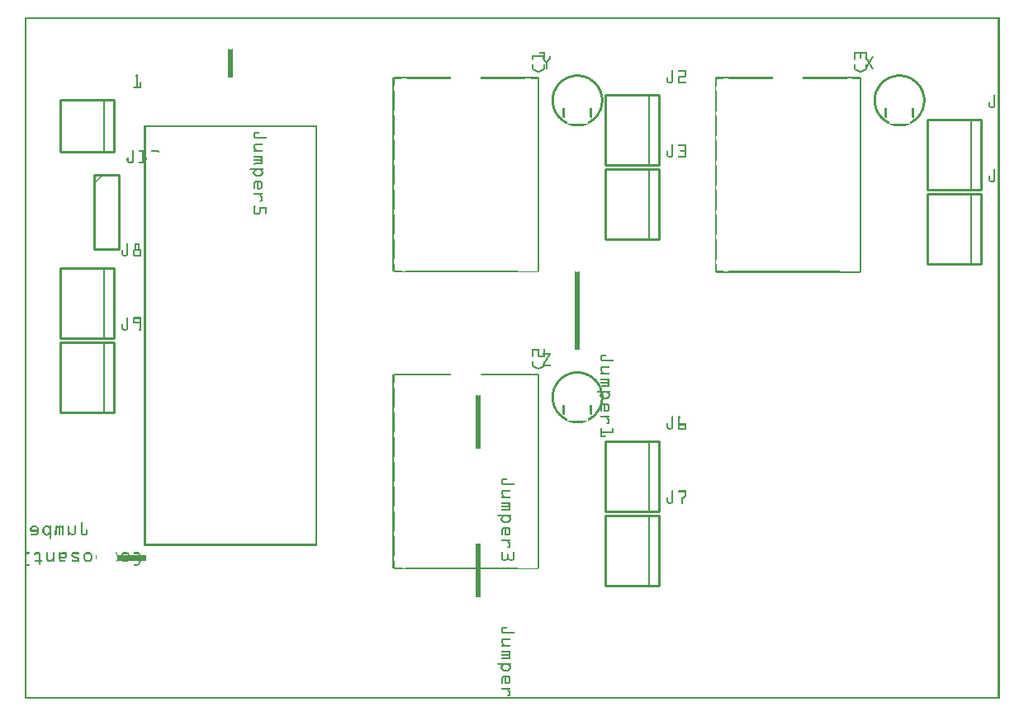
<source format=gto>
G04 MADE WITH FRITZING*
G04 WWW.FRITZING.ORG*
G04 DOUBLE SIDED*
G04 HOLES PLATED*
G04 CONTOUR ON CENTER OF CONTOUR VECTOR*
%ASAXBY*%
%FSLAX23Y23*%
%MOIN*%
%OFA0B0*%
%SFA1.0B1.0*%
%ADD10C,0.010000*%
%ADD11C,0.005000*%
%ADD12R,0.001000X0.001000*%
%LNSILK1*%
G90*
G70*
G54D10*
X144Y2424D02*
X144Y2214D01*
D02*
X144Y2214D02*
X360Y2214D01*
D02*
X360Y2214D02*
X360Y2424D01*
D02*
X360Y2424D02*
X144Y2424D01*
G54D11*
D02*
X320Y2214D02*
X320Y2424D01*
G54D10*
D02*
X2344Y2443D02*
X2344Y2158D01*
D02*
X2344Y2158D02*
X2560Y2158D01*
D02*
X2560Y2158D02*
X2560Y2443D01*
D02*
X2560Y2443D02*
X2344Y2443D01*
G54D11*
D02*
X2520Y2158D02*
X2520Y2443D01*
G54D10*
D02*
X2344Y2143D02*
X2344Y1858D01*
D02*
X2344Y1858D02*
X2560Y1858D01*
D02*
X2560Y1858D02*
X2560Y2143D01*
D02*
X2560Y2143D02*
X2344Y2143D01*
G54D11*
D02*
X2520Y1858D02*
X2520Y2143D01*
G54D10*
D02*
X3644Y2343D02*
X3644Y2058D01*
D02*
X3644Y2058D02*
X3860Y2058D01*
D02*
X3860Y2058D02*
X3860Y2343D01*
D02*
X3860Y2343D02*
X3644Y2343D01*
G54D11*
D02*
X3820Y2058D02*
X3820Y2343D01*
G54D10*
D02*
X3644Y2043D02*
X3644Y1758D01*
D02*
X3644Y1758D02*
X3860Y1758D01*
D02*
X3860Y1758D02*
X3860Y2043D01*
D02*
X3860Y2043D02*
X3644Y2043D01*
G54D11*
D02*
X3820Y1758D02*
X3820Y2043D01*
G54D10*
D02*
X2344Y1043D02*
X2344Y758D01*
D02*
X2344Y758D02*
X2560Y758D01*
D02*
X2560Y758D02*
X2560Y1043D01*
D02*
X2560Y1043D02*
X2344Y1043D01*
G54D11*
D02*
X2520Y758D02*
X2520Y1043D01*
G54D10*
D02*
X2344Y743D02*
X2344Y458D01*
D02*
X2344Y458D02*
X2560Y458D01*
D02*
X2560Y458D02*
X2560Y743D01*
D02*
X2560Y743D02*
X2344Y743D01*
G54D11*
D02*
X2520Y458D02*
X2520Y743D01*
G54D10*
D02*
X144Y1743D02*
X144Y1458D01*
D02*
X144Y1458D02*
X360Y1458D01*
D02*
X360Y1458D02*
X360Y1743D01*
D02*
X360Y1743D02*
X144Y1743D01*
G54D11*
D02*
X320Y1458D02*
X320Y1743D01*
G54D10*
D02*
X144Y1443D02*
X144Y1158D01*
D02*
X144Y1158D02*
X360Y1158D01*
D02*
X360Y1158D02*
X360Y1443D01*
D02*
X360Y1443D02*
X144Y1443D01*
G54D11*
D02*
X320Y1158D02*
X320Y1443D01*
G54D10*
D02*
X282Y2119D02*
X282Y1819D01*
D02*
X282Y1819D02*
X382Y1819D01*
D02*
X382Y1819D02*
X382Y2119D01*
D02*
X382Y2119D02*
X282Y2119D01*
G54D12*
X0Y2756D02*
X3936Y2756D01*
X0Y2755D02*
X3936Y2755D01*
X0Y2754D02*
X3936Y2754D01*
X0Y2753D02*
X3936Y2753D01*
X0Y2752D02*
X3936Y2752D01*
X0Y2751D02*
X3936Y2751D01*
X0Y2750D02*
X3936Y2750D01*
X0Y2749D02*
X3936Y2749D01*
X0Y2748D02*
X7Y2748D01*
X3929Y2748D02*
X3936Y2748D01*
X0Y2747D02*
X7Y2747D01*
X3929Y2747D02*
X3936Y2747D01*
X0Y2746D02*
X7Y2746D01*
X3929Y2746D02*
X3936Y2746D01*
X0Y2745D02*
X7Y2745D01*
X3929Y2745D02*
X3936Y2745D01*
X0Y2744D02*
X7Y2744D01*
X3929Y2744D02*
X3936Y2744D01*
X0Y2743D02*
X7Y2743D01*
X3929Y2743D02*
X3936Y2743D01*
X0Y2742D02*
X7Y2742D01*
X3929Y2742D02*
X3936Y2742D01*
X0Y2741D02*
X7Y2741D01*
X3929Y2741D02*
X3936Y2741D01*
X0Y2740D02*
X7Y2740D01*
X3929Y2740D02*
X3936Y2740D01*
X0Y2739D02*
X7Y2739D01*
X3929Y2739D02*
X3936Y2739D01*
X0Y2738D02*
X7Y2738D01*
X3929Y2738D02*
X3936Y2738D01*
X0Y2737D02*
X7Y2737D01*
X3929Y2737D02*
X3936Y2737D01*
X0Y2736D02*
X7Y2736D01*
X3929Y2736D02*
X3936Y2736D01*
X0Y2735D02*
X7Y2735D01*
X3929Y2735D02*
X3936Y2735D01*
X0Y2734D02*
X7Y2734D01*
X3929Y2734D02*
X3936Y2734D01*
X0Y2733D02*
X7Y2733D01*
X3929Y2733D02*
X3936Y2733D01*
X0Y2732D02*
X7Y2732D01*
X3929Y2732D02*
X3936Y2732D01*
X0Y2731D02*
X7Y2731D01*
X3929Y2731D02*
X3936Y2731D01*
X0Y2730D02*
X7Y2730D01*
X3929Y2730D02*
X3936Y2730D01*
X0Y2729D02*
X7Y2729D01*
X3929Y2729D02*
X3936Y2729D01*
X0Y2728D02*
X7Y2728D01*
X3929Y2728D02*
X3936Y2728D01*
X0Y2727D02*
X7Y2727D01*
X3929Y2727D02*
X3936Y2727D01*
X0Y2726D02*
X7Y2726D01*
X3929Y2726D02*
X3936Y2726D01*
X0Y2725D02*
X7Y2725D01*
X3929Y2725D02*
X3936Y2725D01*
X0Y2724D02*
X7Y2724D01*
X3929Y2724D02*
X3936Y2724D01*
X0Y2723D02*
X7Y2723D01*
X3929Y2723D02*
X3936Y2723D01*
X0Y2722D02*
X7Y2722D01*
X3929Y2722D02*
X3936Y2722D01*
X0Y2721D02*
X7Y2721D01*
X3929Y2721D02*
X3936Y2721D01*
X0Y2720D02*
X7Y2720D01*
X3929Y2720D02*
X3936Y2720D01*
X0Y2719D02*
X7Y2719D01*
X3929Y2719D02*
X3936Y2719D01*
X0Y2718D02*
X7Y2718D01*
X3929Y2718D02*
X3936Y2718D01*
X0Y2717D02*
X7Y2717D01*
X3929Y2717D02*
X3936Y2717D01*
X0Y2716D02*
X7Y2716D01*
X3929Y2716D02*
X3936Y2716D01*
X0Y2715D02*
X7Y2715D01*
X3929Y2715D02*
X3936Y2715D01*
X0Y2714D02*
X7Y2714D01*
X3929Y2714D02*
X3936Y2714D01*
X0Y2713D02*
X7Y2713D01*
X3929Y2713D02*
X3936Y2713D01*
X0Y2712D02*
X7Y2712D01*
X3929Y2712D02*
X3936Y2712D01*
X0Y2711D02*
X7Y2711D01*
X3929Y2711D02*
X3936Y2711D01*
X0Y2710D02*
X7Y2710D01*
X3929Y2710D02*
X3936Y2710D01*
X0Y2709D02*
X7Y2709D01*
X3929Y2709D02*
X3936Y2709D01*
X0Y2708D02*
X7Y2708D01*
X3929Y2708D02*
X3936Y2708D01*
X0Y2707D02*
X7Y2707D01*
X3929Y2707D02*
X3936Y2707D01*
X0Y2706D02*
X7Y2706D01*
X3929Y2706D02*
X3936Y2706D01*
X0Y2705D02*
X7Y2705D01*
X3929Y2705D02*
X3936Y2705D01*
X0Y2704D02*
X7Y2704D01*
X3929Y2704D02*
X3936Y2704D01*
X0Y2703D02*
X7Y2703D01*
X3929Y2703D02*
X3936Y2703D01*
X0Y2702D02*
X7Y2702D01*
X3929Y2702D02*
X3936Y2702D01*
X0Y2701D02*
X7Y2701D01*
X3929Y2701D02*
X3936Y2701D01*
X0Y2700D02*
X7Y2700D01*
X3929Y2700D02*
X3936Y2700D01*
X0Y2699D02*
X7Y2699D01*
X3929Y2699D02*
X3936Y2699D01*
X0Y2698D02*
X7Y2698D01*
X3929Y2698D02*
X3936Y2698D01*
X0Y2697D02*
X7Y2697D01*
X3929Y2697D02*
X3936Y2697D01*
X0Y2696D02*
X7Y2696D01*
X3929Y2696D02*
X3936Y2696D01*
X0Y2695D02*
X7Y2695D01*
X3929Y2695D02*
X3936Y2695D01*
X0Y2694D02*
X7Y2694D01*
X3929Y2694D02*
X3936Y2694D01*
X0Y2693D02*
X7Y2693D01*
X3929Y2693D02*
X3936Y2693D01*
X0Y2692D02*
X7Y2692D01*
X3929Y2692D02*
X3936Y2692D01*
X0Y2691D02*
X7Y2691D01*
X3929Y2691D02*
X3936Y2691D01*
X0Y2690D02*
X7Y2690D01*
X3929Y2690D02*
X3936Y2690D01*
X0Y2689D02*
X7Y2689D01*
X3929Y2689D02*
X3936Y2689D01*
X0Y2688D02*
X7Y2688D01*
X3929Y2688D02*
X3936Y2688D01*
X0Y2687D02*
X7Y2687D01*
X3929Y2687D02*
X3936Y2687D01*
X0Y2686D02*
X7Y2686D01*
X3929Y2686D02*
X3936Y2686D01*
X0Y2685D02*
X7Y2685D01*
X3929Y2685D02*
X3936Y2685D01*
X0Y2684D02*
X7Y2684D01*
X3929Y2684D02*
X3936Y2684D01*
X0Y2683D02*
X7Y2683D01*
X3929Y2683D02*
X3936Y2683D01*
X0Y2682D02*
X7Y2682D01*
X3929Y2682D02*
X3936Y2682D01*
X0Y2681D02*
X7Y2681D01*
X3929Y2681D02*
X3936Y2681D01*
X0Y2680D02*
X7Y2680D01*
X3929Y2680D02*
X3936Y2680D01*
X0Y2679D02*
X7Y2679D01*
X3929Y2679D02*
X3936Y2679D01*
X0Y2678D02*
X7Y2678D01*
X3929Y2678D02*
X3936Y2678D01*
X0Y2677D02*
X7Y2677D01*
X3929Y2677D02*
X3936Y2677D01*
X0Y2676D02*
X7Y2676D01*
X3929Y2676D02*
X3936Y2676D01*
X0Y2675D02*
X7Y2675D01*
X3929Y2675D02*
X3936Y2675D01*
X0Y2674D02*
X7Y2674D01*
X3929Y2674D02*
X3936Y2674D01*
X0Y2673D02*
X7Y2673D01*
X3929Y2673D02*
X3936Y2673D01*
X0Y2672D02*
X7Y2672D01*
X3929Y2672D02*
X3936Y2672D01*
X0Y2671D02*
X7Y2671D01*
X3929Y2671D02*
X3936Y2671D01*
X0Y2670D02*
X7Y2670D01*
X3929Y2670D02*
X3936Y2670D01*
X0Y2669D02*
X7Y2669D01*
X3929Y2669D02*
X3936Y2669D01*
X0Y2668D02*
X7Y2668D01*
X3929Y2668D02*
X3936Y2668D01*
X0Y2667D02*
X7Y2667D01*
X3929Y2667D02*
X3936Y2667D01*
X0Y2666D02*
X7Y2666D01*
X3929Y2666D02*
X3936Y2666D01*
X0Y2665D02*
X7Y2665D01*
X3929Y2665D02*
X3936Y2665D01*
X0Y2664D02*
X7Y2664D01*
X3929Y2664D02*
X3936Y2664D01*
X0Y2663D02*
X7Y2663D01*
X3929Y2663D02*
X3936Y2663D01*
X0Y2662D02*
X7Y2662D01*
X3929Y2662D02*
X3936Y2662D01*
X0Y2661D02*
X7Y2661D01*
X3929Y2661D02*
X3936Y2661D01*
X0Y2660D02*
X7Y2660D01*
X3929Y2660D02*
X3936Y2660D01*
X0Y2659D02*
X7Y2659D01*
X3929Y2659D02*
X3936Y2659D01*
X0Y2658D02*
X7Y2658D01*
X3929Y2658D02*
X3936Y2658D01*
X0Y2657D02*
X7Y2657D01*
X3929Y2657D02*
X3936Y2657D01*
X0Y2656D02*
X7Y2656D01*
X3929Y2656D02*
X3936Y2656D01*
X0Y2655D02*
X7Y2655D01*
X3929Y2655D02*
X3936Y2655D01*
X0Y2654D02*
X7Y2654D01*
X3929Y2654D02*
X3936Y2654D01*
X0Y2653D02*
X7Y2653D01*
X3929Y2653D02*
X3936Y2653D01*
X0Y2652D02*
X7Y2652D01*
X3929Y2652D02*
X3936Y2652D01*
X0Y2651D02*
X7Y2651D01*
X3929Y2651D02*
X3936Y2651D01*
X0Y2650D02*
X7Y2650D01*
X3929Y2650D02*
X3936Y2650D01*
X0Y2649D02*
X7Y2649D01*
X3929Y2649D02*
X3936Y2649D01*
X0Y2648D02*
X7Y2648D01*
X3929Y2648D02*
X3936Y2648D01*
X0Y2647D02*
X7Y2647D01*
X3929Y2647D02*
X3936Y2647D01*
X0Y2646D02*
X7Y2646D01*
X3929Y2646D02*
X3936Y2646D01*
X0Y2645D02*
X7Y2645D01*
X3929Y2645D02*
X3936Y2645D01*
X0Y2644D02*
X7Y2644D01*
X3929Y2644D02*
X3936Y2644D01*
X0Y2643D02*
X7Y2643D01*
X3929Y2643D02*
X3936Y2643D01*
X0Y2642D02*
X7Y2642D01*
X3929Y2642D02*
X3936Y2642D01*
X0Y2641D02*
X7Y2641D01*
X3929Y2641D02*
X3936Y2641D01*
X0Y2640D02*
X7Y2640D01*
X3929Y2640D02*
X3936Y2640D01*
X0Y2639D02*
X7Y2639D01*
X3929Y2639D02*
X3936Y2639D01*
X0Y2638D02*
X7Y2638D01*
X3929Y2638D02*
X3936Y2638D01*
X0Y2637D02*
X7Y2637D01*
X3929Y2637D02*
X3936Y2637D01*
X0Y2636D02*
X7Y2636D01*
X3929Y2636D02*
X3936Y2636D01*
X0Y2635D02*
X7Y2635D01*
X3929Y2635D02*
X3936Y2635D01*
X0Y2634D02*
X7Y2634D01*
X3929Y2634D02*
X3936Y2634D01*
X0Y2633D02*
X7Y2633D01*
X3929Y2633D02*
X3936Y2633D01*
X0Y2632D02*
X7Y2632D01*
X3929Y2632D02*
X3936Y2632D01*
X0Y2631D02*
X7Y2631D01*
X3929Y2631D02*
X3936Y2631D01*
X0Y2630D02*
X7Y2630D01*
X3929Y2630D02*
X3936Y2630D01*
X0Y2629D02*
X7Y2629D01*
X3929Y2629D02*
X3936Y2629D01*
X0Y2628D02*
X7Y2628D01*
X822Y2628D02*
X825Y2628D01*
X838Y2628D02*
X842Y2628D01*
X3929Y2628D02*
X3936Y2628D01*
X0Y2627D02*
X7Y2627D01*
X822Y2627D02*
X842Y2627D01*
X3929Y2627D02*
X3936Y2627D01*
X0Y2626D02*
X7Y2626D01*
X822Y2626D02*
X842Y2626D01*
X3929Y2626D02*
X3936Y2626D01*
X0Y2625D02*
X7Y2625D01*
X822Y2625D02*
X842Y2625D01*
X3929Y2625D02*
X3936Y2625D01*
X0Y2624D02*
X7Y2624D01*
X822Y2624D02*
X842Y2624D01*
X3929Y2624D02*
X3936Y2624D01*
X0Y2623D02*
X7Y2623D01*
X822Y2623D02*
X842Y2623D01*
X3929Y2623D02*
X3936Y2623D01*
X0Y2622D02*
X7Y2622D01*
X822Y2622D02*
X842Y2622D01*
X3929Y2622D02*
X3936Y2622D01*
X0Y2621D02*
X7Y2621D01*
X822Y2621D02*
X842Y2621D01*
X3929Y2621D02*
X3936Y2621D01*
X0Y2620D02*
X7Y2620D01*
X822Y2620D02*
X842Y2620D01*
X3929Y2620D02*
X3936Y2620D01*
X0Y2619D02*
X7Y2619D01*
X822Y2619D02*
X842Y2619D01*
X3929Y2619D02*
X3936Y2619D01*
X0Y2618D02*
X7Y2618D01*
X822Y2618D02*
X842Y2618D01*
X3929Y2618D02*
X3936Y2618D01*
X0Y2617D02*
X7Y2617D01*
X822Y2617D02*
X842Y2617D01*
X2078Y2617D02*
X2099Y2617D01*
X3352Y2617D02*
X3370Y2617D01*
X3378Y2617D02*
X3396Y2617D01*
X3929Y2617D02*
X3936Y2617D01*
X0Y2616D02*
X7Y2616D01*
X822Y2616D02*
X842Y2616D01*
X2077Y2616D02*
X2100Y2616D01*
X3350Y2616D02*
X3372Y2616D01*
X3376Y2616D02*
X3398Y2616D01*
X3929Y2616D02*
X3936Y2616D01*
X0Y2615D02*
X7Y2615D01*
X822Y2615D02*
X842Y2615D01*
X2077Y2615D02*
X2100Y2615D01*
X3349Y2615D02*
X3399Y2615D01*
X3929Y2615D02*
X3936Y2615D01*
X0Y2614D02*
X7Y2614D01*
X822Y2614D02*
X842Y2614D01*
X2077Y2614D02*
X2100Y2614D01*
X3348Y2614D02*
X3400Y2614D01*
X3929Y2614D02*
X3936Y2614D01*
X0Y2613D02*
X7Y2613D01*
X822Y2613D02*
X842Y2613D01*
X2077Y2613D02*
X2101Y2613D01*
X3348Y2613D02*
X3400Y2613D01*
X3929Y2613D02*
X3936Y2613D01*
X0Y2612D02*
X7Y2612D01*
X822Y2612D02*
X842Y2612D01*
X2078Y2612D02*
X2101Y2612D01*
X3348Y2612D02*
X3400Y2612D01*
X3929Y2612D02*
X3936Y2612D01*
X0Y2611D02*
X7Y2611D01*
X822Y2611D02*
X842Y2611D01*
X2079Y2611D02*
X2101Y2611D01*
X3347Y2611D02*
X3400Y2611D01*
X3929Y2611D02*
X3936Y2611D01*
X0Y2610D02*
X7Y2610D01*
X822Y2610D02*
X842Y2610D01*
X2094Y2610D02*
X2101Y2610D01*
X3347Y2610D02*
X3353Y2610D01*
X3369Y2610D02*
X3379Y2610D01*
X3394Y2610D02*
X3401Y2610D01*
X3929Y2610D02*
X3936Y2610D01*
X0Y2609D02*
X7Y2609D01*
X822Y2609D02*
X842Y2609D01*
X2094Y2609D02*
X2101Y2609D01*
X3347Y2609D02*
X3353Y2609D01*
X3370Y2609D02*
X3378Y2609D01*
X3394Y2609D02*
X3401Y2609D01*
X3929Y2609D02*
X3936Y2609D01*
X0Y2608D02*
X7Y2608D01*
X822Y2608D02*
X842Y2608D01*
X2094Y2608D02*
X2101Y2608D01*
X3347Y2608D02*
X3353Y2608D01*
X3371Y2608D02*
X3377Y2608D01*
X3394Y2608D02*
X3401Y2608D01*
X3929Y2608D02*
X3936Y2608D01*
X0Y2607D02*
X7Y2607D01*
X822Y2607D02*
X842Y2607D01*
X2094Y2607D02*
X2101Y2607D01*
X3347Y2607D02*
X3353Y2607D01*
X3371Y2607D02*
X3377Y2607D01*
X3394Y2607D02*
X3401Y2607D01*
X3929Y2607D02*
X3936Y2607D01*
X0Y2606D02*
X7Y2606D01*
X822Y2606D02*
X842Y2606D01*
X2094Y2606D02*
X2101Y2606D01*
X3347Y2606D02*
X3353Y2606D01*
X3371Y2606D02*
X3377Y2606D01*
X3394Y2606D02*
X3401Y2606D01*
X3929Y2606D02*
X3936Y2606D01*
X0Y2605D02*
X7Y2605D01*
X822Y2605D02*
X842Y2605D01*
X2094Y2605D02*
X2101Y2605D01*
X3347Y2605D02*
X3353Y2605D01*
X3371Y2605D02*
X3377Y2605D01*
X3394Y2605D02*
X3401Y2605D01*
X3929Y2605D02*
X3936Y2605D01*
X0Y2604D02*
X7Y2604D01*
X822Y2604D02*
X842Y2604D01*
X2094Y2604D02*
X2101Y2604D01*
X3347Y2604D02*
X3353Y2604D01*
X3371Y2604D02*
X3377Y2604D01*
X3394Y2604D02*
X3401Y2604D01*
X3929Y2604D02*
X3936Y2604D01*
X0Y2603D02*
X7Y2603D01*
X822Y2603D02*
X842Y2603D01*
X2047Y2603D02*
X2101Y2603D01*
X3347Y2603D02*
X3353Y2603D01*
X3371Y2603D02*
X3377Y2603D01*
X3394Y2603D02*
X3401Y2603D01*
X3929Y2603D02*
X3936Y2603D01*
X0Y2602D02*
X7Y2602D01*
X822Y2602D02*
X842Y2602D01*
X2047Y2602D02*
X2101Y2602D01*
X3347Y2602D02*
X3353Y2602D01*
X3371Y2602D02*
X3377Y2602D01*
X3394Y2602D02*
X3401Y2602D01*
X3929Y2602D02*
X3936Y2602D01*
X0Y2601D02*
X7Y2601D01*
X822Y2601D02*
X842Y2601D01*
X2047Y2601D02*
X2101Y2601D01*
X3347Y2601D02*
X3353Y2601D01*
X3371Y2601D02*
X3377Y2601D01*
X3394Y2601D02*
X3401Y2601D01*
X3929Y2601D02*
X3936Y2601D01*
X0Y2600D02*
X7Y2600D01*
X822Y2600D02*
X842Y2600D01*
X2047Y2600D02*
X2101Y2600D01*
X3347Y2600D02*
X3353Y2600D01*
X3371Y2600D02*
X3377Y2600D01*
X3394Y2600D02*
X3401Y2600D01*
X3929Y2600D02*
X3936Y2600D01*
X0Y2599D02*
X7Y2599D01*
X822Y2599D02*
X842Y2599D01*
X2047Y2599D02*
X2101Y2599D01*
X2119Y2599D02*
X2122Y2599D01*
X3347Y2599D02*
X3353Y2599D01*
X3371Y2599D02*
X3377Y2599D01*
X3394Y2599D02*
X3401Y2599D01*
X3929Y2599D02*
X3936Y2599D01*
X0Y2598D02*
X7Y2598D01*
X822Y2598D02*
X842Y2598D01*
X2047Y2598D02*
X2101Y2598D01*
X2118Y2598D02*
X2123Y2598D01*
X3347Y2598D02*
X3353Y2598D01*
X3371Y2598D02*
X3377Y2598D01*
X3394Y2598D02*
X3401Y2598D01*
X3421Y2598D02*
X3425Y2598D01*
X3929Y2598D02*
X3936Y2598D01*
X0Y2597D02*
X7Y2597D01*
X822Y2597D02*
X842Y2597D01*
X2047Y2597D02*
X2101Y2597D01*
X2118Y2597D02*
X2124Y2597D01*
X3347Y2597D02*
X3353Y2597D01*
X3371Y2597D02*
X3377Y2597D01*
X3393Y2597D02*
X3401Y2597D01*
X3421Y2597D02*
X3426Y2597D01*
X3929Y2597D02*
X3936Y2597D01*
X0Y2596D02*
X7Y2596D01*
X822Y2596D02*
X842Y2596D01*
X2047Y2596D02*
X2053Y2596D01*
X2090Y2596D02*
X2101Y2596D01*
X2118Y2596D02*
X2124Y2596D01*
X3347Y2596D02*
X3353Y2596D01*
X3371Y2596D02*
X3377Y2596D01*
X3393Y2596D02*
X3401Y2596D01*
X3420Y2596D02*
X3426Y2596D01*
X3929Y2596D02*
X3936Y2596D01*
X0Y2595D02*
X7Y2595D01*
X822Y2595D02*
X842Y2595D01*
X2047Y2595D02*
X2053Y2595D01*
X2090Y2595D02*
X2101Y2595D01*
X2118Y2595D02*
X2124Y2595D01*
X3347Y2595D02*
X3353Y2595D01*
X3371Y2595D02*
X3377Y2595D01*
X3393Y2595D02*
X3401Y2595D01*
X3419Y2595D02*
X3426Y2595D01*
X3929Y2595D02*
X3936Y2595D01*
X0Y2594D02*
X7Y2594D01*
X822Y2594D02*
X842Y2594D01*
X2047Y2594D02*
X2053Y2594D01*
X2090Y2594D02*
X2101Y2594D01*
X2118Y2594D02*
X2124Y2594D01*
X3347Y2594D02*
X3353Y2594D01*
X3371Y2594D02*
X3377Y2594D01*
X3393Y2594D02*
X3401Y2594D01*
X3419Y2594D02*
X3426Y2594D01*
X3929Y2594D02*
X3936Y2594D01*
X0Y2593D02*
X7Y2593D01*
X822Y2593D02*
X842Y2593D01*
X2047Y2593D02*
X2053Y2593D01*
X2090Y2593D02*
X2101Y2593D01*
X2118Y2593D02*
X2124Y2593D01*
X3347Y2593D02*
X3353Y2593D01*
X3371Y2593D02*
X3377Y2593D01*
X3394Y2593D02*
X3401Y2593D01*
X3418Y2593D02*
X3425Y2593D01*
X3929Y2593D02*
X3936Y2593D01*
X0Y2592D02*
X7Y2592D01*
X822Y2592D02*
X842Y2592D01*
X2047Y2592D02*
X2053Y2592D01*
X2090Y2592D02*
X2101Y2592D01*
X2118Y2592D02*
X2124Y2592D01*
X3347Y2592D02*
X3353Y2592D01*
X3371Y2592D02*
X3377Y2592D01*
X3394Y2592D02*
X3401Y2592D01*
X3418Y2592D02*
X3425Y2592D01*
X3929Y2592D02*
X3936Y2592D01*
X0Y2591D02*
X7Y2591D01*
X822Y2591D02*
X842Y2591D01*
X2047Y2591D02*
X2053Y2591D01*
X2090Y2591D02*
X2101Y2591D01*
X2117Y2591D02*
X2124Y2591D01*
X3347Y2591D02*
X3353Y2591D01*
X3372Y2591D02*
X3376Y2591D01*
X3394Y2591D02*
X3402Y2591D01*
X3417Y2591D02*
X3424Y2591D01*
X3929Y2591D02*
X3936Y2591D01*
X0Y2590D02*
X7Y2590D01*
X822Y2590D02*
X842Y2590D01*
X2047Y2590D02*
X2053Y2590D01*
X2090Y2590D02*
X2101Y2590D01*
X2116Y2590D02*
X2124Y2590D01*
X3347Y2590D02*
X3353Y2590D01*
X3374Y2590D02*
X3374Y2590D01*
X3394Y2590D02*
X3403Y2590D01*
X3416Y2590D02*
X3424Y2590D01*
X3929Y2590D02*
X3936Y2590D01*
X0Y2589D02*
X7Y2589D01*
X822Y2589D02*
X842Y2589D01*
X2047Y2589D02*
X2053Y2589D01*
X2090Y2589D02*
X2101Y2589D01*
X2116Y2589D02*
X2123Y2589D01*
X3347Y2589D02*
X3353Y2589D01*
X3394Y2589D02*
X3403Y2589D01*
X3416Y2589D02*
X3423Y2589D01*
X3929Y2589D02*
X3936Y2589D01*
X0Y2588D02*
X7Y2588D01*
X822Y2588D02*
X842Y2588D01*
X2047Y2588D02*
X2053Y2588D01*
X2091Y2588D02*
X2101Y2588D01*
X2115Y2588D02*
X2123Y2588D01*
X3347Y2588D02*
X3353Y2588D01*
X3394Y2588D02*
X3404Y2588D01*
X3415Y2588D02*
X3422Y2588D01*
X3929Y2588D02*
X3936Y2588D01*
X0Y2587D02*
X7Y2587D01*
X822Y2587D02*
X842Y2587D01*
X2047Y2587D02*
X2053Y2587D01*
X2092Y2587D02*
X2101Y2587D01*
X2114Y2587D02*
X2122Y2587D01*
X3347Y2587D02*
X3353Y2587D01*
X3394Y2587D02*
X3404Y2587D01*
X3415Y2587D02*
X3422Y2587D01*
X3929Y2587D02*
X3936Y2587D01*
X0Y2586D02*
X7Y2586D01*
X822Y2586D02*
X842Y2586D01*
X2047Y2586D02*
X2053Y2586D01*
X2093Y2586D02*
X2100Y2586D01*
X2113Y2586D02*
X2121Y2586D01*
X3347Y2586D02*
X3353Y2586D01*
X3395Y2586D02*
X3405Y2586D01*
X3414Y2586D02*
X3421Y2586D01*
X3929Y2586D02*
X3936Y2586D01*
X0Y2585D02*
X7Y2585D01*
X822Y2585D02*
X842Y2585D01*
X2048Y2585D02*
X2053Y2585D01*
X2093Y2585D02*
X2101Y2585D01*
X2112Y2585D02*
X2120Y2585D01*
X3348Y2585D02*
X3353Y2585D01*
X3395Y2585D02*
X3405Y2585D01*
X3414Y2585D02*
X3421Y2585D01*
X3929Y2585D02*
X3936Y2585D01*
X0Y2584D02*
X7Y2584D01*
X822Y2584D02*
X842Y2584D01*
X2049Y2584D02*
X2052Y2584D01*
X2094Y2584D02*
X2102Y2584D01*
X2112Y2584D02*
X2120Y2584D01*
X3348Y2584D02*
X3352Y2584D01*
X3396Y2584D02*
X3406Y2584D01*
X3413Y2584D02*
X3420Y2584D01*
X3929Y2584D02*
X3936Y2584D01*
X0Y2583D02*
X7Y2583D01*
X822Y2583D02*
X842Y2583D01*
X2095Y2583D02*
X2103Y2583D01*
X2111Y2583D02*
X2119Y2583D01*
X3399Y2583D02*
X3407Y2583D01*
X3412Y2583D02*
X3420Y2583D01*
X3929Y2583D02*
X3936Y2583D01*
X0Y2582D02*
X7Y2582D01*
X822Y2582D02*
X842Y2582D01*
X2096Y2582D02*
X2104Y2582D01*
X2110Y2582D02*
X2118Y2582D01*
X3400Y2582D02*
X3407Y2582D01*
X3412Y2582D02*
X3419Y2582D01*
X3929Y2582D02*
X3936Y2582D01*
X0Y2581D02*
X7Y2581D01*
X822Y2581D02*
X842Y2581D01*
X2096Y2581D02*
X2104Y2581D01*
X2109Y2581D02*
X2117Y2581D01*
X3401Y2581D02*
X3408Y2581D01*
X3411Y2581D02*
X3418Y2581D01*
X3929Y2581D02*
X3936Y2581D01*
X0Y2580D02*
X7Y2580D01*
X822Y2580D02*
X842Y2580D01*
X2097Y2580D02*
X2105Y2580D01*
X2109Y2580D02*
X2116Y2580D01*
X3401Y2580D02*
X3408Y2580D01*
X3411Y2580D02*
X3418Y2580D01*
X3929Y2580D02*
X3936Y2580D01*
X0Y2579D02*
X7Y2579D01*
X822Y2579D02*
X842Y2579D01*
X2098Y2579D02*
X2106Y2579D01*
X2108Y2579D02*
X2116Y2579D01*
X3402Y2579D02*
X3417Y2579D01*
X3929Y2579D02*
X3936Y2579D01*
X0Y2578D02*
X7Y2578D01*
X822Y2578D02*
X842Y2578D01*
X2099Y2578D02*
X2115Y2578D01*
X3402Y2578D02*
X3417Y2578D01*
X3929Y2578D02*
X3936Y2578D01*
X0Y2577D02*
X7Y2577D01*
X822Y2577D02*
X842Y2577D01*
X2100Y2577D02*
X2114Y2577D01*
X3403Y2577D02*
X3416Y2577D01*
X3929Y2577D02*
X3936Y2577D01*
X0Y2576D02*
X7Y2576D01*
X822Y2576D02*
X842Y2576D01*
X2100Y2576D02*
X2113Y2576D01*
X3404Y2576D02*
X3415Y2576D01*
X3929Y2576D02*
X3936Y2576D01*
X0Y2575D02*
X7Y2575D01*
X822Y2575D02*
X842Y2575D01*
X2101Y2575D02*
X2112Y2575D01*
X3404Y2575D02*
X3415Y2575D01*
X3929Y2575D02*
X3936Y2575D01*
X0Y2574D02*
X7Y2574D01*
X822Y2574D02*
X842Y2574D01*
X2102Y2574D02*
X2112Y2574D01*
X3405Y2574D02*
X3414Y2574D01*
X3929Y2574D02*
X3936Y2574D01*
X0Y2573D02*
X7Y2573D01*
X822Y2573D02*
X842Y2573D01*
X2103Y2573D02*
X2111Y2573D01*
X3405Y2573D02*
X3414Y2573D01*
X3929Y2573D02*
X3936Y2573D01*
X0Y2572D02*
X7Y2572D01*
X822Y2572D02*
X842Y2572D01*
X2103Y2572D02*
X2110Y2572D01*
X3406Y2572D02*
X3413Y2572D01*
X3929Y2572D02*
X3936Y2572D01*
X0Y2571D02*
X7Y2571D01*
X822Y2571D02*
X842Y2571D01*
X2104Y2571D02*
X2110Y2571D01*
X3405Y2571D02*
X3414Y2571D01*
X3929Y2571D02*
X3936Y2571D01*
X0Y2570D02*
X7Y2570D01*
X822Y2570D02*
X842Y2570D01*
X2104Y2570D02*
X2110Y2570D01*
X3405Y2570D02*
X3414Y2570D01*
X3929Y2570D02*
X3936Y2570D01*
X0Y2569D02*
X7Y2569D01*
X822Y2569D02*
X842Y2569D01*
X2104Y2569D02*
X2110Y2569D01*
X3404Y2569D02*
X3415Y2569D01*
X3929Y2569D02*
X3936Y2569D01*
X0Y2568D02*
X7Y2568D01*
X822Y2568D02*
X842Y2568D01*
X2104Y2568D02*
X2110Y2568D01*
X3404Y2568D02*
X3415Y2568D01*
X3929Y2568D02*
X3936Y2568D01*
X0Y2567D02*
X7Y2567D01*
X822Y2567D02*
X842Y2567D01*
X2049Y2567D02*
X2051Y2567D01*
X2096Y2567D02*
X2099Y2567D01*
X2104Y2567D02*
X2110Y2567D01*
X3349Y2567D02*
X3351Y2567D01*
X3396Y2567D02*
X3398Y2567D01*
X3403Y2567D02*
X3416Y2567D01*
X3929Y2567D02*
X3936Y2567D01*
X0Y2566D02*
X7Y2566D01*
X822Y2566D02*
X842Y2566D01*
X2048Y2566D02*
X2053Y2566D01*
X2095Y2566D02*
X2100Y2566D01*
X2104Y2566D02*
X2110Y2566D01*
X3348Y2566D02*
X3353Y2566D01*
X3395Y2566D02*
X3400Y2566D01*
X3402Y2566D02*
X3417Y2566D01*
X3929Y2566D02*
X3936Y2566D01*
X0Y2565D02*
X7Y2565D01*
X822Y2565D02*
X842Y2565D01*
X2048Y2565D02*
X2053Y2565D01*
X2095Y2565D02*
X2100Y2565D01*
X2104Y2565D02*
X2110Y2565D01*
X3348Y2565D02*
X3353Y2565D01*
X3395Y2565D02*
X3400Y2565D01*
X3402Y2565D02*
X3417Y2565D01*
X3929Y2565D02*
X3936Y2565D01*
X0Y2564D02*
X7Y2564D01*
X822Y2564D02*
X842Y2564D01*
X2047Y2564D02*
X2053Y2564D01*
X2095Y2564D02*
X2100Y2564D01*
X2104Y2564D02*
X2110Y2564D01*
X3347Y2564D02*
X3353Y2564D01*
X3395Y2564D02*
X3408Y2564D01*
X3411Y2564D02*
X3418Y2564D01*
X3929Y2564D02*
X3936Y2564D01*
X0Y2563D02*
X7Y2563D01*
X822Y2563D02*
X842Y2563D01*
X2047Y2563D02*
X2053Y2563D01*
X2094Y2563D02*
X2101Y2563D01*
X2104Y2563D02*
X2110Y2563D01*
X3347Y2563D02*
X3353Y2563D01*
X3394Y2563D02*
X3408Y2563D01*
X3411Y2563D02*
X3418Y2563D01*
X3929Y2563D02*
X3936Y2563D01*
X0Y2562D02*
X7Y2562D01*
X822Y2562D02*
X842Y2562D01*
X2047Y2562D02*
X2053Y2562D01*
X2094Y2562D02*
X2101Y2562D01*
X2104Y2562D02*
X2110Y2562D01*
X3347Y2562D02*
X3353Y2562D01*
X3394Y2562D02*
X3407Y2562D01*
X3412Y2562D02*
X3419Y2562D01*
X3929Y2562D02*
X3936Y2562D01*
X0Y2561D02*
X7Y2561D01*
X822Y2561D02*
X842Y2561D01*
X2047Y2561D02*
X2053Y2561D01*
X2094Y2561D02*
X2101Y2561D01*
X2104Y2561D02*
X2110Y2561D01*
X3347Y2561D02*
X3353Y2561D01*
X3394Y2561D02*
X3407Y2561D01*
X3412Y2561D02*
X3419Y2561D01*
X3929Y2561D02*
X3936Y2561D01*
X0Y2560D02*
X7Y2560D01*
X822Y2560D02*
X842Y2560D01*
X2047Y2560D02*
X2053Y2560D01*
X2094Y2560D02*
X2101Y2560D01*
X2104Y2560D02*
X2110Y2560D01*
X3347Y2560D02*
X3353Y2560D01*
X3394Y2560D02*
X3406Y2560D01*
X3413Y2560D02*
X3420Y2560D01*
X3929Y2560D02*
X3936Y2560D01*
X0Y2559D02*
X7Y2559D01*
X822Y2559D02*
X842Y2559D01*
X2047Y2559D02*
X2053Y2559D01*
X2094Y2559D02*
X2101Y2559D01*
X2104Y2559D02*
X2110Y2559D01*
X3347Y2559D02*
X3353Y2559D01*
X3394Y2559D02*
X3406Y2559D01*
X3413Y2559D02*
X3421Y2559D01*
X3929Y2559D02*
X3936Y2559D01*
X0Y2558D02*
X7Y2558D01*
X822Y2558D02*
X842Y2558D01*
X2047Y2558D02*
X2053Y2558D01*
X2094Y2558D02*
X2101Y2558D01*
X2104Y2558D02*
X2110Y2558D01*
X3347Y2558D02*
X3353Y2558D01*
X3394Y2558D02*
X3405Y2558D01*
X3414Y2558D02*
X3421Y2558D01*
X3929Y2558D02*
X3936Y2558D01*
X0Y2557D02*
X7Y2557D01*
X822Y2557D02*
X842Y2557D01*
X2047Y2557D02*
X2053Y2557D01*
X2094Y2557D02*
X2101Y2557D01*
X2104Y2557D02*
X2110Y2557D01*
X3347Y2557D02*
X3353Y2557D01*
X3394Y2557D02*
X3404Y2557D01*
X3415Y2557D02*
X3422Y2557D01*
X3929Y2557D02*
X3936Y2557D01*
X0Y2556D02*
X7Y2556D01*
X822Y2556D02*
X842Y2556D01*
X2047Y2556D02*
X2053Y2556D01*
X2094Y2556D02*
X2101Y2556D01*
X2104Y2556D02*
X2110Y2556D01*
X3347Y2556D02*
X3353Y2556D01*
X3394Y2556D02*
X3404Y2556D01*
X3415Y2556D02*
X3422Y2556D01*
X3929Y2556D02*
X3936Y2556D01*
X0Y2555D02*
X7Y2555D01*
X822Y2555D02*
X842Y2555D01*
X2047Y2555D02*
X2053Y2555D01*
X2094Y2555D02*
X2101Y2555D01*
X2104Y2555D02*
X2110Y2555D01*
X3347Y2555D02*
X3353Y2555D01*
X3394Y2555D02*
X3403Y2555D01*
X3416Y2555D02*
X3423Y2555D01*
X3929Y2555D02*
X3936Y2555D01*
X0Y2554D02*
X7Y2554D01*
X822Y2554D02*
X842Y2554D01*
X2047Y2554D02*
X2053Y2554D01*
X2094Y2554D02*
X2101Y2554D01*
X2104Y2554D02*
X2110Y2554D01*
X3347Y2554D02*
X3353Y2554D01*
X3394Y2554D02*
X3403Y2554D01*
X3416Y2554D02*
X3424Y2554D01*
X3929Y2554D02*
X3936Y2554D01*
X0Y2553D02*
X7Y2553D01*
X822Y2553D02*
X842Y2553D01*
X2047Y2553D02*
X2053Y2553D01*
X2094Y2553D02*
X2101Y2553D01*
X2104Y2553D02*
X2110Y2553D01*
X3347Y2553D02*
X3353Y2553D01*
X3394Y2553D02*
X3402Y2553D01*
X3417Y2553D02*
X3424Y2553D01*
X3929Y2553D02*
X3936Y2553D01*
X0Y2552D02*
X7Y2552D01*
X822Y2552D02*
X842Y2552D01*
X2047Y2552D02*
X2053Y2552D01*
X2094Y2552D02*
X2101Y2552D01*
X2104Y2552D02*
X2110Y2552D01*
X3347Y2552D02*
X3353Y2552D01*
X3394Y2552D02*
X3401Y2552D01*
X3418Y2552D02*
X3425Y2552D01*
X3929Y2552D02*
X3936Y2552D01*
X0Y2551D02*
X7Y2551D01*
X822Y2551D02*
X842Y2551D01*
X2047Y2551D02*
X2053Y2551D01*
X2094Y2551D02*
X2101Y2551D01*
X2104Y2551D02*
X2110Y2551D01*
X3347Y2551D02*
X3353Y2551D01*
X3394Y2551D02*
X3401Y2551D01*
X3418Y2551D02*
X3425Y2551D01*
X3929Y2551D02*
X3936Y2551D01*
X0Y2550D02*
X7Y2550D01*
X822Y2550D02*
X842Y2550D01*
X2047Y2550D02*
X2054Y2550D01*
X2094Y2550D02*
X2100Y2550D01*
X2104Y2550D02*
X2110Y2550D01*
X3347Y2550D02*
X3354Y2550D01*
X3393Y2550D02*
X3400Y2550D01*
X3419Y2550D02*
X3426Y2550D01*
X3929Y2550D02*
X3936Y2550D01*
X0Y2549D02*
X7Y2549D01*
X822Y2549D02*
X842Y2549D01*
X2048Y2549D02*
X2054Y2549D01*
X2094Y2549D02*
X2100Y2549D01*
X2104Y2549D02*
X2110Y2549D01*
X3348Y2549D02*
X3354Y2549D01*
X3393Y2549D02*
X3400Y2549D01*
X3419Y2549D02*
X3426Y2549D01*
X3929Y2549D02*
X3936Y2549D01*
X0Y2548D02*
X7Y2548D01*
X822Y2548D02*
X842Y2548D01*
X2048Y2548D02*
X2055Y2548D01*
X2093Y2548D02*
X2100Y2548D01*
X2104Y2548D02*
X2110Y2548D01*
X3348Y2548D02*
X3355Y2548D01*
X3393Y2548D02*
X3400Y2548D01*
X3420Y2548D02*
X3426Y2548D01*
X3929Y2548D02*
X3936Y2548D01*
X0Y2547D02*
X7Y2547D01*
X822Y2547D02*
X842Y2547D01*
X2048Y2547D02*
X2057Y2547D01*
X2091Y2547D02*
X2100Y2547D01*
X2105Y2547D02*
X2109Y2547D01*
X3348Y2547D02*
X3357Y2547D01*
X3391Y2547D02*
X3400Y2547D01*
X3420Y2547D02*
X3426Y2547D01*
X3929Y2547D02*
X3936Y2547D01*
X0Y2546D02*
X7Y2546D01*
X822Y2546D02*
X842Y2546D01*
X2049Y2546D02*
X2059Y2546D01*
X2089Y2546D02*
X2099Y2546D01*
X2106Y2546D02*
X2108Y2546D01*
X3349Y2546D02*
X3359Y2546D01*
X3389Y2546D02*
X3399Y2546D01*
X3421Y2546D02*
X3425Y2546D01*
X3929Y2546D02*
X3936Y2546D01*
X0Y2545D02*
X7Y2545D01*
X822Y2545D02*
X842Y2545D01*
X2049Y2545D02*
X2061Y2545D01*
X2087Y2545D02*
X2099Y2545D01*
X3349Y2545D02*
X3361Y2545D01*
X3387Y2545D02*
X3399Y2545D01*
X3423Y2545D02*
X3423Y2545D01*
X3929Y2545D02*
X3936Y2545D01*
X0Y2544D02*
X7Y2544D01*
X822Y2544D02*
X842Y2544D01*
X2050Y2544D02*
X2063Y2544D01*
X2085Y2544D02*
X2098Y2544D01*
X3350Y2544D02*
X3363Y2544D01*
X3385Y2544D02*
X3398Y2544D01*
X3929Y2544D02*
X3936Y2544D01*
X0Y2543D02*
X7Y2543D01*
X822Y2543D02*
X842Y2543D01*
X2051Y2543D02*
X2065Y2543D01*
X2083Y2543D02*
X2097Y2543D01*
X2614Y2543D02*
X2617Y2543D01*
X2640Y2543D02*
X2668Y2543D01*
X3351Y2543D02*
X3365Y2543D01*
X3383Y2543D02*
X3397Y2543D01*
X3929Y2543D02*
X3936Y2543D01*
X0Y2542D02*
X7Y2542D01*
X822Y2542D02*
X842Y2542D01*
X2052Y2542D02*
X2067Y2542D01*
X2081Y2542D02*
X2095Y2542D01*
X2613Y2542D02*
X2618Y2542D01*
X2639Y2542D02*
X2669Y2542D01*
X3352Y2542D02*
X3367Y2542D01*
X3381Y2542D02*
X3395Y2542D01*
X3929Y2542D02*
X3936Y2542D01*
X0Y2541D02*
X7Y2541D01*
X822Y2541D02*
X842Y2541D01*
X2054Y2541D02*
X2069Y2541D01*
X2079Y2541D02*
X2094Y2541D01*
X2612Y2541D02*
X2618Y2541D01*
X2638Y2541D02*
X2670Y2541D01*
X3354Y2541D02*
X3369Y2541D01*
X3379Y2541D02*
X3394Y2541D01*
X3929Y2541D02*
X3936Y2541D01*
X0Y2540D02*
X7Y2540D01*
X822Y2540D02*
X842Y2540D01*
X2056Y2540D02*
X2072Y2540D01*
X2076Y2540D02*
X2092Y2540D01*
X2612Y2540D02*
X2618Y2540D01*
X2638Y2540D02*
X2671Y2540D01*
X3356Y2540D02*
X3372Y2540D01*
X3376Y2540D02*
X3392Y2540D01*
X3929Y2540D02*
X3936Y2540D01*
X0Y2539D02*
X7Y2539D01*
X822Y2539D02*
X842Y2539D01*
X2058Y2539D02*
X2090Y2539D01*
X2612Y2539D02*
X2618Y2539D01*
X2639Y2539D02*
X2671Y2539D01*
X3358Y2539D02*
X3390Y2539D01*
X3929Y2539D02*
X3936Y2539D01*
X0Y2538D02*
X7Y2538D01*
X822Y2538D02*
X842Y2538D01*
X2060Y2538D02*
X2088Y2538D01*
X2612Y2538D02*
X2618Y2538D01*
X2639Y2538D02*
X2672Y2538D01*
X3360Y2538D02*
X3388Y2538D01*
X3929Y2538D02*
X3936Y2538D01*
X0Y2537D02*
X7Y2537D01*
X822Y2537D02*
X842Y2537D01*
X2062Y2537D02*
X2086Y2537D01*
X2612Y2537D02*
X2618Y2537D01*
X2641Y2537D02*
X2672Y2537D01*
X3362Y2537D02*
X3386Y2537D01*
X3929Y2537D02*
X3936Y2537D01*
X0Y2536D02*
X7Y2536D01*
X822Y2536D02*
X842Y2536D01*
X2064Y2536D02*
X2084Y2536D01*
X2612Y2536D02*
X2618Y2536D01*
X2666Y2536D02*
X2672Y2536D01*
X3364Y2536D02*
X3384Y2536D01*
X3929Y2536D02*
X3936Y2536D01*
X0Y2535D02*
X7Y2535D01*
X822Y2535D02*
X842Y2535D01*
X2066Y2535D02*
X2082Y2535D01*
X2612Y2535D02*
X2618Y2535D01*
X2666Y2535D02*
X2672Y2535D01*
X3366Y2535D02*
X3382Y2535D01*
X3929Y2535D02*
X3936Y2535D01*
X0Y2534D02*
X7Y2534D01*
X822Y2534D02*
X842Y2534D01*
X2069Y2534D02*
X2079Y2534D01*
X2612Y2534D02*
X2618Y2534D01*
X2666Y2534D02*
X2672Y2534D01*
X3369Y2534D02*
X3379Y2534D01*
X3929Y2534D02*
X3936Y2534D01*
X0Y2533D02*
X7Y2533D01*
X822Y2533D02*
X842Y2533D01*
X2072Y2533D02*
X2076Y2533D01*
X2612Y2533D02*
X2618Y2533D01*
X2666Y2533D02*
X2672Y2533D01*
X3372Y2533D02*
X3376Y2533D01*
X3929Y2533D02*
X3936Y2533D01*
X0Y2532D02*
X7Y2532D01*
X822Y2532D02*
X842Y2532D01*
X2612Y2532D02*
X2618Y2532D01*
X2666Y2532D02*
X2672Y2532D01*
X3929Y2532D02*
X3936Y2532D01*
X0Y2531D02*
X7Y2531D01*
X822Y2531D02*
X842Y2531D01*
X2612Y2531D02*
X2618Y2531D01*
X2666Y2531D02*
X2672Y2531D01*
X3929Y2531D02*
X3936Y2531D01*
X0Y2530D02*
X7Y2530D01*
X822Y2530D02*
X842Y2530D01*
X2612Y2530D02*
X2618Y2530D01*
X2666Y2530D02*
X2672Y2530D01*
X3929Y2530D02*
X3936Y2530D01*
X0Y2529D02*
X7Y2529D01*
X822Y2529D02*
X842Y2529D01*
X2612Y2529D02*
X2618Y2529D01*
X2666Y2529D02*
X2672Y2529D01*
X3929Y2529D02*
X3936Y2529D01*
X0Y2528D02*
X7Y2528D01*
X822Y2528D02*
X842Y2528D01*
X2612Y2528D02*
X2618Y2528D01*
X2666Y2528D02*
X2672Y2528D01*
X3929Y2528D02*
X3936Y2528D01*
X0Y2527D02*
X7Y2527D01*
X822Y2527D02*
X842Y2527D01*
X2612Y2527D02*
X2618Y2527D01*
X2666Y2527D02*
X2672Y2527D01*
X3929Y2527D02*
X3936Y2527D01*
X0Y2526D02*
X7Y2526D01*
X822Y2526D02*
X842Y2526D01*
X2612Y2526D02*
X2618Y2526D01*
X2666Y2526D02*
X2672Y2526D01*
X3929Y2526D02*
X3936Y2526D01*
X0Y2525D02*
X7Y2525D01*
X822Y2525D02*
X842Y2525D01*
X2612Y2525D02*
X2618Y2525D01*
X2666Y2525D02*
X2672Y2525D01*
X3929Y2525D02*
X3936Y2525D01*
X0Y2524D02*
X7Y2524D01*
X451Y2524D02*
X458Y2524D01*
X822Y2524D02*
X842Y2524D01*
X2218Y2524D02*
X2245Y2524D01*
X2612Y2524D02*
X2618Y2524D01*
X2666Y2524D02*
X2672Y2524D01*
X3518Y2524D02*
X3545Y2524D01*
X3929Y2524D02*
X3936Y2524D01*
X0Y2523D02*
X7Y2523D01*
X450Y2523D02*
X458Y2523D01*
X822Y2523D02*
X842Y2523D01*
X2212Y2523D02*
X2251Y2523D01*
X2612Y2523D02*
X2618Y2523D01*
X2666Y2523D02*
X2672Y2523D01*
X3512Y2523D02*
X3551Y2523D01*
X3929Y2523D02*
X3936Y2523D01*
X0Y2522D02*
X7Y2522D01*
X450Y2522D02*
X458Y2522D01*
X822Y2522D02*
X842Y2522D01*
X2208Y2522D02*
X2256Y2522D01*
X2612Y2522D02*
X2618Y2522D01*
X2666Y2522D02*
X2672Y2522D01*
X3508Y2522D02*
X3556Y2522D01*
X3929Y2522D02*
X3936Y2522D01*
X0Y2521D02*
X7Y2521D01*
X449Y2521D02*
X458Y2521D01*
X822Y2521D02*
X842Y2521D01*
X2204Y2521D02*
X2260Y2521D01*
X2612Y2521D02*
X2618Y2521D01*
X2666Y2521D02*
X2672Y2521D01*
X3504Y2521D02*
X3560Y2521D01*
X3929Y2521D02*
X3936Y2521D01*
X0Y2520D02*
X7Y2520D01*
X449Y2520D02*
X458Y2520D01*
X822Y2520D02*
X842Y2520D01*
X2200Y2520D02*
X2263Y2520D01*
X2612Y2520D02*
X2618Y2520D01*
X2644Y2520D02*
X2672Y2520D01*
X3500Y2520D02*
X3563Y2520D01*
X3929Y2520D02*
X3936Y2520D01*
X0Y2519D02*
X7Y2519D01*
X449Y2519D02*
X458Y2519D01*
X822Y2519D02*
X842Y2519D01*
X2197Y2519D02*
X2266Y2519D01*
X2612Y2519D02*
X2618Y2519D01*
X2641Y2519D02*
X2672Y2519D01*
X3497Y2519D02*
X3566Y2519D01*
X3929Y2519D02*
X3936Y2519D01*
X0Y2518D02*
X7Y2518D01*
X448Y2518D02*
X458Y2518D01*
X822Y2518D02*
X842Y2518D01*
X2195Y2518D02*
X2269Y2518D01*
X2612Y2518D02*
X2618Y2518D01*
X2640Y2518D02*
X2671Y2518D01*
X3495Y2518D02*
X3569Y2518D01*
X3929Y2518D02*
X3936Y2518D01*
X0Y2517D02*
X7Y2517D01*
X452Y2517D02*
X458Y2517D01*
X822Y2517D02*
X842Y2517D01*
X2192Y2517D02*
X2271Y2517D01*
X2612Y2517D02*
X2618Y2517D01*
X2639Y2517D02*
X2671Y2517D01*
X3492Y2517D02*
X3571Y2517D01*
X3929Y2517D02*
X3936Y2517D01*
X0Y2516D02*
X7Y2516D01*
X452Y2516D02*
X458Y2516D01*
X822Y2516D02*
X842Y2516D01*
X1491Y2516D02*
X1721Y2516D01*
X1841Y2516D02*
X2073Y2516D01*
X2190Y2516D02*
X2273Y2516D01*
X2612Y2516D02*
X2618Y2516D01*
X2639Y2516D02*
X2670Y2516D01*
X3490Y2516D02*
X3573Y2516D01*
X3929Y2516D02*
X3936Y2516D01*
X0Y2515D02*
X7Y2515D01*
X452Y2515D02*
X458Y2515D01*
X822Y2515D02*
X842Y2515D01*
X1490Y2515D02*
X1721Y2515D01*
X1840Y2515D02*
X2073Y2515D01*
X2188Y2515D02*
X2275Y2515D01*
X2612Y2515D02*
X2618Y2515D01*
X2639Y2515D02*
X2669Y2515D01*
X2791Y2515D02*
X3021Y2515D01*
X3141Y2515D02*
X3373Y2515D01*
X3488Y2515D02*
X3575Y2515D01*
X3929Y2515D02*
X3936Y2515D01*
X0Y2514D02*
X7Y2514D01*
X452Y2514D02*
X458Y2514D01*
X822Y2514D02*
X842Y2514D01*
X1490Y2514D02*
X1721Y2514D01*
X1840Y2514D02*
X2073Y2514D01*
X2186Y2514D02*
X2217Y2514D01*
X2246Y2514D02*
X2278Y2514D01*
X2594Y2514D02*
X2595Y2514D01*
X2612Y2514D02*
X2618Y2514D01*
X2638Y2514D02*
X2668Y2514D01*
X2791Y2514D02*
X3022Y2514D01*
X3141Y2514D02*
X3374Y2514D01*
X3486Y2514D02*
X3517Y2514D01*
X3546Y2514D02*
X3578Y2514D01*
X3929Y2514D02*
X3936Y2514D01*
X0Y2513D02*
X7Y2513D01*
X452Y2513D02*
X458Y2513D01*
X822Y2513D02*
X842Y2513D01*
X1490Y2513D02*
X1721Y2513D01*
X1840Y2513D02*
X2073Y2513D01*
X2184Y2513D02*
X2212Y2513D01*
X2252Y2513D02*
X2280Y2513D01*
X2592Y2513D02*
X2597Y2513D01*
X2612Y2513D02*
X2618Y2513D01*
X2638Y2513D02*
X2644Y2513D01*
X2791Y2513D02*
X3022Y2513D01*
X3141Y2513D02*
X3374Y2513D01*
X3484Y2513D02*
X3512Y2513D01*
X3552Y2513D02*
X3580Y2513D01*
X3929Y2513D02*
X3936Y2513D01*
X0Y2512D02*
X7Y2512D01*
X452Y2512D02*
X458Y2512D01*
X822Y2512D02*
X825Y2512D01*
X838Y2512D02*
X842Y2512D01*
X1487Y2512D02*
X1721Y2512D01*
X1840Y2512D02*
X2077Y2512D01*
X2182Y2512D02*
X2207Y2512D01*
X2256Y2512D02*
X2282Y2512D01*
X2592Y2512D02*
X2597Y2512D01*
X2612Y2512D02*
X2618Y2512D01*
X2638Y2512D02*
X2644Y2512D01*
X2791Y2512D02*
X3022Y2512D01*
X3141Y2512D02*
X3374Y2512D01*
X3482Y2512D02*
X3507Y2512D01*
X3556Y2512D02*
X3582Y2512D01*
X3929Y2512D02*
X3936Y2512D01*
X0Y2511D02*
X7Y2511D01*
X452Y2511D02*
X458Y2511D01*
X1486Y2511D02*
X1721Y2511D01*
X1840Y2511D02*
X2077Y2511D01*
X2180Y2511D02*
X2204Y2511D01*
X2260Y2511D02*
X2283Y2511D01*
X2592Y2511D02*
X2597Y2511D01*
X2612Y2511D02*
X2618Y2511D01*
X2638Y2511D02*
X2644Y2511D01*
X2787Y2511D02*
X3022Y2511D01*
X3141Y2511D02*
X3377Y2511D01*
X3480Y2511D02*
X3504Y2511D01*
X3560Y2511D02*
X3583Y2511D01*
X3929Y2511D02*
X3936Y2511D01*
X0Y2510D02*
X7Y2510D01*
X452Y2510D02*
X458Y2510D01*
X1486Y2510D02*
X1721Y2510D01*
X1840Y2510D02*
X2077Y2510D01*
X2178Y2510D02*
X2201Y2510D01*
X2263Y2510D02*
X2285Y2510D01*
X2591Y2510D02*
X2597Y2510D01*
X2612Y2510D02*
X2618Y2510D01*
X2638Y2510D02*
X2644Y2510D01*
X2787Y2510D02*
X3022Y2510D01*
X3141Y2510D02*
X3378Y2510D01*
X3478Y2510D02*
X3501Y2510D01*
X3563Y2510D02*
X3585Y2510D01*
X3929Y2510D02*
X3936Y2510D01*
X0Y2509D02*
X7Y2509D01*
X452Y2509D02*
X458Y2509D01*
X1486Y2509D02*
X1523Y2509D01*
X1541Y2509D02*
X1721Y2509D01*
X1840Y2509D02*
X2023Y2509D01*
X2041Y2509D02*
X2077Y2509D01*
X2177Y2509D02*
X2198Y2509D01*
X2265Y2509D02*
X2287Y2509D01*
X2591Y2509D02*
X2597Y2509D01*
X2612Y2509D02*
X2618Y2509D01*
X2638Y2509D02*
X2644Y2509D01*
X2787Y2509D02*
X2828Y2509D01*
X2836Y2509D02*
X3022Y2509D01*
X3141Y2509D02*
X3328Y2509D01*
X3336Y2509D02*
X3378Y2509D01*
X3477Y2509D02*
X3498Y2509D01*
X3565Y2509D02*
X3587Y2509D01*
X3929Y2509D02*
X3936Y2509D01*
X0Y2508D02*
X7Y2508D01*
X452Y2508D02*
X458Y2508D01*
X1486Y2508D02*
X1519Y2508D01*
X1545Y2508D02*
X1721Y2508D01*
X1841Y2508D02*
X2019Y2508D01*
X2045Y2508D02*
X2077Y2508D01*
X2175Y2508D02*
X2195Y2508D01*
X2268Y2508D02*
X2288Y2508D01*
X2591Y2508D02*
X2597Y2508D01*
X2612Y2508D02*
X2618Y2508D01*
X2638Y2508D02*
X2644Y2508D01*
X2787Y2508D02*
X2822Y2508D01*
X2842Y2508D02*
X3022Y2508D01*
X3141Y2508D02*
X3322Y2508D01*
X3342Y2508D02*
X3378Y2508D01*
X3475Y2508D02*
X3495Y2508D01*
X3568Y2508D02*
X3588Y2508D01*
X3929Y2508D02*
X3936Y2508D01*
X0Y2507D02*
X7Y2507D01*
X452Y2507D02*
X458Y2507D01*
X1486Y2507D02*
X1493Y2507D01*
X2070Y2507D02*
X2077Y2507D01*
X2174Y2507D02*
X2193Y2507D01*
X2270Y2507D02*
X2290Y2507D01*
X2591Y2507D02*
X2597Y2507D01*
X2612Y2507D02*
X2618Y2507D01*
X2638Y2507D02*
X2644Y2507D01*
X2787Y2507D02*
X2794Y2507D01*
X3371Y2507D02*
X3378Y2507D01*
X3474Y2507D02*
X3493Y2507D01*
X3570Y2507D02*
X3590Y2507D01*
X3929Y2507D02*
X3936Y2507D01*
X0Y2506D02*
X7Y2506D01*
X452Y2506D02*
X458Y2506D01*
X1486Y2506D02*
X1493Y2506D01*
X2070Y2506D02*
X2077Y2506D01*
X2172Y2506D02*
X2191Y2506D01*
X2273Y2506D02*
X2291Y2506D01*
X2591Y2506D02*
X2597Y2506D01*
X2612Y2506D02*
X2618Y2506D01*
X2638Y2506D02*
X2644Y2506D01*
X2787Y2506D02*
X2794Y2506D01*
X3371Y2506D02*
X3378Y2506D01*
X3472Y2506D02*
X3491Y2506D01*
X3573Y2506D02*
X3591Y2506D01*
X3929Y2506D02*
X3936Y2506D01*
X0Y2505D02*
X7Y2505D01*
X452Y2505D02*
X458Y2505D01*
X1486Y2505D02*
X1493Y2505D01*
X2070Y2505D02*
X2077Y2505D01*
X2171Y2505D02*
X2189Y2505D01*
X2275Y2505D02*
X2293Y2505D01*
X2591Y2505D02*
X2597Y2505D01*
X2612Y2505D02*
X2618Y2505D01*
X2638Y2505D02*
X2644Y2505D01*
X2787Y2505D02*
X2794Y2505D01*
X3371Y2505D02*
X3378Y2505D01*
X3471Y2505D02*
X3489Y2505D01*
X3575Y2505D02*
X3593Y2505D01*
X3929Y2505D02*
X3936Y2505D01*
X0Y2504D02*
X7Y2504D01*
X452Y2504D02*
X458Y2504D01*
X1486Y2504D02*
X1493Y2504D01*
X2070Y2504D02*
X2077Y2504D01*
X2169Y2504D02*
X2187Y2504D01*
X2277Y2504D02*
X2294Y2504D01*
X2591Y2504D02*
X2597Y2504D01*
X2612Y2504D02*
X2618Y2504D01*
X2638Y2504D02*
X2644Y2504D01*
X2787Y2504D02*
X2794Y2504D01*
X3371Y2504D02*
X3378Y2504D01*
X3469Y2504D02*
X3487Y2504D01*
X3577Y2504D02*
X3594Y2504D01*
X3929Y2504D02*
X3936Y2504D01*
X0Y2503D02*
X7Y2503D01*
X452Y2503D02*
X458Y2503D01*
X1486Y2503D02*
X1493Y2503D01*
X2070Y2503D02*
X2077Y2503D01*
X2168Y2503D02*
X2185Y2503D01*
X2278Y2503D02*
X2295Y2503D01*
X2591Y2503D02*
X2597Y2503D01*
X2612Y2503D02*
X2618Y2503D01*
X2638Y2503D02*
X2644Y2503D01*
X2787Y2503D02*
X2794Y2503D01*
X3371Y2503D02*
X3378Y2503D01*
X3468Y2503D02*
X3485Y2503D01*
X3578Y2503D02*
X3595Y2503D01*
X3929Y2503D02*
X3936Y2503D01*
X0Y2502D02*
X7Y2502D01*
X452Y2502D02*
X458Y2502D01*
X1486Y2502D02*
X1493Y2502D01*
X2070Y2502D02*
X2077Y2502D01*
X2167Y2502D02*
X2183Y2502D01*
X2280Y2502D02*
X2297Y2502D01*
X2591Y2502D02*
X2597Y2502D01*
X2612Y2502D02*
X2618Y2502D01*
X2638Y2502D02*
X2644Y2502D01*
X2787Y2502D02*
X2794Y2502D01*
X3371Y2502D02*
X3378Y2502D01*
X3467Y2502D02*
X3483Y2502D01*
X3580Y2502D02*
X3597Y2502D01*
X3929Y2502D02*
X3936Y2502D01*
X0Y2501D02*
X7Y2501D01*
X452Y2501D02*
X458Y2501D01*
X1486Y2501D02*
X1493Y2501D01*
X2070Y2501D02*
X2077Y2501D01*
X2165Y2501D02*
X2182Y2501D01*
X2282Y2501D02*
X2298Y2501D01*
X2591Y2501D02*
X2597Y2501D01*
X2612Y2501D02*
X2618Y2501D01*
X2638Y2501D02*
X2644Y2501D01*
X2787Y2501D02*
X2794Y2501D01*
X3371Y2501D02*
X3378Y2501D01*
X3465Y2501D02*
X3482Y2501D01*
X3582Y2501D02*
X3598Y2501D01*
X3929Y2501D02*
X3936Y2501D01*
X0Y2500D02*
X7Y2500D01*
X452Y2500D02*
X458Y2500D01*
X1486Y2500D02*
X1493Y2500D01*
X2070Y2500D02*
X2077Y2500D01*
X2164Y2500D02*
X2180Y2500D01*
X2283Y2500D02*
X2299Y2500D01*
X2591Y2500D02*
X2598Y2500D01*
X2612Y2500D02*
X2618Y2500D01*
X2638Y2500D02*
X2644Y2500D01*
X2787Y2500D02*
X2794Y2500D01*
X3371Y2500D02*
X3378Y2500D01*
X3464Y2500D02*
X3480Y2500D01*
X3583Y2500D02*
X3599Y2500D01*
X3929Y2500D02*
X3936Y2500D01*
X0Y2499D02*
X7Y2499D01*
X452Y2499D02*
X458Y2499D01*
X1486Y2499D02*
X1493Y2499D01*
X2070Y2499D02*
X2077Y2499D01*
X2163Y2499D02*
X2178Y2499D01*
X2285Y2499D02*
X2300Y2499D01*
X2592Y2499D02*
X2598Y2499D01*
X2612Y2499D02*
X2618Y2499D01*
X2638Y2499D02*
X2644Y2499D01*
X2787Y2499D02*
X2794Y2499D01*
X3371Y2499D02*
X3378Y2499D01*
X3463Y2499D02*
X3478Y2499D01*
X3585Y2499D02*
X3600Y2499D01*
X3929Y2499D02*
X3936Y2499D01*
X0Y2498D02*
X7Y2498D01*
X452Y2498D02*
X458Y2498D01*
X1486Y2498D02*
X1493Y2498D01*
X2070Y2498D02*
X2077Y2498D01*
X2162Y2498D02*
X2177Y2498D01*
X2286Y2498D02*
X2301Y2498D01*
X2592Y2498D02*
X2598Y2498D01*
X2611Y2498D02*
X2618Y2498D01*
X2638Y2498D02*
X2644Y2498D01*
X2787Y2498D02*
X2794Y2498D01*
X3371Y2498D02*
X3378Y2498D01*
X3462Y2498D02*
X3477Y2498D01*
X3586Y2498D02*
X3601Y2498D01*
X3929Y2498D02*
X3936Y2498D01*
X0Y2497D02*
X7Y2497D01*
X452Y2497D02*
X458Y2497D01*
X1486Y2497D02*
X1493Y2497D01*
X2070Y2497D02*
X2077Y2497D01*
X2161Y2497D02*
X2176Y2497D01*
X2288Y2497D02*
X2302Y2497D01*
X2592Y2497D02*
X2599Y2497D01*
X2610Y2497D02*
X2618Y2497D01*
X2638Y2497D02*
X2644Y2497D01*
X2787Y2497D02*
X2794Y2497D01*
X3371Y2497D02*
X3378Y2497D01*
X3461Y2497D02*
X3476Y2497D01*
X3588Y2497D02*
X3602Y2497D01*
X3929Y2497D02*
X3936Y2497D01*
X0Y2496D02*
X7Y2496D01*
X452Y2496D02*
X458Y2496D01*
X1486Y2496D02*
X1493Y2496D01*
X2070Y2496D02*
X2077Y2496D01*
X2160Y2496D02*
X2174Y2496D01*
X2289Y2496D02*
X2304Y2496D01*
X2592Y2496D02*
X2617Y2496D01*
X2638Y2496D02*
X2670Y2496D01*
X2787Y2496D02*
X2794Y2496D01*
X3371Y2496D02*
X3378Y2496D01*
X3460Y2496D02*
X3474Y2496D01*
X3589Y2496D02*
X3604Y2496D01*
X3929Y2496D02*
X3936Y2496D01*
X0Y2495D02*
X7Y2495D01*
X452Y2495D02*
X458Y2495D01*
X468Y2495D02*
X470Y2495D01*
X1486Y2495D02*
X1493Y2495D01*
X2070Y2495D02*
X2077Y2495D01*
X2159Y2495D02*
X2173Y2495D01*
X2290Y2495D02*
X2305Y2495D01*
X2593Y2495D02*
X2617Y2495D01*
X2638Y2495D02*
X2671Y2495D01*
X2787Y2495D02*
X2794Y2495D01*
X3371Y2495D02*
X3378Y2495D01*
X3459Y2495D02*
X3473Y2495D01*
X3590Y2495D02*
X3605Y2495D01*
X3929Y2495D02*
X3936Y2495D01*
X0Y2494D02*
X7Y2494D01*
X452Y2494D02*
X458Y2494D01*
X467Y2494D02*
X471Y2494D01*
X1486Y2494D02*
X1493Y2494D01*
X2070Y2494D02*
X2077Y2494D01*
X2158Y2494D02*
X2172Y2494D01*
X2292Y2494D02*
X2306Y2494D01*
X2593Y2494D02*
X2616Y2494D01*
X2638Y2494D02*
X2672Y2494D01*
X2787Y2494D02*
X2794Y2494D01*
X3371Y2494D02*
X3378Y2494D01*
X3458Y2494D02*
X3472Y2494D01*
X3592Y2494D02*
X3606Y2494D01*
X3929Y2494D02*
X3936Y2494D01*
X0Y2493D02*
X7Y2493D01*
X452Y2493D02*
X458Y2493D01*
X466Y2493D02*
X472Y2493D01*
X1486Y2493D02*
X1493Y2493D01*
X2070Y2493D02*
X2077Y2493D01*
X2157Y2493D02*
X2170Y2493D01*
X2293Y2493D02*
X2307Y2493D01*
X2594Y2493D02*
X2615Y2493D01*
X2638Y2493D02*
X2672Y2493D01*
X2787Y2493D02*
X2794Y2493D01*
X3371Y2493D02*
X3378Y2493D01*
X3457Y2493D02*
X3470Y2493D01*
X3593Y2493D02*
X3607Y2493D01*
X3929Y2493D02*
X3936Y2493D01*
X0Y2492D02*
X7Y2492D01*
X452Y2492D02*
X458Y2492D01*
X466Y2492D02*
X472Y2492D01*
X1486Y2492D02*
X1493Y2492D01*
X2070Y2492D02*
X2077Y2492D01*
X2156Y2492D02*
X2169Y2492D01*
X2294Y2492D02*
X2307Y2492D01*
X2595Y2492D02*
X2614Y2492D01*
X2638Y2492D02*
X2672Y2492D01*
X2787Y2492D02*
X2794Y2492D01*
X3371Y2492D02*
X3378Y2492D01*
X3456Y2492D02*
X3469Y2492D01*
X3594Y2492D02*
X3607Y2492D01*
X3929Y2492D02*
X3936Y2492D01*
X0Y2491D02*
X7Y2491D01*
X452Y2491D02*
X458Y2491D01*
X466Y2491D02*
X472Y2491D01*
X1486Y2491D02*
X1493Y2491D01*
X2070Y2491D02*
X2077Y2491D01*
X2155Y2491D02*
X2168Y2491D01*
X2295Y2491D02*
X2308Y2491D01*
X2597Y2491D02*
X2613Y2491D01*
X2638Y2491D02*
X2671Y2491D01*
X2787Y2491D02*
X2794Y2491D01*
X3371Y2491D02*
X3378Y2491D01*
X3455Y2491D02*
X3468Y2491D01*
X3595Y2491D02*
X3608Y2491D01*
X3929Y2491D02*
X3936Y2491D01*
X0Y2490D02*
X7Y2490D01*
X452Y2490D02*
X458Y2490D01*
X466Y2490D02*
X472Y2490D01*
X1486Y2490D02*
X1493Y2490D01*
X2070Y2490D02*
X2077Y2490D01*
X2154Y2490D02*
X2167Y2490D01*
X2296Y2490D02*
X2309Y2490D01*
X2599Y2490D02*
X2610Y2490D01*
X2638Y2490D02*
X2670Y2490D01*
X2787Y2490D02*
X2794Y2490D01*
X3371Y2490D02*
X3378Y2490D01*
X3454Y2490D02*
X3467Y2490D01*
X3596Y2490D02*
X3609Y2490D01*
X3929Y2490D02*
X3936Y2490D01*
X0Y2489D02*
X7Y2489D01*
X452Y2489D02*
X458Y2489D01*
X466Y2489D02*
X472Y2489D01*
X1486Y2489D02*
X1493Y2489D01*
X2070Y2489D02*
X2077Y2489D01*
X2153Y2489D02*
X2166Y2489D01*
X2297Y2489D02*
X2310Y2489D01*
X2787Y2489D02*
X2794Y2489D01*
X3371Y2489D02*
X3378Y2489D01*
X3453Y2489D02*
X3466Y2489D01*
X3597Y2489D02*
X3610Y2489D01*
X3929Y2489D02*
X3936Y2489D01*
X0Y2488D02*
X7Y2488D01*
X452Y2488D02*
X458Y2488D01*
X466Y2488D02*
X472Y2488D01*
X1486Y2488D02*
X1493Y2488D01*
X2070Y2488D02*
X2077Y2488D01*
X2152Y2488D02*
X2165Y2488D01*
X2298Y2488D02*
X2311Y2488D01*
X2787Y2488D02*
X2794Y2488D01*
X3371Y2488D02*
X3378Y2488D01*
X3452Y2488D02*
X3465Y2488D01*
X3598Y2488D02*
X3611Y2488D01*
X3929Y2488D02*
X3936Y2488D01*
X0Y2487D02*
X7Y2487D01*
X452Y2487D02*
X458Y2487D01*
X466Y2487D02*
X472Y2487D01*
X1486Y2487D02*
X1493Y2487D01*
X2070Y2487D02*
X2077Y2487D01*
X2151Y2487D02*
X2164Y2487D01*
X2300Y2487D02*
X2312Y2487D01*
X2787Y2487D02*
X2794Y2487D01*
X3371Y2487D02*
X3378Y2487D01*
X3451Y2487D02*
X3464Y2487D01*
X3600Y2487D02*
X3612Y2487D01*
X3929Y2487D02*
X3936Y2487D01*
X0Y2486D02*
X7Y2486D01*
X452Y2486D02*
X458Y2486D01*
X466Y2486D02*
X472Y2486D01*
X1486Y2486D02*
X1493Y2486D01*
X2070Y2486D02*
X2077Y2486D01*
X2151Y2486D02*
X2163Y2486D01*
X2300Y2486D02*
X2313Y2486D01*
X2787Y2486D02*
X2794Y2486D01*
X3371Y2486D02*
X3378Y2486D01*
X3451Y2486D02*
X3463Y2486D01*
X3600Y2486D02*
X3613Y2486D01*
X3929Y2486D02*
X3936Y2486D01*
X0Y2485D02*
X7Y2485D01*
X452Y2485D02*
X458Y2485D01*
X466Y2485D02*
X472Y2485D01*
X1486Y2485D02*
X1493Y2485D01*
X2070Y2485D02*
X2077Y2485D01*
X2150Y2485D02*
X2162Y2485D01*
X2301Y2485D02*
X2314Y2485D01*
X2787Y2485D02*
X2794Y2485D01*
X3371Y2485D02*
X3378Y2485D01*
X3450Y2485D02*
X3462Y2485D01*
X3601Y2485D02*
X3614Y2485D01*
X3929Y2485D02*
X3936Y2485D01*
X0Y2484D02*
X7Y2484D01*
X452Y2484D02*
X458Y2484D01*
X466Y2484D02*
X472Y2484D01*
X1486Y2484D02*
X1493Y2484D01*
X2070Y2484D02*
X2077Y2484D01*
X2149Y2484D02*
X2161Y2484D01*
X2302Y2484D02*
X2314Y2484D01*
X2787Y2484D02*
X2794Y2484D01*
X3371Y2484D02*
X3378Y2484D01*
X3449Y2484D02*
X3461Y2484D01*
X3602Y2484D02*
X3614Y2484D01*
X3929Y2484D02*
X3936Y2484D01*
X0Y2483D02*
X7Y2483D01*
X452Y2483D02*
X458Y2483D01*
X466Y2483D02*
X472Y2483D01*
X1486Y2483D02*
X1493Y2483D01*
X2070Y2483D02*
X2077Y2483D01*
X2148Y2483D02*
X2160Y2483D01*
X2303Y2483D02*
X2315Y2483D01*
X2787Y2483D02*
X2794Y2483D01*
X3371Y2483D02*
X3378Y2483D01*
X3448Y2483D02*
X3460Y2483D01*
X3603Y2483D02*
X3615Y2483D01*
X3929Y2483D02*
X3936Y2483D01*
X0Y2482D02*
X7Y2482D01*
X452Y2482D02*
X458Y2482D01*
X466Y2482D02*
X472Y2482D01*
X1486Y2482D02*
X1493Y2482D01*
X2070Y2482D02*
X2077Y2482D01*
X2148Y2482D02*
X2159Y2482D01*
X2304Y2482D02*
X2316Y2482D01*
X2787Y2482D02*
X2794Y2482D01*
X3371Y2482D02*
X3378Y2482D01*
X3448Y2482D02*
X3459Y2482D01*
X3604Y2482D02*
X3616Y2482D01*
X3929Y2482D02*
X3936Y2482D01*
X0Y2481D02*
X7Y2481D01*
X452Y2481D02*
X458Y2481D01*
X466Y2481D02*
X472Y2481D01*
X1486Y2481D02*
X1493Y2481D01*
X2071Y2481D02*
X2077Y2481D01*
X2147Y2481D02*
X2158Y2481D01*
X2305Y2481D02*
X2317Y2481D01*
X2787Y2481D02*
X2793Y2481D01*
X3371Y2481D02*
X3378Y2481D01*
X3447Y2481D02*
X3458Y2481D01*
X3605Y2481D02*
X3617Y2481D01*
X3929Y2481D02*
X3936Y2481D01*
X0Y2480D02*
X7Y2480D01*
X452Y2480D02*
X458Y2480D01*
X466Y2480D02*
X472Y2480D01*
X1486Y2480D02*
X1493Y2480D01*
X2071Y2480D02*
X2077Y2480D01*
X2146Y2480D02*
X2158Y2480D01*
X2306Y2480D02*
X2317Y2480D01*
X2787Y2480D02*
X2793Y2480D01*
X3371Y2480D02*
X3378Y2480D01*
X3446Y2480D02*
X3458Y2480D01*
X3606Y2480D02*
X3617Y2480D01*
X3929Y2480D02*
X3936Y2480D01*
X0Y2479D02*
X7Y2479D01*
X452Y2479D02*
X458Y2479D01*
X466Y2479D02*
X472Y2479D01*
X1486Y2479D02*
X1492Y2479D01*
X2071Y2479D02*
X2077Y2479D01*
X2145Y2479D02*
X2157Y2479D01*
X2307Y2479D02*
X2318Y2479D01*
X2787Y2479D02*
X2793Y2479D01*
X3371Y2479D02*
X3378Y2479D01*
X3445Y2479D02*
X3457Y2479D01*
X3607Y2479D02*
X3618Y2479D01*
X3929Y2479D02*
X3936Y2479D01*
X0Y2478D02*
X7Y2478D01*
X452Y2478D02*
X458Y2478D01*
X466Y2478D02*
X472Y2478D01*
X1486Y2478D02*
X1492Y2478D01*
X2071Y2478D02*
X2077Y2478D01*
X2145Y2478D02*
X2156Y2478D01*
X2307Y2478D02*
X2319Y2478D01*
X2787Y2478D02*
X2793Y2478D01*
X3371Y2478D02*
X3378Y2478D01*
X3445Y2478D02*
X3456Y2478D01*
X3607Y2478D02*
X3619Y2478D01*
X3929Y2478D02*
X3936Y2478D01*
X0Y2477D02*
X7Y2477D01*
X440Y2477D02*
X472Y2477D01*
X1486Y2477D02*
X1492Y2477D01*
X2071Y2477D02*
X2077Y2477D01*
X2144Y2477D02*
X2155Y2477D01*
X2308Y2477D02*
X2319Y2477D01*
X2787Y2477D02*
X2792Y2477D01*
X3372Y2477D02*
X3378Y2477D01*
X3444Y2477D02*
X3455Y2477D01*
X3608Y2477D02*
X3619Y2477D01*
X3929Y2477D02*
X3936Y2477D01*
X0Y2476D02*
X7Y2476D01*
X439Y2476D02*
X472Y2476D01*
X1486Y2476D02*
X1492Y2476D01*
X2072Y2476D02*
X2077Y2476D01*
X2144Y2476D02*
X2155Y2476D01*
X2309Y2476D02*
X2320Y2476D01*
X2787Y2476D02*
X2792Y2476D01*
X3372Y2476D02*
X3378Y2476D01*
X3444Y2476D02*
X3455Y2476D01*
X3609Y2476D02*
X3620Y2476D01*
X3929Y2476D02*
X3936Y2476D01*
X0Y2475D02*
X7Y2475D01*
X416Y2475D02*
X416Y2475D01*
X438Y2475D02*
X472Y2475D01*
X1486Y2475D02*
X1492Y2475D01*
X2072Y2475D02*
X2077Y2475D01*
X2143Y2475D02*
X2154Y2475D01*
X2310Y2475D02*
X2320Y2475D01*
X2787Y2475D02*
X2792Y2475D01*
X3372Y2475D02*
X3378Y2475D01*
X3443Y2475D02*
X3454Y2475D01*
X3610Y2475D02*
X3620Y2475D01*
X3929Y2475D02*
X3936Y2475D01*
X0Y2474D02*
X7Y2474D01*
X415Y2474D02*
X415Y2474D01*
X438Y2474D02*
X472Y2474D01*
X1486Y2474D02*
X1491Y2474D01*
X2072Y2474D02*
X2077Y2474D01*
X2142Y2474D02*
X2153Y2474D01*
X2310Y2474D02*
X2321Y2474D01*
X2787Y2474D02*
X2792Y2474D01*
X3372Y2474D02*
X3378Y2474D01*
X3442Y2474D02*
X3453Y2474D01*
X3610Y2474D02*
X3621Y2474D01*
X3929Y2474D02*
X3936Y2474D01*
X0Y2473D02*
X7Y2473D01*
X414Y2473D02*
X414Y2473D01*
X439Y2473D02*
X472Y2473D01*
X1486Y2473D02*
X1491Y2473D01*
X2072Y2473D02*
X2077Y2473D01*
X2142Y2473D02*
X2152Y2473D01*
X2311Y2473D02*
X2322Y2473D01*
X2787Y2473D02*
X2792Y2473D01*
X3372Y2473D02*
X3378Y2473D01*
X3442Y2473D02*
X3452Y2473D01*
X3611Y2473D02*
X3622Y2473D01*
X3929Y2473D02*
X3936Y2473D01*
X0Y2472D02*
X7Y2472D01*
X413Y2472D02*
X413Y2472D01*
X439Y2472D02*
X471Y2472D01*
X1486Y2472D02*
X1491Y2472D01*
X2072Y2472D02*
X2077Y2472D01*
X2141Y2472D02*
X2152Y2472D01*
X2312Y2472D02*
X2322Y2472D01*
X2787Y2472D02*
X2792Y2472D01*
X3372Y2472D02*
X3378Y2472D01*
X3441Y2472D02*
X3452Y2472D01*
X3612Y2472D02*
X3622Y2472D01*
X3929Y2472D02*
X3936Y2472D01*
X0Y2471D02*
X7Y2471D01*
X440Y2471D02*
X470Y2471D01*
X1486Y2471D02*
X1491Y2471D01*
X2072Y2471D02*
X2077Y2471D01*
X2141Y2471D02*
X2151Y2471D01*
X2312Y2471D02*
X2323Y2471D01*
X2787Y2471D02*
X2792Y2471D01*
X3372Y2471D02*
X3378Y2471D01*
X3441Y2471D02*
X3451Y2471D01*
X3612Y2471D02*
X3623Y2471D01*
X3929Y2471D02*
X3936Y2471D01*
X0Y2470D02*
X7Y2470D01*
X1486Y2470D02*
X1491Y2470D01*
X2072Y2470D02*
X2077Y2470D01*
X2140Y2470D02*
X2150Y2470D01*
X2313Y2470D02*
X2323Y2470D01*
X2787Y2470D02*
X2792Y2470D01*
X3372Y2470D02*
X3378Y2470D01*
X3440Y2470D02*
X3450Y2470D01*
X3613Y2470D02*
X3623Y2470D01*
X3929Y2470D02*
X3936Y2470D01*
X0Y2469D02*
X7Y2469D01*
X1486Y2469D02*
X1491Y2469D01*
X2072Y2469D02*
X2077Y2469D01*
X2139Y2469D02*
X2150Y2469D01*
X2314Y2469D02*
X2324Y2469D01*
X2787Y2469D02*
X2792Y2469D01*
X3373Y2469D02*
X3378Y2469D01*
X3439Y2469D02*
X3450Y2469D01*
X3614Y2469D02*
X3624Y2469D01*
X3929Y2469D02*
X3936Y2469D01*
X0Y2468D02*
X7Y2468D01*
X1486Y2468D02*
X1491Y2468D01*
X2072Y2468D02*
X2077Y2468D01*
X2139Y2468D02*
X2149Y2468D01*
X2314Y2468D02*
X2324Y2468D01*
X2787Y2468D02*
X2792Y2468D01*
X3372Y2468D02*
X3378Y2468D01*
X3439Y2468D02*
X3449Y2468D01*
X3614Y2468D02*
X3624Y2468D01*
X3929Y2468D02*
X3936Y2468D01*
X0Y2467D02*
X7Y2467D01*
X1486Y2467D02*
X1491Y2467D01*
X2072Y2467D02*
X2077Y2467D01*
X2138Y2467D02*
X2149Y2467D01*
X2315Y2467D02*
X2325Y2467D01*
X2787Y2467D02*
X2792Y2467D01*
X3372Y2467D02*
X3378Y2467D01*
X3438Y2467D02*
X3449Y2467D01*
X3615Y2467D02*
X3625Y2467D01*
X3929Y2467D02*
X3936Y2467D01*
X0Y2466D02*
X7Y2466D01*
X1486Y2466D02*
X1491Y2466D01*
X2072Y2466D02*
X2077Y2466D01*
X2138Y2466D02*
X2148Y2466D01*
X2315Y2466D02*
X2325Y2466D01*
X2787Y2466D02*
X2792Y2466D01*
X3372Y2466D02*
X3378Y2466D01*
X3438Y2466D02*
X3448Y2466D01*
X3615Y2466D02*
X3625Y2466D01*
X3929Y2466D02*
X3936Y2466D01*
X0Y2465D02*
X7Y2465D01*
X1486Y2465D02*
X1492Y2465D01*
X2072Y2465D02*
X2077Y2465D01*
X2138Y2465D02*
X2147Y2465D01*
X2316Y2465D02*
X2326Y2465D01*
X2787Y2465D02*
X2792Y2465D01*
X3372Y2465D02*
X3378Y2465D01*
X3438Y2465D02*
X3447Y2465D01*
X3616Y2465D02*
X3626Y2465D01*
X3929Y2465D02*
X3936Y2465D01*
X0Y2464D02*
X7Y2464D01*
X1486Y2464D02*
X1492Y2464D01*
X2072Y2464D02*
X2077Y2464D01*
X2137Y2464D02*
X2147Y2464D01*
X2316Y2464D02*
X2326Y2464D01*
X2787Y2464D02*
X2792Y2464D01*
X3372Y2464D02*
X3378Y2464D01*
X3437Y2464D02*
X3447Y2464D01*
X3616Y2464D02*
X3626Y2464D01*
X3929Y2464D02*
X3936Y2464D01*
X0Y2463D02*
X7Y2463D01*
X1486Y2463D02*
X1492Y2463D01*
X2071Y2463D02*
X2077Y2463D01*
X2137Y2463D02*
X2146Y2463D01*
X2317Y2463D02*
X2327Y2463D01*
X2787Y2463D02*
X2792Y2463D01*
X3372Y2463D02*
X3378Y2463D01*
X3437Y2463D02*
X3446Y2463D01*
X3617Y2463D02*
X3627Y2463D01*
X3929Y2463D02*
X3936Y2463D01*
X0Y2462D02*
X7Y2462D01*
X1486Y2462D02*
X1492Y2462D01*
X2071Y2462D02*
X2077Y2462D01*
X2136Y2462D02*
X2146Y2462D01*
X2317Y2462D02*
X2327Y2462D01*
X2787Y2462D02*
X2792Y2462D01*
X3372Y2462D02*
X3378Y2462D01*
X3436Y2462D02*
X3446Y2462D01*
X3617Y2462D02*
X3627Y2462D01*
X3929Y2462D02*
X3936Y2462D01*
X0Y2461D02*
X7Y2461D01*
X1486Y2461D02*
X1492Y2461D01*
X2071Y2461D02*
X2077Y2461D01*
X2136Y2461D02*
X2146Y2461D01*
X2318Y2461D02*
X2328Y2461D01*
X2787Y2461D02*
X2792Y2461D01*
X3372Y2461D02*
X3378Y2461D01*
X3436Y2461D02*
X3446Y2461D01*
X3618Y2461D02*
X3628Y2461D01*
X3929Y2461D02*
X3936Y2461D01*
X0Y2460D02*
X7Y2460D01*
X1486Y2460D02*
X1493Y2460D01*
X2071Y2460D02*
X2077Y2460D01*
X2135Y2460D02*
X2145Y2460D01*
X2318Y2460D02*
X2328Y2460D01*
X2787Y2460D02*
X2793Y2460D01*
X3371Y2460D02*
X3378Y2460D01*
X3435Y2460D02*
X3445Y2460D01*
X3618Y2460D02*
X3628Y2460D01*
X3929Y2460D02*
X3936Y2460D01*
X0Y2459D02*
X7Y2459D01*
X1486Y2459D02*
X1493Y2459D01*
X2071Y2459D02*
X2077Y2459D01*
X2135Y2459D02*
X2145Y2459D01*
X2319Y2459D02*
X2329Y2459D01*
X2787Y2459D02*
X2793Y2459D01*
X3371Y2459D02*
X3378Y2459D01*
X3435Y2459D02*
X3445Y2459D01*
X3619Y2459D02*
X3629Y2459D01*
X3929Y2459D02*
X3936Y2459D01*
X0Y2458D02*
X7Y2458D01*
X1486Y2458D02*
X1493Y2458D01*
X2070Y2458D02*
X2077Y2458D01*
X2134Y2458D02*
X2144Y2458D01*
X2319Y2458D02*
X2329Y2458D01*
X2787Y2458D02*
X2793Y2458D01*
X3371Y2458D02*
X3378Y2458D01*
X3434Y2458D02*
X3444Y2458D01*
X3619Y2458D02*
X3629Y2458D01*
X3929Y2458D02*
X3936Y2458D01*
X0Y2457D02*
X7Y2457D01*
X1486Y2457D02*
X1493Y2457D01*
X2070Y2457D02*
X2077Y2457D01*
X2134Y2457D02*
X2144Y2457D01*
X2320Y2457D02*
X2329Y2457D01*
X2787Y2457D02*
X2793Y2457D01*
X3371Y2457D02*
X3378Y2457D01*
X3434Y2457D02*
X3444Y2457D01*
X3620Y2457D02*
X3629Y2457D01*
X3929Y2457D02*
X3936Y2457D01*
X0Y2456D02*
X7Y2456D01*
X1486Y2456D02*
X1493Y2456D01*
X2070Y2456D02*
X2077Y2456D01*
X2134Y2456D02*
X2143Y2456D01*
X2320Y2456D02*
X2330Y2456D01*
X2787Y2456D02*
X2794Y2456D01*
X3371Y2456D02*
X3378Y2456D01*
X3434Y2456D02*
X3443Y2456D01*
X3620Y2456D02*
X3630Y2456D01*
X3929Y2456D02*
X3936Y2456D01*
X0Y2455D02*
X7Y2455D01*
X1486Y2455D02*
X1493Y2455D01*
X2070Y2455D02*
X2077Y2455D01*
X2133Y2455D02*
X2143Y2455D01*
X2321Y2455D02*
X2330Y2455D01*
X2787Y2455D02*
X2794Y2455D01*
X3371Y2455D02*
X3378Y2455D01*
X3433Y2455D02*
X3443Y2455D01*
X3621Y2455D02*
X3630Y2455D01*
X3929Y2455D02*
X3936Y2455D01*
X0Y2454D02*
X7Y2454D01*
X1486Y2454D02*
X1493Y2454D01*
X2070Y2454D02*
X2077Y2454D01*
X2133Y2454D02*
X2142Y2454D01*
X2321Y2454D02*
X2330Y2454D01*
X2787Y2454D02*
X2794Y2454D01*
X3371Y2454D02*
X3378Y2454D01*
X3433Y2454D02*
X3442Y2454D01*
X3621Y2454D02*
X3630Y2454D01*
X3929Y2454D02*
X3936Y2454D01*
X0Y2453D02*
X7Y2453D01*
X1486Y2453D02*
X1493Y2453D01*
X2070Y2453D02*
X2077Y2453D01*
X2133Y2453D02*
X2142Y2453D01*
X2321Y2453D02*
X2331Y2453D01*
X2787Y2453D02*
X2794Y2453D01*
X3371Y2453D02*
X3378Y2453D01*
X3433Y2453D02*
X3442Y2453D01*
X3621Y2453D02*
X3631Y2453D01*
X3929Y2453D02*
X3936Y2453D01*
X0Y2452D02*
X7Y2452D01*
X1486Y2452D02*
X1493Y2452D01*
X2070Y2452D02*
X2077Y2452D01*
X2132Y2452D02*
X2142Y2452D01*
X2322Y2452D02*
X2331Y2452D01*
X2787Y2452D02*
X2794Y2452D01*
X3371Y2452D02*
X3378Y2452D01*
X3432Y2452D02*
X3442Y2452D01*
X3622Y2452D02*
X3631Y2452D01*
X3929Y2452D02*
X3936Y2452D01*
X0Y2451D02*
X7Y2451D01*
X1486Y2451D02*
X1493Y2451D01*
X2070Y2451D02*
X2077Y2451D01*
X2132Y2451D02*
X2141Y2451D01*
X2322Y2451D02*
X2331Y2451D01*
X2787Y2451D02*
X2794Y2451D01*
X3371Y2451D02*
X3378Y2451D01*
X3432Y2451D02*
X3441Y2451D01*
X3622Y2451D02*
X3631Y2451D01*
X3929Y2451D02*
X3936Y2451D01*
X0Y2450D02*
X7Y2450D01*
X1486Y2450D02*
X1493Y2450D01*
X2070Y2450D02*
X2077Y2450D01*
X2132Y2450D02*
X2141Y2450D01*
X2322Y2450D02*
X2332Y2450D01*
X2787Y2450D02*
X2794Y2450D01*
X3371Y2450D02*
X3378Y2450D01*
X3432Y2450D02*
X3441Y2450D01*
X3622Y2450D02*
X3632Y2450D01*
X3929Y2450D02*
X3936Y2450D01*
X0Y2449D02*
X7Y2449D01*
X1486Y2449D02*
X1493Y2449D01*
X2070Y2449D02*
X2077Y2449D01*
X2131Y2449D02*
X2141Y2449D01*
X2323Y2449D02*
X2332Y2449D01*
X2787Y2449D02*
X2794Y2449D01*
X3371Y2449D02*
X3378Y2449D01*
X3431Y2449D02*
X3441Y2449D01*
X3623Y2449D02*
X3632Y2449D01*
X3929Y2449D02*
X3936Y2449D01*
X0Y2448D02*
X7Y2448D01*
X1486Y2448D02*
X1493Y2448D01*
X2070Y2448D02*
X2077Y2448D01*
X2131Y2448D02*
X2140Y2448D01*
X2323Y2448D02*
X2332Y2448D01*
X2787Y2448D02*
X2794Y2448D01*
X3371Y2448D02*
X3378Y2448D01*
X3431Y2448D02*
X3440Y2448D01*
X3623Y2448D02*
X3632Y2448D01*
X3929Y2448D02*
X3936Y2448D01*
X0Y2447D02*
X7Y2447D01*
X1486Y2447D02*
X1493Y2447D01*
X2070Y2447D02*
X2077Y2447D01*
X2131Y2447D02*
X2140Y2447D01*
X2323Y2447D02*
X2333Y2447D01*
X2787Y2447D02*
X2794Y2447D01*
X3371Y2447D02*
X3378Y2447D01*
X3431Y2447D02*
X3440Y2447D01*
X3623Y2447D02*
X3633Y2447D01*
X3929Y2447D02*
X3936Y2447D01*
X0Y2446D02*
X7Y2446D01*
X1486Y2446D02*
X1493Y2446D01*
X2070Y2446D02*
X2077Y2446D01*
X2131Y2446D02*
X2140Y2446D01*
X2324Y2446D02*
X2333Y2446D01*
X2787Y2446D02*
X2794Y2446D01*
X3371Y2446D02*
X3378Y2446D01*
X3431Y2446D02*
X3440Y2446D01*
X3624Y2446D02*
X3633Y2446D01*
X3929Y2446D02*
X3936Y2446D01*
X0Y2445D02*
X7Y2445D01*
X1486Y2445D02*
X1493Y2445D01*
X2070Y2445D02*
X2077Y2445D01*
X2130Y2445D02*
X2139Y2445D01*
X2324Y2445D02*
X2333Y2445D01*
X2787Y2445D02*
X2794Y2445D01*
X3371Y2445D02*
X3378Y2445D01*
X3430Y2445D02*
X3439Y2445D01*
X3624Y2445D02*
X3633Y2445D01*
X3929Y2445D02*
X3936Y2445D01*
X0Y2444D02*
X7Y2444D01*
X1486Y2444D02*
X1493Y2444D01*
X2070Y2444D02*
X2077Y2444D01*
X2130Y2444D02*
X2139Y2444D01*
X2324Y2444D02*
X2333Y2444D01*
X2787Y2444D02*
X2794Y2444D01*
X3371Y2444D02*
X3378Y2444D01*
X3430Y2444D02*
X3439Y2444D01*
X3624Y2444D02*
X3633Y2444D01*
X3929Y2444D02*
X3936Y2444D01*
X0Y2443D02*
X7Y2443D01*
X1486Y2443D02*
X1493Y2443D01*
X2070Y2443D02*
X2077Y2443D01*
X2130Y2443D02*
X2139Y2443D01*
X2324Y2443D02*
X2334Y2443D01*
X2787Y2443D02*
X2794Y2443D01*
X3371Y2443D02*
X3378Y2443D01*
X3430Y2443D02*
X3439Y2443D01*
X3624Y2443D02*
X3634Y2443D01*
X3914Y2443D02*
X3917Y2443D01*
X3929Y2443D02*
X3936Y2443D01*
X0Y2442D02*
X7Y2442D01*
X1486Y2442D02*
X1493Y2442D01*
X2070Y2442D02*
X2077Y2442D01*
X2130Y2442D02*
X2139Y2442D01*
X2325Y2442D02*
X2334Y2442D01*
X2787Y2442D02*
X2794Y2442D01*
X3371Y2442D02*
X3378Y2442D01*
X3430Y2442D02*
X3439Y2442D01*
X3625Y2442D02*
X3634Y2442D01*
X3913Y2442D02*
X3918Y2442D01*
X3929Y2442D02*
X3936Y2442D01*
X0Y2441D02*
X7Y2441D01*
X1486Y2441D02*
X1493Y2441D01*
X2070Y2441D02*
X2077Y2441D01*
X2129Y2441D02*
X2138Y2441D01*
X2325Y2441D02*
X2334Y2441D01*
X2787Y2441D02*
X2794Y2441D01*
X3371Y2441D02*
X3378Y2441D01*
X3429Y2441D02*
X3438Y2441D01*
X3625Y2441D02*
X3634Y2441D01*
X3912Y2441D02*
X3918Y2441D01*
X3929Y2441D02*
X3936Y2441D01*
X0Y2440D02*
X7Y2440D01*
X1486Y2440D02*
X1493Y2440D01*
X2070Y2440D02*
X2077Y2440D01*
X2129Y2440D02*
X2138Y2440D01*
X2325Y2440D02*
X2334Y2440D01*
X2787Y2440D02*
X2794Y2440D01*
X3371Y2440D02*
X3378Y2440D01*
X3429Y2440D02*
X3438Y2440D01*
X3625Y2440D02*
X3634Y2440D01*
X3912Y2440D02*
X3918Y2440D01*
X3929Y2440D02*
X3936Y2440D01*
X0Y2439D02*
X7Y2439D01*
X1486Y2439D02*
X1493Y2439D01*
X2070Y2439D02*
X2077Y2439D01*
X2129Y2439D02*
X2138Y2439D01*
X2325Y2439D02*
X2334Y2439D01*
X2787Y2439D02*
X2794Y2439D01*
X3371Y2439D02*
X3378Y2439D01*
X3429Y2439D02*
X3438Y2439D01*
X3625Y2439D02*
X3634Y2439D01*
X3912Y2439D02*
X3918Y2439D01*
X3929Y2439D02*
X3936Y2439D01*
X0Y2438D02*
X7Y2438D01*
X1486Y2438D02*
X1493Y2438D01*
X2070Y2438D02*
X2077Y2438D01*
X2129Y2438D02*
X2138Y2438D01*
X2326Y2438D02*
X2335Y2438D01*
X2787Y2438D02*
X2794Y2438D01*
X3371Y2438D02*
X3378Y2438D01*
X3429Y2438D02*
X3438Y2438D01*
X3626Y2438D02*
X3635Y2438D01*
X3912Y2438D02*
X3918Y2438D01*
X3929Y2438D02*
X3936Y2438D01*
X0Y2437D02*
X7Y2437D01*
X1486Y2437D02*
X1493Y2437D01*
X2070Y2437D02*
X2077Y2437D01*
X2129Y2437D02*
X2138Y2437D01*
X2326Y2437D02*
X2335Y2437D01*
X2787Y2437D02*
X2794Y2437D01*
X3371Y2437D02*
X3378Y2437D01*
X3429Y2437D02*
X3438Y2437D01*
X3626Y2437D02*
X3635Y2437D01*
X3912Y2437D02*
X3918Y2437D01*
X3929Y2437D02*
X3936Y2437D01*
X0Y2436D02*
X7Y2436D01*
X1486Y2436D02*
X1493Y2436D01*
X2070Y2436D02*
X2077Y2436D01*
X2128Y2436D02*
X2138Y2436D01*
X2326Y2436D02*
X2335Y2436D01*
X2787Y2436D02*
X2794Y2436D01*
X3371Y2436D02*
X3378Y2436D01*
X3428Y2436D02*
X3438Y2436D01*
X3626Y2436D02*
X3635Y2436D01*
X3912Y2436D02*
X3918Y2436D01*
X3929Y2436D02*
X3936Y2436D01*
X0Y2435D02*
X7Y2435D01*
X1486Y2435D02*
X1493Y2435D01*
X2070Y2435D02*
X2077Y2435D01*
X2128Y2435D02*
X2137Y2435D01*
X2326Y2435D02*
X2335Y2435D01*
X2787Y2435D02*
X2794Y2435D01*
X3371Y2435D02*
X3378Y2435D01*
X3428Y2435D02*
X3437Y2435D01*
X3626Y2435D02*
X3635Y2435D01*
X3912Y2435D02*
X3918Y2435D01*
X3929Y2435D02*
X3936Y2435D01*
X0Y2434D02*
X7Y2434D01*
X1486Y2434D02*
X1493Y2434D01*
X2070Y2434D02*
X2077Y2434D01*
X2128Y2434D02*
X2137Y2434D01*
X2326Y2434D02*
X2335Y2434D01*
X2787Y2434D02*
X2794Y2434D01*
X3371Y2434D02*
X3378Y2434D01*
X3428Y2434D02*
X3437Y2434D01*
X3626Y2434D02*
X3635Y2434D01*
X3912Y2434D02*
X3918Y2434D01*
X3929Y2434D02*
X3936Y2434D01*
X0Y2433D02*
X7Y2433D01*
X1486Y2433D02*
X1493Y2433D01*
X2070Y2433D02*
X2077Y2433D01*
X2128Y2433D02*
X2137Y2433D01*
X2326Y2433D02*
X2335Y2433D01*
X2787Y2433D02*
X2794Y2433D01*
X3371Y2433D02*
X3378Y2433D01*
X3428Y2433D02*
X3437Y2433D01*
X3626Y2433D02*
X3635Y2433D01*
X3912Y2433D02*
X3918Y2433D01*
X3929Y2433D02*
X3936Y2433D01*
X0Y2432D02*
X7Y2432D01*
X1486Y2432D02*
X1493Y2432D01*
X2070Y2432D02*
X2077Y2432D01*
X2128Y2432D02*
X2137Y2432D01*
X2326Y2432D02*
X2335Y2432D01*
X2787Y2432D02*
X2794Y2432D01*
X3371Y2432D02*
X3378Y2432D01*
X3428Y2432D02*
X3437Y2432D01*
X3626Y2432D02*
X3635Y2432D01*
X3912Y2432D02*
X3918Y2432D01*
X3929Y2432D02*
X3936Y2432D01*
X0Y2431D02*
X7Y2431D01*
X1486Y2431D02*
X1493Y2431D01*
X2070Y2431D02*
X2077Y2431D01*
X2128Y2431D02*
X2137Y2431D01*
X2327Y2431D02*
X2336Y2431D01*
X2787Y2431D02*
X2794Y2431D01*
X3371Y2431D02*
X3378Y2431D01*
X3428Y2431D02*
X3437Y2431D01*
X3627Y2431D02*
X3636Y2431D01*
X3912Y2431D02*
X3918Y2431D01*
X3929Y2431D02*
X3936Y2431D01*
X0Y2430D02*
X7Y2430D01*
X1486Y2430D02*
X1493Y2430D01*
X2070Y2430D02*
X2077Y2430D01*
X2128Y2430D02*
X2137Y2430D01*
X2327Y2430D02*
X2336Y2430D01*
X2787Y2430D02*
X2794Y2430D01*
X3371Y2430D02*
X3378Y2430D01*
X3428Y2430D02*
X3437Y2430D01*
X3627Y2430D02*
X3636Y2430D01*
X3912Y2430D02*
X3918Y2430D01*
X3929Y2430D02*
X3936Y2430D01*
X0Y2429D02*
X7Y2429D01*
X1486Y2429D02*
X1493Y2429D01*
X2070Y2429D02*
X2077Y2429D01*
X2128Y2429D02*
X2137Y2429D01*
X2327Y2429D02*
X2336Y2429D01*
X2787Y2429D02*
X2794Y2429D01*
X3371Y2429D02*
X3378Y2429D01*
X3428Y2429D02*
X3437Y2429D01*
X3627Y2429D02*
X3636Y2429D01*
X3912Y2429D02*
X3918Y2429D01*
X3929Y2429D02*
X3936Y2429D01*
X0Y2428D02*
X7Y2428D01*
X1486Y2428D02*
X1493Y2428D01*
X2070Y2428D02*
X2077Y2428D01*
X2128Y2428D02*
X2137Y2428D01*
X2327Y2428D02*
X2336Y2428D01*
X2787Y2428D02*
X2794Y2428D01*
X3371Y2428D02*
X3378Y2428D01*
X3428Y2428D02*
X3437Y2428D01*
X3627Y2428D02*
X3636Y2428D01*
X3912Y2428D02*
X3918Y2428D01*
X3929Y2428D02*
X3936Y2428D01*
X0Y2427D02*
X7Y2427D01*
X1486Y2427D02*
X1493Y2427D01*
X2070Y2427D02*
X2077Y2427D01*
X2127Y2427D02*
X2136Y2427D01*
X2327Y2427D02*
X2336Y2427D01*
X2787Y2427D02*
X2794Y2427D01*
X3371Y2427D02*
X3378Y2427D01*
X3427Y2427D02*
X3436Y2427D01*
X3627Y2427D02*
X3636Y2427D01*
X3912Y2427D02*
X3918Y2427D01*
X3929Y2427D02*
X3936Y2427D01*
X0Y2426D02*
X7Y2426D01*
X1486Y2426D02*
X1493Y2426D01*
X2070Y2426D02*
X2077Y2426D01*
X2127Y2426D02*
X2136Y2426D01*
X2327Y2426D02*
X2336Y2426D01*
X2787Y2426D02*
X2794Y2426D01*
X3371Y2426D02*
X3378Y2426D01*
X3427Y2426D02*
X3436Y2426D01*
X3627Y2426D02*
X3636Y2426D01*
X3912Y2426D02*
X3918Y2426D01*
X3929Y2426D02*
X3936Y2426D01*
X0Y2425D02*
X7Y2425D01*
X1486Y2425D02*
X1493Y2425D01*
X2070Y2425D02*
X2077Y2425D01*
X2127Y2425D02*
X2136Y2425D01*
X2327Y2425D02*
X2336Y2425D01*
X2787Y2425D02*
X2794Y2425D01*
X3371Y2425D02*
X3378Y2425D01*
X3427Y2425D02*
X3436Y2425D01*
X3627Y2425D02*
X3636Y2425D01*
X3912Y2425D02*
X3918Y2425D01*
X3929Y2425D02*
X3936Y2425D01*
X0Y2424D02*
X7Y2424D01*
X1486Y2424D02*
X1493Y2424D01*
X2070Y2424D02*
X2077Y2424D01*
X2127Y2424D02*
X2136Y2424D01*
X2327Y2424D02*
X2336Y2424D01*
X2787Y2424D02*
X2794Y2424D01*
X3371Y2424D02*
X3378Y2424D01*
X3427Y2424D02*
X3436Y2424D01*
X3627Y2424D02*
X3636Y2424D01*
X3912Y2424D02*
X3918Y2424D01*
X3929Y2424D02*
X3936Y2424D01*
X0Y2423D02*
X7Y2423D01*
X1486Y2423D02*
X1493Y2423D01*
X2070Y2423D02*
X2077Y2423D01*
X2127Y2423D02*
X2136Y2423D01*
X2327Y2423D02*
X2336Y2423D01*
X2787Y2423D02*
X2794Y2423D01*
X3371Y2423D02*
X3378Y2423D01*
X3427Y2423D02*
X3436Y2423D01*
X3627Y2423D02*
X3636Y2423D01*
X3912Y2423D02*
X3918Y2423D01*
X3929Y2423D02*
X3936Y2423D01*
X0Y2422D02*
X7Y2422D01*
X1486Y2422D02*
X1493Y2422D01*
X2070Y2422D02*
X2077Y2422D01*
X2127Y2422D02*
X2136Y2422D01*
X2327Y2422D02*
X2336Y2422D01*
X2787Y2422D02*
X2794Y2422D01*
X3371Y2422D02*
X3378Y2422D01*
X3427Y2422D02*
X3436Y2422D01*
X3627Y2422D02*
X3636Y2422D01*
X3912Y2422D02*
X3918Y2422D01*
X3929Y2422D02*
X3936Y2422D01*
X0Y2421D02*
X7Y2421D01*
X1486Y2421D02*
X1493Y2421D01*
X2070Y2421D02*
X2077Y2421D01*
X2127Y2421D02*
X2136Y2421D01*
X2327Y2421D02*
X2336Y2421D01*
X2787Y2421D02*
X2794Y2421D01*
X3371Y2421D02*
X3378Y2421D01*
X3427Y2421D02*
X3436Y2421D01*
X3627Y2421D02*
X3636Y2421D01*
X3912Y2421D02*
X3918Y2421D01*
X3929Y2421D02*
X3936Y2421D01*
X0Y2420D02*
X7Y2420D01*
X1486Y2420D02*
X1493Y2420D01*
X2070Y2420D02*
X2077Y2420D01*
X2127Y2420D02*
X2136Y2420D01*
X2327Y2420D02*
X2336Y2420D01*
X2787Y2420D02*
X2794Y2420D01*
X3371Y2420D02*
X3378Y2420D01*
X3427Y2420D02*
X3436Y2420D01*
X3627Y2420D02*
X3636Y2420D01*
X3912Y2420D02*
X3918Y2420D01*
X3929Y2420D02*
X3936Y2420D01*
X0Y2419D02*
X7Y2419D01*
X1486Y2419D02*
X1493Y2419D01*
X2070Y2419D02*
X2077Y2419D01*
X2127Y2419D02*
X2136Y2419D01*
X2327Y2419D02*
X2336Y2419D01*
X2787Y2419D02*
X2794Y2419D01*
X3371Y2419D02*
X3378Y2419D01*
X3427Y2419D02*
X3436Y2419D01*
X3627Y2419D02*
X3636Y2419D01*
X3912Y2419D02*
X3918Y2419D01*
X3929Y2419D02*
X3936Y2419D01*
X0Y2418D02*
X7Y2418D01*
X1486Y2418D02*
X1493Y2418D01*
X2070Y2418D02*
X2077Y2418D01*
X2127Y2418D02*
X2136Y2418D01*
X2327Y2418D02*
X2336Y2418D01*
X2787Y2418D02*
X2794Y2418D01*
X3371Y2418D02*
X3378Y2418D01*
X3427Y2418D02*
X3436Y2418D01*
X3627Y2418D02*
X3636Y2418D01*
X3912Y2418D02*
X3918Y2418D01*
X3929Y2418D02*
X3936Y2418D01*
X0Y2417D02*
X7Y2417D01*
X1486Y2417D02*
X1493Y2417D01*
X2070Y2417D02*
X2077Y2417D01*
X2127Y2417D02*
X2136Y2417D01*
X2327Y2417D02*
X2336Y2417D01*
X2787Y2417D02*
X2794Y2417D01*
X3371Y2417D02*
X3378Y2417D01*
X3427Y2417D02*
X3436Y2417D01*
X3627Y2417D02*
X3636Y2417D01*
X3912Y2417D02*
X3918Y2417D01*
X3929Y2417D02*
X3936Y2417D01*
X0Y2416D02*
X7Y2416D01*
X1486Y2416D02*
X1493Y2416D01*
X2070Y2416D02*
X2077Y2416D01*
X2127Y2416D02*
X2136Y2416D01*
X2327Y2416D02*
X2336Y2416D01*
X2787Y2416D02*
X2794Y2416D01*
X3371Y2416D02*
X3378Y2416D01*
X3427Y2416D02*
X3436Y2416D01*
X3627Y2416D02*
X3636Y2416D01*
X3912Y2416D02*
X3918Y2416D01*
X3929Y2416D02*
X3936Y2416D01*
X0Y2415D02*
X7Y2415D01*
X1486Y2415D02*
X1493Y2415D01*
X2070Y2415D02*
X2077Y2415D01*
X2127Y2415D02*
X2136Y2415D01*
X2327Y2415D02*
X2336Y2415D01*
X2787Y2415D02*
X2794Y2415D01*
X3371Y2415D02*
X3378Y2415D01*
X3427Y2415D02*
X3436Y2415D01*
X3627Y2415D02*
X3636Y2415D01*
X3912Y2415D02*
X3918Y2415D01*
X3929Y2415D02*
X3936Y2415D01*
X0Y2414D02*
X7Y2414D01*
X1486Y2414D02*
X1493Y2414D01*
X2070Y2414D02*
X2077Y2414D01*
X2127Y2414D02*
X2136Y2414D01*
X2327Y2414D02*
X2336Y2414D01*
X2787Y2414D02*
X2794Y2414D01*
X3371Y2414D02*
X3378Y2414D01*
X3427Y2414D02*
X3436Y2414D01*
X3627Y2414D02*
X3636Y2414D01*
X3894Y2414D02*
X3895Y2414D01*
X3912Y2414D02*
X3918Y2414D01*
X3929Y2414D02*
X3936Y2414D01*
X0Y2413D02*
X7Y2413D01*
X1486Y2413D02*
X1493Y2413D01*
X2070Y2413D02*
X2077Y2413D01*
X2127Y2413D02*
X2136Y2413D01*
X2327Y2413D02*
X2336Y2413D01*
X2787Y2413D02*
X2794Y2413D01*
X3371Y2413D02*
X3378Y2413D01*
X3427Y2413D02*
X3436Y2413D01*
X3627Y2413D02*
X3636Y2413D01*
X3892Y2413D02*
X3897Y2413D01*
X3912Y2413D02*
X3918Y2413D01*
X3929Y2413D02*
X3936Y2413D01*
X0Y2412D02*
X7Y2412D01*
X1486Y2412D02*
X1493Y2412D01*
X2070Y2412D02*
X2077Y2412D01*
X2128Y2412D02*
X2137Y2412D01*
X2327Y2412D02*
X2336Y2412D01*
X2787Y2412D02*
X2794Y2412D01*
X3371Y2412D02*
X3378Y2412D01*
X3428Y2412D02*
X3437Y2412D01*
X3627Y2412D02*
X3636Y2412D01*
X3892Y2412D02*
X3897Y2412D01*
X3912Y2412D02*
X3918Y2412D01*
X3929Y2412D02*
X3936Y2412D01*
X0Y2411D02*
X7Y2411D01*
X1486Y2411D02*
X1493Y2411D01*
X2070Y2411D02*
X2077Y2411D01*
X2128Y2411D02*
X2137Y2411D01*
X2327Y2411D02*
X2336Y2411D01*
X2787Y2411D02*
X2794Y2411D01*
X3371Y2411D02*
X3378Y2411D01*
X3428Y2411D02*
X3437Y2411D01*
X3627Y2411D02*
X3636Y2411D01*
X3891Y2411D02*
X3897Y2411D01*
X3912Y2411D02*
X3918Y2411D01*
X3929Y2411D02*
X3936Y2411D01*
X0Y2410D02*
X7Y2410D01*
X1486Y2410D02*
X1493Y2410D01*
X2072Y2410D02*
X2077Y2410D01*
X2128Y2410D02*
X2137Y2410D01*
X2327Y2410D02*
X2336Y2410D01*
X2787Y2410D02*
X2794Y2410D01*
X3371Y2410D02*
X3378Y2410D01*
X3428Y2410D02*
X3437Y2410D01*
X3627Y2410D02*
X3636Y2410D01*
X3891Y2410D02*
X3897Y2410D01*
X3912Y2410D02*
X3918Y2410D01*
X3929Y2410D02*
X3936Y2410D01*
X0Y2409D02*
X7Y2409D01*
X1486Y2409D02*
X1493Y2409D01*
X2072Y2409D02*
X2077Y2409D01*
X2128Y2409D02*
X2137Y2409D01*
X2327Y2409D02*
X2336Y2409D01*
X2787Y2409D02*
X2794Y2409D01*
X3372Y2409D02*
X3378Y2409D01*
X3428Y2409D02*
X3437Y2409D01*
X3627Y2409D02*
X3636Y2409D01*
X3891Y2409D02*
X3897Y2409D01*
X3912Y2409D02*
X3918Y2409D01*
X3929Y2409D02*
X3936Y2409D01*
X0Y2408D02*
X7Y2408D01*
X1486Y2408D02*
X1493Y2408D01*
X2072Y2408D02*
X2077Y2408D01*
X2128Y2408D02*
X2137Y2408D01*
X2326Y2408D02*
X2335Y2408D01*
X2787Y2408D02*
X2794Y2408D01*
X3373Y2408D02*
X3378Y2408D01*
X3428Y2408D02*
X3437Y2408D01*
X3626Y2408D02*
X3635Y2408D01*
X3891Y2408D02*
X3897Y2408D01*
X3912Y2408D02*
X3918Y2408D01*
X3929Y2408D02*
X3936Y2408D01*
X0Y2407D02*
X7Y2407D01*
X1486Y2407D02*
X1493Y2407D01*
X2072Y2407D02*
X2077Y2407D01*
X2128Y2407D02*
X2137Y2407D01*
X2326Y2407D02*
X2335Y2407D01*
X2787Y2407D02*
X2794Y2407D01*
X3373Y2407D02*
X3378Y2407D01*
X3428Y2407D02*
X3437Y2407D01*
X3626Y2407D02*
X3635Y2407D01*
X3891Y2407D02*
X3897Y2407D01*
X3912Y2407D02*
X3918Y2407D01*
X3929Y2407D02*
X3936Y2407D01*
X0Y2406D02*
X7Y2406D01*
X1486Y2406D02*
X1493Y2406D01*
X2072Y2406D02*
X2077Y2406D01*
X2128Y2406D02*
X2137Y2406D01*
X2326Y2406D02*
X2335Y2406D01*
X2787Y2406D02*
X2794Y2406D01*
X3373Y2406D02*
X3378Y2406D01*
X3428Y2406D02*
X3437Y2406D01*
X3626Y2406D02*
X3635Y2406D01*
X3891Y2406D02*
X3897Y2406D01*
X3912Y2406D02*
X3918Y2406D01*
X3929Y2406D02*
X3936Y2406D01*
X0Y2405D02*
X7Y2405D01*
X1486Y2405D02*
X1493Y2405D01*
X2072Y2405D02*
X2077Y2405D01*
X2128Y2405D02*
X2137Y2405D01*
X2326Y2405D02*
X2335Y2405D01*
X2787Y2405D02*
X2794Y2405D01*
X3373Y2405D02*
X3378Y2405D01*
X3428Y2405D02*
X3437Y2405D01*
X3626Y2405D02*
X3635Y2405D01*
X3891Y2405D02*
X3897Y2405D01*
X3912Y2405D02*
X3918Y2405D01*
X3929Y2405D02*
X3936Y2405D01*
X0Y2404D02*
X7Y2404D01*
X1486Y2404D02*
X1493Y2404D01*
X2072Y2404D02*
X2077Y2404D01*
X2128Y2404D02*
X2138Y2404D01*
X2326Y2404D02*
X2335Y2404D01*
X2787Y2404D02*
X2794Y2404D01*
X3373Y2404D02*
X3378Y2404D01*
X3428Y2404D02*
X3438Y2404D01*
X3626Y2404D02*
X3635Y2404D01*
X3891Y2404D02*
X3897Y2404D01*
X3912Y2404D02*
X3918Y2404D01*
X3929Y2404D02*
X3936Y2404D01*
X0Y2403D02*
X7Y2403D01*
X1486Y2403D02*
X1493Y2403D01*
X2072Y2403D02*
X2077Y2403D01*
X2129Y2403D02*
X2138Y2403D01*
X2326Y2403D02*
X2335Y2403D01*
X2787Y2403D02*
X2794Y2403D01*
X3373Y2403D02*
X3378Y2403D01*
X3429Y2403D02*
X3438Y2403D01*
X3626Y2403D02*
X3635Y2403D01*
X3891Y2403D02*
X3897Y2403D01*
X3912Y2403D02*
X3918Y2403D01*
X3929Y2403D02*
X3936Y2403D01*
X0Y2402D02*
X7Y2402D01*
X1486Y2402D02*
X1493Y2402D01*
X2072Y2402D02*
X2077Y2402D01*
X2129Y2402D02*
X2138Y2402D01*
X2326Y2402D02*
X2335Y2402D01*
X2787Y2402D02*
X2794Y2402D01*
X3373Y2402D02*
X3378Y2402D01*
X3429Y2402D02*
X3438Y2402D01*
X3626Y2402D02*
X3635Y2402D01*
X3891Y2402D02*
X3897Y2402D01*
X3912Y2402D02*
X3918Y2402D01*
X3929Y2402D02*
X3936Y2402D01*
X0Y2401D02*
X7Y2401D01*
X1486Y2401D02*
X1493Y2401D01*
X2072Y2401D02*
X2077Y2401D01*
X2129Y2401D02*
X2138Y2401D01*
X2325Y2401D02*
X2334Y2401D01*
X2787Y2401D02*
X2794Y2401D01*
X3373Y2401D02*
X3378Y2401D01*
X3429Y2401D02*
X3438Y2401D01*
X3625Y2401D02*
X3634Y2401D01*
X3891Y2401D02*
X3897Y2401D01*
X3912Y2401D02*
X3918Y2401D01*
X3929Y2401D02*
X3936Y2401D01*
X0Y2400D02*
X7Y2400D01*
X1486Y2400D02*
X1493Y2400D01*
X2072Y2400D02*
X2077Y2400D01*
X2129Y2400D02*
X2138Y2400D01*
X2325Y2400D02*
X2334Y2400D01*
X2787Y2400D02*
X2794Y2400D01*
X3373Y2400D02*
X3378Y2400D01*
X3429Y2400D02*
X3438Y2400D01*
X3625Y2400D02*
X3634Y2400D01*
X3891Y2400D02*
X3898Y2400D01*
X3912Y2400D02*
X3918Y2400D01*
X3929Y2400D02*
X3936Y2400D01*
X0Y2399D02*
X7Y2399D01*
X1486Y2399D02*
X1493Y2399D01*
X2072Y2399D02*
X2077Y2399D01*
X2129Y2399D02*
X2139Y2399D01*
X2325Y2399D02*
X2334Y2399D01*
X2787Y2399D02*
X2794Y2399D01*
X3373Y2399D02*
X3378Y2399D01*
X3429Y2399D02*
X3439Y2399D01*
X3625Y2399D02*
X3634Y2399D01*
X3892Y2399D02*
X3898Y2399D01*
X3912Y2399D02*
X3918Y2399D01*
X3929Y2399D02*
X3936Y2399D01*
X0Y2398D02*
X7Y2398D01*
X1486Y2398D02*
X1493Y2398D01*
X2072Y2398D02*
X2077Y2398D01*
X2130Y2398D02*
X2139Y2398D01*
X2325Y2398D02*
X2334Y2398D01*
X2787Y2398D02*
X2794Y2398D01*
X3373Y2398D02*
X3378Y2398D01*
X3430Y2398D02*
X3439Y2398D01*
X3625Y2398D02*
X3634Y2398D01*
X3892Y2398D02*
X3898Y2398D01*
X3911Y2398D02*
X3918Y2398D01*
X3929Y2398D02*
X3936Y2398D01*
X0Y2397D02*
X7Y2397D01*
X1486Y2397D02*
X1493Y2397D01*
X2072Y2397D02*
X2077Y2397D01*
X2130Y2397D02*
X2139Y2397D01*
X2324Y2397D02*
X2334Y2397D01*
X2787Y2397D02*
X2794Y2397D01*
X3373Y2397D02*
X3378Y2397D01*
X3430Y2397D02*
X3439Y2397D01*
X3624Y2397D02*
X3634Y2397D01*
X3892Y2397D02*
X3900Y2397D01*
X3910Y2397D02*
X3918Y2397D01*
X3929Y2397D02*
X3936Y2397D01*
X0Y2396D02*
X7Y2396D01*
X1486Y2396D02*
X1493Y2396D01*
X2072Y2396D02*
X2077Y2396D01*
X2130Y2396D02*
X2139Y2396D01*
X2324Y2396D02*
X2333Y2396D01*
X2787Y2396D02*
X2794Y2396D01*
X3373Y2396D02*
X3378Y2396D01*
X3430Y2396D02*
X3439Y2396D01*
X3624Y2396D02*
X3633Y2396D01*
X3892Y2396D02*
X3917Y2396D01*
X3929Y2396D02*
X3936Y2396D01*
X0Y2395D02*
X7Y2395D01*
X1486Y2395D02*
X1493Y2395D01*
X2072Y2395D02*
X2077Y2395D01*
X2130Y2395D02*
X2139Y2395D01*
X2324Y2395D02*
X2333Y2395D01*
X2787Y2395D02*
X2794Y2395D01*
X3373Y2395D02*
X3378Y2395D01*
X3430Y2395D02*
X3439Y2395D01*
X3624Y2395D02*
X3633Y2395D01*
X3893Y2395D02*
X3917Y2395D01*
X3929Y2395D02*
X3936Y2395D01*
X0Y2394D02*
X7Y2394D01*
X1486Y2394D02*
X1493Y2394D01*
X2072Y2394D02*
X2077Y2394D01*
X2131Y2394D02*
X2140Y2394D01*
X2324Y2394D02*
X2333Y2394D01*
X2787Y2394D02*
X2794Y2394D01*
X3373Y2394D02*
X3378Y2394D01*
X3431Y2394D02*
X3440Y2394D01*
X3624Y2394D02*
X3633Y2394D01*
X3893Y2394D02*
X3916Y2394D01*
X3929Y2394D02*
X3936Y2394D01*
X0Y2393D02*
X7Y2393D01*
X1486Y2393D02*
X1493Y2393D01*
X2072Y2393D02*
X2077Y2393D01*
X2131Y2393D02*
X2140Y2393D01*
X2323Y2393D02*
X2333Y2393D01*
X2787Y2393D02*
X2794Y2393D01*
X3373Y2393D02*
X3378Y2393D01*
X3431Y2393D02*
X3440Y2393D01*
X3623Y2393D02*
X3633Y2393D01*
X3894Y2393D02*
X3915Y2393D01*
X3929Y2393D02*
X3936Y2393D01*
X0Y2392D02*
X7Y2392D01*
X1486Y2392D02*
X1493Y2392D01*
X2072Y2392D02*
X2077Y2392D01*
X2131Y2392D02*
X2140Y2392D01*
X2323Y2392D02*
X2332Y2392D01*
X2787Y2392D02*
X2794Y2392D01*
X3373Y2392D02*
X3378Y2392D01*
X3431Y2392D02*
X3440Y2392D01*
X3623Y2392D02*
X3632Y2392D01*
X3895Y2392D02*
X3914Y2392D01*
X3929Y2392D02*
X3936Y2392D01*
X0Y2391D02*
X7Y2391D01*
X1486Y2391D02*
X1493Y2391D01*
X2072Y2391D02*
X2077Y2391D01*
X2131Y2391D02*
X2141Y2391D01*
X2323Y2391D02*
X2332Y2391D01*
X2787Y2391D02*
X2794Y2391D01*
X3373Y2391D02*
X3378Y2391D01*
X3431Y2391D02*
X3441Y2391D01*
X3623Y2391D02*
X3632Y2391D01*
X3897Y2391D02*
X3913Y2391D01*
X3929Y2391D02*
X3936Y2391D01*
X0Y2390D02*
X7Y2390D01*
X1486Y2390D02*
X1493Y2390D01*
X2072Y2390D02*
X2077Y2390D01*
X2132Y2390D02*
X2141Y2390D01*
X2175Y2390D02*
X2178Y2390D01*
X2285Y2390D02*
X2288Y2390D01*
X2322Y2390D02*
X2332Y2390D01*
X2787Y2390D02*
X2794Y2390D01*
X3373Y2390D02*
X3378Y2390D01*
X3432Y2390D02*
X3441Y2390D01*
X3475Y2390D02*
X3478Y2390D01*
X3585Y2390D02*
X3588Y2390D01*
X3622Y2390D02*
X3632Y2390D01*
X3899Y2390D02*
X3910Y2390D01*
X3929Y2390D02*
X3936Y2390D01*
X0Y2389D02*
X7Y2389D01*
X1486Y2389D02*
X1493Y2389D01*
X2072Y2389D02*
X2077Y2389D01*
X2132Y2389D02*
X2141Y2389D01*
X2173Y2389D02*
X2180Y2389D01*
X2283Y2389D02*
X2290Y2389D01*
X2322Y2389D02*
X2331Y2389D01*
X2787Y2389D02*
X2794Y2389D01*
X3373Y2389D02*
X3378Y2389D01*
X3432Y2389D02*
X3441Y2389D01*
X3473Y2389D02*
X3480Y2389D01*
X3583Y2389D02*
X3590Y2389D01*
X3622Y2389D02*
X3631Y2389D01*
X3929Y2389D02*
X3936Y2389D01*
X0Y2388D02*
X7Y2388D01*
X1486Y2388D02*
X1493Y2388D01*
X2072Y2388D02*
X2077Y2388D01*
X2132Y2388D02*
X2142Y2388D01*
X2173Y2388D02*
X2181Y2388D01*
X2283Y2388D02*
X2291Y2388D01*
X2322Y2388D02*
X2331Y2388D01*
X2787Y2388D02*
X2794Y2388D01*
X3373Y2388D02*
X3378Y2388D01*
X3432Y2388D02*
X3442Y2388D01*
X3473Y2388D02*
X3481Y2388D01*
X3583Y2388D02*
X3591Y2388D01*
X3622Y2388D02*
X3631Y2388D01*
X3929Y2388D02*
X3936Y2388D01*
X0Y2387D02*
X7Y2387D01*
X1486Y2387D02*
X1493Y2387D01*
X2072Y2387D02*
X2077Y2387D01*
X2133Y2387D02*
X2142Y2387D01*
X2172Y2387D02*
X2181Y2387D01*
X2282Y2387D02*
X2291Y2387D01*
X2321Y2387D02*
X2331Y2387D01*
X2787Y2387D02*
X2794Y2387D01*
X3373Y2387D02*
X3378Y2387D01*
X3433Y2387D02*
X3442Y2387D01*
X3472Y2387D02*
X3481Y2387D01*
X3582Y2387D02*
X3591Y2387D01*
X3621Y2387D02*
X3631Y2387D01*
X3929Y2387D02*
X3936Y2387D01*
X0Y2386D02*
X7Y2386D01*
X1486Y2386D02*
X1493Y2386D01*
X2072Y2386D02*
X2077Y2386D01*
X2133Y2386D02*
X2142Y2386D01*
X2172Y2386D02*
X2182Y2386D01*
X2282Y2386D02*
X2292Y2386D01*
X2321Y2386D02*
X2330Y2386D01*
X2787Y2386D02*
X2794Y2386D01*
X3373Y2386D02*
X3378Y2386D01*
X3433Y2386D02*
X3442Y2386D01*
X3472Y2386D02*
X3482Y2386D01*
X3582Y2386D02*
X3592Y2386D01*
X3621Y2386D02*
X3630Y2386D01*
X3929Y2386D02*
X3936Y2386D01*
X0Y2385D02*
X7Y2385D01*
X1486Y2385D02*
X1493Y2385D01*
X2072Y2385D02*
X2077Y2385D01*
X2133Y2385D02*
X2143Y2385D01*
X2172Y2385D02*
X2182Y2385D01*
X2282Y2385D02*
X2292Y2385D01*
X2321Y2385D02*
X2330Y2385D01*
X2787Y2385D02*
X2794Y2385D01*
X3373Y2385D02*
X3378Y2385D01*
X3433Y2385D02*
X3443Y2385D01*
X3472Y2385D02*
X3482Y2385D01*
X3582Y2385D02*
X3592Y2385D01*
X3621Y2385D02*
X3630Y2385D01*
X3929Y2385D02*
X3936Y2385D01*
X0Y2384D02*
X7Y2384D01*
X1486Y2384D02*
X1493Y2384D01*
X2072Y2384D02*
X2077Y2384D01*
X2134Y2384D02*
X2143Y2384D01*
X2172Y2384D02*
X2182Y2384D01*
X2282Y2384D02*
X2292Y2384D01*
X2320Y2384D02*
X2330Y2384D01*
X2787Y2384D02*
X2794Y2384D01*
X3373Y2384D02*
X3378Y2384D01*
X3434Y2384D02*
X3443Y2384D01*
X3472Y2384D02*
X3482Y2384D01*
X3582Y2384D02*
X3592Y2384D01*
X3620Y2384D02*
X3630Y2384D01*
X3929Y2384D02*
X3936Y2384D01*
X0Y2383D02*
X7Y2383D01*
X1486Y2383D02*
X1493Y2383D01*
X2072Y2383D02*
X2077Y2383D01*
X2134Y2383D02*
X2144Y2383D01*
X2172Y2383D02*
X2182Y2383D01*
X2282Y2383D02*
X2292Y2383D01*
X2320Y2383D02*
X2329Y2383D01*
X2787Y2383D02*
X2794Y2383D01*
X3373Y2383D02*
X3378Y2383D01*
X3434Y2383D02*
X3444Y2383D01*
X3472Y2383D02*
X3482Y2383D01*
X3582Y2383D02*
X3592Y2383D01*
X3620Y2383D02*
X3629Y2383D01*
X3929Y2383D02*
X3936Y2383D01*
X0Y2382D02*
X7Y2382D01*
X1486Y2382D02*
X1493Y2382D01*
X2072Y2382D02*
X2077Y2382D01*
X2134Y2382D02*
X2144Y2382D01*
X2172Y2382D02*
X2182Y2382D01*
X2282Y2382D02*
X2292Y2382D01*
X2319Y2382D02*
X2329Y2382D01*
X2787Y2382D02*
X2794Y2382D01*
X3373Y2382D02*
X3378Y2382D01*
X3434Y2382D02*
X3444Y2382D01*
X3472Y2382D02*
X3482Y2382D01*
X3582Y2382D02*
X3592Y2382D01*
X3619Y2382D02*
X3629Y2382D01*
X3929Y2382D02*
X3936Y2382D01*
X0Y2381D02*
X7Y2381D01*
X1486Y2381D02*
X1493Y2381D01*
X2072Y2381D02*
X2077Y2381D01*
X2135Y2381D02*
X2145Y2381D01*
X2172Y2381D02*
X2182Y2381D01*
X2282Y2381D02*
X2292Y2381D01*
X2319Y2381D02*
X2329Y2381D01*
X2787Y2381D02*
X2793Y2381D01*
X3373Y2381D02*
X3378Y2381D01*
X3435Y2381D02*
X3445Y2381D01*
X3472Y2381D02*
X3482Y2381D01*
X3582Y2381D02*
X3592Y2381D01*
X3619Y2381D02*
X3629Y2381D01*
X3929Y2381D02*
X3936Y2381D01*
X0Y2380D02*
X7Y2380D01*
X1486Y2380D02*
X1493Y2380D01*
X2072Y2380D02*
X2077Y2380D01*
X2135Y2380D02*
X2145Y2380D01*
X2172Y2380D02*
X2182Y2380D01*
X2282Y2380D02*
X2292Y2380D01*
X2318Y2380D02*
X2328Y2380D01*
X2787Y2380D02*
X2793Y2380D01*
X3373Y2380D02*
X3378Y2380D01*
X3435Y2380D02*
X3445Y2380D01*
X3472Y2380D02*
X3482Y2380D01*
X3582Y2380D02*
X3592Y2380D01*
X3618Y2380D02*
X3628Y2380D01*
X3929Y2380D02*
X3936Y2380D01*
X0Y2379D02*
X7Y2379D01*
X1486Y2379D02*
X1492Y2379D01*
X2072Y2379D02*
X2077Y2379D01*
X2136Y2379D02*
X2146Y2379D01*
X2172Y2379D02*
X2182Y2379D01*
X2282Y2379D02*
X2292Y2379D01*
X2318Y2379D02*
X2328Y2379D01*
X2787Y2379D02*
X2793Y2379D01*
X3373Y2379D02*
X3378Y2379D01*
X3436Y2379D02*
X3446Y2379D01*
X3472Y2379D02*
X3482Y2379D01*
X3582Y2379D02*
X3592Y2379D01*
X3618Y2379D02*
X3628Y2379D01*
X3929Y2379D02*
X3936Y2379D01*
X0Y2378D02*
X7Y2378D01*
X1486Y2378D02*
X1492Y2378D01*
X2072Y2378D02*
X2077Y2378D01*
X2136Y2378D02*
X2146Y2378D01*
X2172Y2378D02*
X2182Y2378D01*
X2282Y2378D02*
X2292Y2378D01*
X2317Y2378D02*
X2327Y2378D01*
X2787Y2378D02*
X2793Y2378D01*
X3373Y2378D02*
X3378Y2378D01*
X3436Y2378D02*
X3446Y2378D01*
X3472Y2378D02*
X3482Y2378D01*
X3582Y2378D02*
X3592Y2378D01*
X3617Y2378D02*
X3627Y2378D01*
X3929Y2378D02*
X3936Y2378D01*
X0Y2377D02*
X7Y2377D01*
X1486Y2377D02*
X1492Y2377D01*
X2072Y2377D02*
X2077Y2377D01*
X2137Y2377D02*
X2146Y2377D01*
X2172Y2377D02*
X2182Y2377D01*
X2282Y2377D02*
X2292Y2377D01*
X2317Y2377D02*
X2327Y2377D01*
X2787Y2377D02*
X2792Y2377D01*
X3373Y2377D02*
X3378Y2377D01*
X3437Y2377D02*
X3446Y2377D01*
X3472Y2377D02*
X3482Y2377D01*
X3582Y2377D02*
X3592Y2377D01*
X3617Y2377D02*
X3627Y2377D01*
X3929Y2377D02*
X3936Y2377D01*
X0Y2376D02*
X7Y2376D01*
X1486Y2376D02*
X1492Y2376D01*
X2072Y2376D02*
X2077Y2376D01*
X2137Y2376D02*
X2147Y2376D01*
X2172Y2376D02*
X2182Y2376D01*
X2282Y2376D02*
X2292Y2376D01*
X2316Y2376D02*
X2326Y2376D01*
X2787Y2376D02*
X2792Y2376D01*
X3373Y2376D02*
X3378Y2376D01*
X3437Y2376D02*
X3447Y2376D01*
X3472Y2376D02*
X3482Y2376D01*
X3582Y2376D02*
X3592Y2376D01*
X3616Y2376D02*
X3626Y2376D01*
X3929Y2376D02*
X3936Y2376D01*
X0Y2375D02*
X7Y2375D01*
X1486Y2375D02*
X1492Y2375D01*
X2072Y2375D02*
X2077Y2375D01*
X2138Y2375D02*
X2147Y2375D01*
X2172Y2375D02*
X2182Y2375D01*
X2282Y2375D02*
X2292Y2375D01*
X2316Y2375D02*
X2326Y2375D01*
X2787Y2375D02*
X2792Y2375D01*
X3373Y2375D02*
X3378Y2375D01*
X3438Y2375D02*
X3447Y2375D01*
X3472Y2375D02*
X3482Y2375D01*
X3582Y2375D02*
X3592Y2375D01*
X3616Y2375D02*
X3626Y2375D01*
X3929Y2375D02*
X3936Y2375D01*
X0Y2374D02*
X7Y2374D01*
X1486Y2374D02*
X1491Y2374D01*
X2072Y2374D02*
X2077Y2374D01*
X2138Y2374D02*
X2148Y2374D01*
X2172Y2374D02*
X2182Y2374D01*
X2282Y2374D02*
X2292Y2374D01*
X2315Y2374D02*
X2325Y2374D01*
X2787Y2374D02*
X2792Y2374D01*
X3373Y2374D02*
X3378Y2374D01*
X3438Y2374D02*
X3448Y2374D01*
X3472Y2374D02*
X3482Y2374D01*
X3582Y2374D02*
X3592Y2374D01*
X3615Y2374D02*
X3625Y2374D01*
X3929Y2374D02*
X3936Y2374D01*
X0Y2373D02*
X7Y2373D01*
X1486Y2373D02*
X1491Y2373D01*
X2072Y2373D02*
X2077Y2373D01*
X2139Y2373D02*
X2149Y2373D01*
X2172Y2373D02*
X2182Y2373D01*
X2282Y2373D02*
X2292Y2373D01*
X2315Y2373D02*
X2325Y2373D01*
X2787Y2373D02*
X2792Y2373D01*
X3373Y2373D02*
X3378Y2373D01*
X3439Y2373D02*
X3449Y2373D01*
X3472Y2373D02*
X3482Y2373D01*
X3582Y2373D02*
X3592Y2373D01*
X3615Y2373D02*
X3625Y2373D01*
X3929Y2373D02*
X3936Y2373D01*
X0Y2372D02*
X7Y2372D01*
X1486Y2372D02*
X1491Y2372D01*
X2072Y2372D02*
X2077Y2372D01*
X2139Y2372D02*
X2149Y2372D01*
X2172Y2372D02*
X2182Y2372D01*
X2282Y2372D02*
X2292Y2372D01*
X2314Y2372D02*
X2324Y2372D01*
X2787Y2372D02*
X2792Y2372D01*
X3373Y2372D02*
X3378Y2372D01*
X3439Y2372D02*
X3449Y2372D01*
X3472Y2372D02*
X3482Y2372D01*
X3582Y2372D02*
X3592Y2372D01*
X3614Y2372D02*
X3624Y2372D01*
X3929Y2372D02*
X3936Y2372D01*
X0Y2371D02*
X7Y2371D01*
X1486Y2371D02*
X1491Y2371D01*
X2072Y2371D02*
X2077Y2371D01*
X2139Y2371D02*
X2150Y2371D01*
X2172Y2371D02*
X2182Y2371D01*
X2282Y2371D02*
X2292Y2371D01*
X2314Y2371D02*
X2324Y2371D01*
X2787Y2371D02*
X2792Y2371D01*
X3373Y2371D02*
X3378Y2371D01*
X3439Y2371D02*
X3450Y2371D01*
X3472Y2371D02*
X3482Y2371D01*
X3582Y2371D02*
X3592Y2371D01*
X3614Y2371D02*
X3624Y2371D01*
X3929Y2371D02*
X3936Y2371D01*
X0Y2370D02*
X7Y2370D01*
X1486Y2370D02*
X1491Y2370D01*
X2072Y2370D02*
X2077Y2370D01*
X2140Y2370D02*
X2150Y2370D01*
X2172Y2370D02*
X2182Y2370D01*
X2282Y2370D02*
X2292Y2370D01*
X2313Y2370D02*
X2323Y2370D01*
X2787Y2370D02*
X2792Y2370D01*
X3373Y2370D02*
X3378Y2370D01*
X3440Y2370D02*
X3450Y2370D01*
X3472Y2370D02*
X3482Y2370D01*
X3582Y2370D02*
X3592Y2370D01*
X3613Y2370D02*
X3623Y2370D01*
X3929Y2370D02*
X3936Y2370D01*
X0Y2369D02*
X7Y2369D01*
X1486Y2369D02*
X1491Y2369D01*
X2072Y2369D02*
X2077Y2369D01*
X2141Y2369D02*
X2151Y2369D01*
X2172Y2369D02*
X2182Y2369D01*
X2282Y2369D02*
X2292Y2369D01*
X2312Y2369D02*
X2323Y2369D01*
X2787Y2369D02*
X2792Y2369D01*
X3373Y2369D02*
X3378Y2369D01*
X3441Y2369D02*
X3451Y2369D01*
X3472Y2369D02*
X3482Y2369D01*
X3582Y2369D02*
X3592Y2369D01*
X3612Y2369D02*
X3623Y2369D01*
X3929Y2369D02*
X3936Y2369D01*
X0Y2368D02*
X7Y2368D01*
X1486Y2368D02*
X1491Y2368D01*
X2072Y2368D02*
X2077Y2368D01*
X2141Y2368D02*
X2152Y2368D01*
X2172Y2368D02*
X2182Y2368D01*
X2282Y2368D02*
X2292Y2368D01*
X2312Y2368D02*
X2322Y2368D01*
X2787Y2368D02*
X2792Y2368D01*
X3373Y2368D02*
X3378Y2368D01*
X3441Y2368D02*
X3452Y2368D01*
X3472Y2368D02*
X3482Y2368D01*
X3582Y2368D02*
X3592Y2368D01*
X3612Y2368D02*
X3622Y2368D01*
X3929Y2368D02*
X3936Y2368D01*
X0Y2367D02*
X7Y2367D01*
X1486Y2367D02*
X1491Y2367D01*
X2072Y2367D02*
X2077Y2367D01*
X2142Y2367D02*
X2152Y2367D01*
X2172Y2367D02*
X2182Y2367D01*
X2282Y2367D02*
X2292Y2367D01*
X2311Y2367D02*
X2322Y2367D01*
X2787Y2367D02*
X2792Y2367D01*
X3373Y2367D02*
X3378Y2367D01*
X3442Y2367D02*
X3452Y2367D01*
X3472Y2367D02*
X3482Y2367D01*
X3582Y2367D02*
X3592Y2367D01*
X3611Y2367D02*
X3622Y2367D01*
X3929Y2367D02*
X3936Y2367D01*
X0Y2366D02*
X7Y2366D01*
X1486Y2366D02*
X1491Y2366D01*
X2072Y2366D02*
X2077Y2366D01*
X2142Y2366D02*
X2153Y2366D01*
X2172Y2366D02*
X2182Y2366D01*
X2282Y2366D02*
X2292Y2366D01*
X2310Y2366D02*
X2321Y2366D01*
X2787Y2366D02*
X2792Y2366D01*
X3373Y2366D02*
X3378Y2366D01*
X3442Y2366D02*
X3453Y2366D01*
X3472Y2366D02*
X3482Y2366D01*
X3582Y2366D02*
X3592Y2366D01*
X3610Y2366D02*
X3621Y2366D01*
X3929Y2366D02*
X3936Y2366D01*
X0Y2365D02*
X7Y2365D01*
X1486Y2365D02*
X1492Y2365D01*
X2072Y2365D02*
X2077Y2365D01*
X2143Y2365D02*
X2154Y2365D01*
X2172Y2365D02*
X2182Y2365D01*
X2282Y2365D02*
X2292Y2365D01*
X2310Y2365D02*
X2320Y2365D01*
X2787Y2365D02*
X2792Y2365D01*
X3373Y2365D02*
X3378Y2365D01*
X3443Y2365D02*
X3454Y2365D01*
X3472Y2365D02*
X3482Y2365D01*
X3582Y2365D02*
X3592Y2365D01*
X3610Y2365D02*
X3620Y2365D01*
X3929Y2365D02*
X3936Y2365D01*
X0Y2364D02*
X7Y2364D01*
X1486Y2364D02*
X1492Y2364D01*
X2072Y2364D02*
X2077Y2364D01*
X2144Y2364D02*
X2155Y2364D01*
X2172Y2364D02*
X2182Y2364D01*
X2282Y2364D02*
X2292Y2364D01*
X2309Y2364D02*
X2320Y2364D01*
X2787Y2364D02*
X2792Y2364D01*
X3373Y2364D02*
X3378Y2364D01*
X3444Y2364D02*
X3455Y2364D01*
X3472Y2364D02*
X3482Y2364D01*
X3582Y2364D02*
X3592Y2364D01*
X3609Y2364D02*
X3620Y2364D01*
X3929Y2364D02*
X3936Y2364D01*
X0Y2363D02*
X7Y2363D01*
X1486Y2363D02*
X1492Y2363D01*
X2072Y2363D02*
X2077Y2363D01*
X2144Y2363D02*
X2155Y2363D01*
X2172Y2363D02*
X2182Y2363D01*
X2282Y2363D02*
X2292Y2363D01*
X2308Y2363D02*
X2319Y2363D01*
X2787Y2363D02*
X2792Y2363D01*
X3373Y2363D02*
X3378Y2363D01*
X3444Y2363D02*
X3455Y2363D01*
X3472Y2363D02*
X3482Y2363D01*
X3582Y2363D02*
X3592Y2363D01*
X3608Y2363D02*
X3619Y2363D01*
X3929Y2363D02*
X3936Y2363D01*
X0Y2362D02*
X7Y2362D01*
X1486Y2362D02*
X1492Y2362D01*
X2072Y2362D02*
X2077Y2362D01*
X2145Y2362D02*
X2156Y2362D01*
X2172Y2362D02*
X2182Y2362D01*
X2282Y2362D02*
X2292Y2362D01*
X2307Y2362D02*
X2319Y2362D01*
X2787Y2362D02*
X2792Y2362D01*
X3373Y2362D02*
X3378Y2362D01*
X3445Y2362D02*
X3456Y2362D01*
X3472Y2362D02*
X3482Y2362D01*
X3582Y2362D02*
X3592Y2362D01*
X3607Y2362D02*
X3619Y2362D01*
X3929Y2362D02*
X3936Y2362D01*
X0Y2361D02*
X7Y2361D01*
X1486Y2361D02*
X1492Y2361D01*
X2072Y2361D02*
X2077Y2361D01*
X2145Y2361D02*
X2157Y2361D01*
X2172Y2361D02*
X2182Y2361D01*
X2282Y2361D02*
X2292Y2361D01*
X2307Y2361D02*
X2318Y2361D01*
X2787Y2361D02*
X2792Y2361D01*
X3373Y2361D02*
X3378Y2361D01*
X3445Y2361D02*
X3457Y2361D01*
X3472Y2361D02*
X3482Y2361D01*
X3582Y2361D02*
X3592Y2361D01*
X3607Y2361D02*
X3618Y2361D01*
X3929Y2361D02*
X3936Y2361D01*
X0Y2360D02*
X7Y2360D01*
X1486Y2360D02*
X1493Y2360D01*
X2072Y2360D02*
X2077Y2360D01*
X2146Y2360D02*
X2158Y2360D01*
X2172Y2360D02*
X2182Y2360D01*
X2282Y2360D02*
X2292Y2360D01*
X2306Y2360D02*
X2317Y2360D01*
X2787Y2360D02*
X2793Y2360D01*
X3373Y2360D02*
X3378Y2360D01*
X3446Y2360D02*
X3458Y2360D01*
X3472Y2360D02*
X3482Y2360D01*
X3582Y2360D02*
X3592Y2360D01*
X3606Y2360D02*
X3617Y2360D01*
X3929Y2360D02*
X3936Y2360D01*
X0Y2359D02*
X7Y2359D01*
X1486Y2359D02*
X1493Y2359D01*
X2072Y2359D02*
X2077Y2359D01*
X2147Y2359D02*
X2158Y2359D01*
X2172Y2359D02*
X2182Y2359D01*
X2282Y2359D02*
X2292Y2359D01*
X2305Y2359D02*
X2316Y2359D01*
X2787Y2359D02*
X2793Y2359D01*
X3373Y2359D02*
X3378Y2359D01*
X3447Y2359D02*
X3458Y2359D01*
X3472Y2359D02*
X3482Y2359D01*
X3582Y2359D02*
X3592Y2359D01*
X3605Y2359D02*
X3616Y2359D01*
X3929Y2359D02*
X3936Y2359D01*
X0Y2358D02*
X7Y2358D01*
X1486Y2358D02*
X1493Y2358D01*
X2072Y2358D02*
X2077Y2358D01*
X2148Y2358D02*
X2159Y2358D01*
X2172Y2358D02*
X2182Y2358D01*
X2282Y2358D02*
X2292Y2358D01*
X2304Y2358D02*
X2316Y2358D01*
X2787Y2358D02*
X2793Y2358D01*
X3373Y2358D02*
X3378Y2358D01*
X3448Y2358D02*
X3459Y2358D01*
X3472Y2358D02*
X3482Y2358D01*
X3582Y2358D02*
X3592Y2358D01*
X3604Y2358D02*
X3616Y2358D01*
X3929Y2358D02*
X3936Y2358D01*
X0Y2357D02*
X7Y2357D01*
X1486Y2357D02*
X1493Y2357D01*
X2072Y2357D02*
X2077Y2357D01*
X2148Y2357D02*
X2160Y2357D01*
X2172Y2357D02*
X2182Y2357D01*
X2282Y2357D02*
X2292Y2357D01*
X2303Y2357D02*
X2315Y2357D01*
X2787Y2357D02*
X2793Y2357D01*
X3373Y2357D02*
X3378Y2357D01*
X3448Y2357D02*
X3460Y2357D01*
X3472Y2357D02*
X3482Y2357D01*
X3582Y2357D02*
X3592Y2357D01*
X3603Y2357D02*
X3615Y2357D01*
X3929Y2357D02*
X3936Y2357D01*
X0Y2356D02*
X7Y2356D01*
X1486Y2356D02*
X1493Y2356D01*
X2072Y2356D02*
X2077Y2356D01*
X2149Y2356D02*
X2161Y2356D01*
X2172Y2356D02*
X2182Y2356D01*
X2282Y2356D02*
X2292Y2356D01*
X2302Y2356D02*
X2314Y2356D01*
X2787Y2356D02*
X2794Y2356D01*
X3373Y2356D02*
X3378Y2356D01*
X3449Y2356D02*
X3461Y2356D01*
X3472Y2356D02*
X3482Y2356D01*
X3582Y2356D02*
X3592Y2356D01*
X3602Y2356D02*
X3614Y2356D01*
X3929Y2356D02*
X3936Y2356D01*
X0Y2355D02*
X7Y2355D01*
X1486Y2355D02*
X1493Y2355D01*
X2072Y2355D02*
X2077Y2355D01*
X2150Y2355D02*
X2162Y2355D01*
X2172Y2355D02*
X2182Y2355D01*
X2282Y2355D02*
X2292Y2355D01*
X2301Y2355D02*
X2313Y2355D01*
X2787Y2355D02*
X2794Y2355D01*
X3373Y2355D02*
X3378Y2355D01*
X3450Y2355D02*
X3462Y2355D01*
X3472Y2355D02*
X3482Y2355D01*
X3582Y2355D02*
X3592Y2355D01*
X3601Y2355D02*
X3613Y2355D01*
X3929Y2355D02*
X3936Y2355D01*
X0Y2354D02*
X7Y2354D01*
X1486Y2354D02*
X1493Y2354D01*
X2072Y2354D02*
X2077Y2354D01*
X2151Y2354D02*
X2163Y2354D01*
X2172Y2354D02*
X2181Y2354D01*
X2282Y2354D02*
X2291Y2354D01*
X2300Y2354D02*
X2313Y2354D01*
X2787Y2354D02*
X2794Y2354D01*
X3373Y2354D02*
X3378Y2354D01*
X3451Y2354D02*
X3463Y2354D01*
X3472Y2354D02*
X3481Y2354D01*
X3582Y2354D02*
X3591Y2354D01*
X3600Y2354D02*
X3613Y2354D01*
X3929Y2354D02*
X3936Y2354D01*
X0Y2353D02*
X7Y2353D01*
X1486Y2353D02*
X1493Y2353D01*
X2072Y2353D02*
X2077Y2353D01*
X2151Y2353D02*
X2164Y2353D01*
X2172Y2353D02*
X2181Y2353D01*
X2282Y2353D02*
X2291Y2353D01*
X2299Y2353D02*
X2312Y2353D01*
X2787Y2353D02*
X2794Y2353D01*
X3373Y2353D02*
X3378Y2353D01*
X3451Y2353D02*
X3464Y2353D01*
X3472Y2353D02*
X3481Y2353D01*
X3582Y2353D02*
X3591Y2353D01*
X3599Y2353D02*
X3612Y2353D01*
X3929Y2353D02*
X3936Y2353D01*
X0Y2352D02*
X7Y2352D01*
X1486Y2352D02*
X1493Y2352D01*
X2072Y2352D02*
X2077Y2352D01*
X2152Y2352D02*
X2165Y2352D01*
X2173Y2352D02*
X2181Y2352D01*
X2283Y2352D02*
X2291Y2352D01*
X2298Y2352D02*
X2311Y2352D01*
X2787Y2352D02*
X2794Y2352D01*
X3373Y2352D02*
X3378Y2352D01*
X3452Y2352D02*
X3465Y2352D01*
X3473Y2352D02*
X3481Y2352D01*
X3583Y2352D02*
X3591Y2352D01*
X3598Y2352D02*
X3611Y2352D01*
X3929Y2352D02*
X3936Y2352D01*
X0Y2351D02*
X7Y2351D01*
X1486Y2351D02*
X1493Y2351D01*
X2072Y2351D02*
X2077Y2351D01*
X2153Y2351D02*
X2166Y2351D01*
X2174Y2351D02*
X2180Y2351D01*
X2284Y2351D02*
X2290Y2351D01*
X2297Y2351D02*
X2310Y2351D01*
X2787Y2351D02*
X2794Y2351D01*
X3373Y2351D02*
X3378Y2351D01*
X3453Y2351D02*
X3466Y2351D01*
X3474Y2351D02*
X3480Y2351D01*
X3584Y2351D02*
X3590Y2351D01*
X3597Y2351D02*
X3610Y2351D01*
X3929Y2351D02*
X3936Y2351D01*
X0Y2350D02*
X7Y2350D01*
X1486Y2350D02*
X1493Y2350D01*
X2072Y2350D02*
X2077Y2350D01*
X2154Y2350D02*
X2167Y2350D01*
X2175Y2350D02*
X2178Y2350D01*
X2285Y2350D02*
X2288Y2350D01*
X2296Y2350D02*
X2309Y2350D01*
X2787Y2350D02*
X2794Y2350D01*
X3373Y2350D02*
X3378Y2350D01*
X3454Y2350D02*
X3467Y2350D01*
X3475Y2350D02*
X3478Y2350D01*
X3585Y2350D02*
X3588Y2350D01*
X3596Y2350D02*
X3609Y2350D01*
X3929Y2350D02*
X3936Y2350D01*
X0Y2349D02*
X7Y2349D01*
X1486Y2349D02*
X1493Y2349D01*
X2072Y2349D02*
X2077Y2349D01*
X2155Y2349D02*
X2168Y2349D01*
X2295Y2349D02*
X2308Y2349D01*
X2787Y2349D02*
X2794Y2349D01*
X3373Y2349D02*
X3378Y2349D01*
X3455Y2349D02*
X3468Y2349D01*
X3595Y2349D02*
X3608Y2349D01*
X3929Y2349D02*
X3936Y2349D01*
X0Y2348D02*
X7Y2348D01*
X1486Y2348D02*
X1493Y2348D01*
X2072Y2348D02*
X2077Y2348D01*
X2156Y2348D02*
X2169Y2348D01*
X2294Y2348D02*
X2307Y2348D01*
X2787Y2348D02*
X2794Y2348D01*
X3373Y2348D02*
X3378Y2348D01*
X3456Y2348D02*
X3469Y2348D01*
X3594Y2348D02*
X3607Y2348D01*
X3929Y2348D02*
X3936Y2348D01*
X0Y2347D02*
X7Y2347D01*
X1486Y2347D02*
X1493Y2347D01*
X2072Y2347D02*
X2077Y2347D01*
X2157Y2347D02*
X2170Y2347D01*
X2293Y2347D02*
X2307Y2347D01*
X2787Y2347D02*
X2794Y2347D01*
X3373Y2347D02*
X3378Y2347D01*
X3457Y2347D02*
X3470Y2347D01*
X3593Y2347D02*
X3607Y2347D01*
X3929Y2347D02*
X3936Y2347D01*
X0Y2346D02*
X7Y2346D01*
X1486Y2346D02*
X1493Y2346D01*
X2072Y2346D02*
X2077Y2346D01*
X2158Y2346D02*
X2172Y2346D01*
X2292Y2346D02*
X2306Y2346D01*
X2787Y2346D02*
X2794Y2346D01*
X3373Y2346D02*
X3378Y2346D01*
X3458Y2346D02*
X3472Y2346D01*
X3592Y2346D02*
X3606Y2346D01*
X3929Y2346D02*
X3936Y2346D01*
X0Y2345D02*
X7Y2345D01*
X1486Y2345D02*
X1493Y2345D01*
X2072Y2345D02*
X2077Y2345D01*
X2159Y2345D02*
X2173Y2345D01*
X2290Y2345D02*
X2305Y2345D01*
X2787Y2345D02*
X2794Y2345D01*
X3373Y2345D02*
X3378Y2345D01*
X3459Y2345D02*
X3473Y2345D01*
X3590Y2345D02*
X3605Y2345D01*
X3929Y2345D02*
X3936Y2345D01*
X0Y2344D02*
X7Y2344D01*
X1486Y2344D02*
X1493Y2344D01*
X2072Y2344D02*
X2077Y2344D01*
X2160Y2344D02*
X2174Y2344D01*
X2289Y2344D02*
X2303Y2344D01*
X2787Y2344D02*
X2794Y2344D01*
X3373Y2344D02*
X3378Y2344D01*
X3460Y2344D02*
X3474Y2344D01*
X3589Y2344D02*
X3603Y2344D01*
X3929Y2344D02*
X3936Y2344D01*
X0Y2343D02*
X7Y2343D01*
X1486Y2343D02*
X1493Y2343D01*
X2072Y2343D02*
X2077Y2343D01*
X2161Y2343D02*
X2176Y2343D01*
X2288Y2343D02*
X2302Y2343D01*
X2787Y2343D02*
X2794Y2343D01*
X3373Y2343D02*
X3378Y2343D01*
X3461Y2343D02*
X3476Y2343D01*
X3588Y2343D02*
X3602Y2343D01*
X3929Y2343D02*
X3936Y2343D01*
X0Y2342D02*
X7Y2342D01*
X1486Y2342D02*
X1493Y2342D01*
X2072Y2342D02*
X2077Y2342D01*
X2162Y2342D02*
X2177Y2342D01*
X2286Y2342D02*
X2301Y2342D01*
X2787Y2342D02*
X2794Y2342D01*
X3373Y2342D02*
X3378Y2342D01*
X3462Y2342D02*
X3477Y2342D01*
X3586Y2342D02*
X3601Y2342D01*
X3929Y2342D02*
X3936Y2342D01*
X0Y2341D02*
X7Y2341D01*
X1486Y2341D02*
X1493Y2341D01*
X2072Y2341D02*
X2077Y2341D01*
X2163Y2341D02*
X2178Y2341D01*
X2285Y2341D02*
X2300Y2341D01*
X2787Y2341D02*
X2794Y2341D01*
X3373Y2341D02*
X3378Y2341D01*
X3463Y2341D02*
X3478Y2341D01*
X3585Y2341D02*
X3600Y2341D01*
X3929Y2341D02*
X3936Y2341D01*
X0Y2340D02*
X7Y2340D01*
X1486Y2340D02*
X1493Y2340D01*
X2072Y2340D02*
X2077Y2340D01*
X2164Y2340D02*
X2180Y2340D01*
X2283Y2340D02*
X2299Y2340D01*
X2787Y2340D02*
X2794Y2340D01*
X3373Y2340D02*
X3378Y2340D01*
X3464Y2340D02*
X3480Y2340D01*
X3583Y2340D02*
X3599Y2340D01*
X3929Y2340D02*
X3936Y2340D01*
X0Y2339D02*
X7Y2339D01*
X1486Y2339D02*
X1493Y2339D01*
X2072Y2339D02*
X2077Y2339D01*
X2165Y2339D02*
X2182Y2339D01*
X2282Y2339D02*
X2298Y2339D01*
X2787Y2339D02*
X2794Y2339D01*
X3373Y2339D02*
X3378Y2339D01*
X3465Y2339D02*
X3482Y2339D01*
X3582Y2339D02*
X3598Y2339D01*
X3929Y2339D02*
X3936Y2339D01*
X0Y2338D02*
X7Y2338D01*
X1486Y2338D02*
X1493Y2338D01*
X2072Y2338D02*
X2077Y2338D01*
X2167Y2338D02*
X2183Y2338D01*
X2280Y2338D02*
X2297Y2338D01*
X2787Y2338D02*
X2794Y2338D01*
X3373Y2338D02*
X3378Y2338D01*
X3467Y2338D02*
X3483Y2338D01*
X3580Y2338D02*
X3597Y2338D01*
X3929Y2338D02*
X3936Y2338D01*
X0Y2337D02*
X7Y2337D01*
X1486Y2337D02*
X1493Y2337D01*
X2072Y2337D02*
X2077Y2337D01*
X2168Y2337D02*
X2185Y2337D01*
X2278Y2337D02*
X2295Y2337D01*
X2787Y2337D02*
X2794Y2337D01*
X3373Y2337D02*
X3378Y2337D01*
X3468Y2337D02*
X3485Y2337D01*
X3578Y2337D02*
X3595Y2337D01*
X3929Y2337D02*
X3936Y2337D01*
X0Y2336D02*
X7Y2336D01*
X1486Y2336D02*
X1493Y2336D01*
X2072Y2336D02*
X2077Y2336D01*
X2170Y2336D02*
X2187Y2336D01*
X2277Y2336D02*
X2294Y2336D01*
X2787Y2336D02*
X2794Y2336D01*
X3373Y2336D02*
X3378Y2336D01*
X3470Y2336D02*
X3487Y2336D01*
X3577Y2336D02*
X3594Y2336D01*
X3929Y2336D02*
X3936Y2336D01*
X0Y2335D02*
X7Y2335D01*
X1486Y2335D02*
X1493Y2335D01*
X2072Y2335D02*
X2077Y2335D01*
X2171Y2335D02*
X2189Y2335D01*
X2275Y2335D02*
X2293Y2335D01*
X2787Y2335D02*
X2794Y2335D01*
X3373Y2335D02*
X3378Y2335D01*
X3471Y2335D02*
X3489Y2335D01*
X3575Y2335D02*
X3593Y2335D01*
X3929Y2335D02*
X3936Y2335D01*
X0Y2334D02*
X7Y2334D01*
X1486Y2334D02*
X1493Y2334D01*
X2072Y2334D02*
X2077Y2334D01*
X2172Y2334D02*
X2189Y2334D01*
X2275Y2334D02*
X2291Y2334D01*
X2787Y2334D02*
X2794Y2334D01*
X3373Y2334D02*
X3378Y2334D01*
X3472Y2334D02*
X3489Y2334D01*
X3575Y2334D02*
X3591Y2334D01*
X3929Y2334D02*
X3936Y2334D01*
X0Y2333D02*
X7Y2333D01*
X1486Y2333D02*
X1493Y2333D01*
X2072Y2333D02*
X2077Y2333D01*
X2174Y2333D02*
X2189Y2333D01*
X2275Y2333D02*
X2290Y2333D01*
X2787Y2333D02*
X2794Y2333D01*
X3373Y2333D02*
X3378Y2333D01*
X3474Y2333D02*
X3489Y2333D01*
X3575Y2333D02*
X3590Y2333D01*
X3929Y2333D02*
X3936Y2333D01*
X0Y2332D02*
X7Y2332D01*
X1486Y2332D02*
X1493Y2332D01*
X2072Y2332D02*
X2077Y2332D01*
X2175Y2332D02*
X2189Y2332D01*
X2275Y2332D02*
X2288Y2332D01*
X2787Y2332D02*
X2794Y2332D01*
X3373Y2332D02*
X3378Y2332D01*
X3475Y2332D02*
X3489Y2332D01*
X3575Y2332D02*
X3588Y2332D01*
X3929Y2332D02*
X3936Y2332D01*
X0Y2331D02*
X7Y2331D01*
X1486Y2331D02*
X1493Y2331D01*
X2072Y2331D02*
X2077Y2331D01*
X2177Y2331D02*
X2189Y2331D01*
X2275Y2331D02*
X2287Y2331D01*
X2787Y2331D02*
X2794Y2331D01*
X3373Y2331D02*
X3378Y2331D01*
X3477Y2331D02*
X3489Y2331D01*
X3575Y2331D02*
X3587Y2331D01*
X3929Y2331D02*
X3936Y2331D01*
X0Y2330D02*
X7Y2330D01*
X1486Y2330D02*
X1493Y2330D01*
X2070Y2330D02*
X2077Y2330D01*
X2179Y2330D02*
X2189Y2330D01*
X2275Y2330D02*
X2285Y2330D01*
X2787Y2330D02*
X2794Y2330D01*
X3373Y2330D02*
X3378Y2330D01*
X3479Y2330D02*
X3489Y2330D01*
X3575Y2330D02*
X3585Y2330D01*
X3929Y2330D02*
X3936Y2330D01*
X0Y2329D02*
X7Y2329D01*
X1486Y2329D02*
X1493Y2329D01*
X2070Y2329D02*
X2077Y2329D01*
X2180Y2329D02*
X2189Y2329D01*
X2275Y2329D02*
X2283Y2329D01*
X2787Y2329D02*
X2794Y2329D01*
X3371Y2329D02*
X3378Y2329D01*
X3480Y2329D02*
X3489Y2329D01*
X3575Y2329D02*
X3583Y2329D01*
X3929Y2329D02*
X3936Y2329D01*
X0Y2328D02*
X7Y2328D01*
X1486Y2328D02*
X1493Y2328D01*
X2070Y2328D02*
X2077Y2328D01*
X2182Y2328D02*
X2189Y2328D01*
X2275Y2328D02*
X2282Y2328D01*
X2787Y2328D02*
X2794Y2328D01*
X3371Y2328D02*
X3378Y2328D01*
X3482Y2328D02*
X3489Y2328D01*
X3575Y2328D02*
X3582Y2328D01*
X3929Y2328D02*
X3936Y2328D01*
X0Y2327D02*
X7Y2327D01*
X1486Y2327D02*
X1493Y2327D01*
X2070Y2327D02*
X2077Y2327D01*
X2184Y2327D02*
X2212Y2327D01*
X2252Y2327D02*
X2280Y2327D01*
X2787Y2327D02*
X2794Y2327D01*
X3371Y2327D02*
X3378Y2327D01*
X3484Y2327D02*
X3512Y2327D01*
X3552Y2327D02*
X3580Y2327D01*
X3929Y2327D02*
X3936Y2327D01*
X0Y2326D02*
X7Y2326D01*
X1486Y2326D02*
X1493Y2326D01*
X2070Y2326D02*
X2077Y2326D01*
X2186Y2326D02*
X2218Y2326D01*
X2246Y2326D02*
X2277Y2326D01*
X2787Y2326D02*
X2794Y2326D01*
X3371Y2326D02*
X3378Y2326D01*
X3486Y2326D02*
X3518Y2326D01*
X3546Y2326D02*
X3577Y2326D01*
X3929Y2326D02*
X3936Y2326D01*
X0Y2325D02*
X7Y2325D01*
X1486Y2325D02*
X1493Y2325D01*
X2070Y2325D02*
X2077Y2325D01*
X2188Y2325D02*
X2275Y2325D01*
X2787Y2325D02*
X2794Y2325D01*
X3371Y2325D02*
X3378Y2325D01*
X3488Y2325D02*
X3575Y2325D01*
X3929Y2325D02*
X3936Y2325D01*
X0Y2324D02*
X7Y2324D01*
X1486Y2324D02*
X1493Y2324D01*
X2070Y2324D02*
X2077Y2324D01*
X2190Y2324D02*
X2273Y2324D01*
X2787Y2324D02*
X2794Y2324D01*
X3371Y2324D02*
X3378Y2324D01*
X3490Y2324D02*
X3573Y2324D01*
X3929Y2324D02*
X3936Y2324D01*
X0Y2323D02*
X7Y2323D01*
X1486Y2323D02*
X1493Y2323D01*
X2070Y2323D02*
X2077Y2323D01*
X2192Y2323D02*
X2271Y2323D01*
X2787Y2323D02*
X2794Y2323D01*
X3371Y2323D02*
X3378Y2323D01*
X3492Y2323D02*
X3571Y2323D01*
X3929Y2323D02*
X3936Y2323D01*
X0Y2322D02*
X7Y2322D01*
X1486Y2322D02*
X1493Y2322D01*
X2070Y2322D02*
X2077Y2322D01*
X2195Y2322D02*
X2268Y2322D01*
X2787Y2322D02*
X2794Y2322D01*
X3371Y2322D02*
X3378Y2322D01*
X3495Y2322D02*
X3568Y2322D01*
X3929Y2322D02*
X3936Y2322D01*
X0Y2321D02*
X7Y2321D01*
X1486Y2321D02*
X1493Y2321D01*
X2070Y2321D02*
X2077Y2321D01*
X2198Y2321D02*
X2266Y2321D01*
X2787Y2321D02*
X2794Y2321D01*
X3371Y2321D02*
X3378Y2321D01*
X3498Y2321D02*
X3566Y2321D01*
X3929Y2321D02*
X3936Y2321D01*
X0Y2320D02*
X7Y2320D01*
X482Y2320D02*
X1181Y2320D01*
X1486Y2320D02*
X1493Y2320D01*
X2070Y2320D02*
X2077Y2320D01*
X2201Y2320D02*
X2263Y2320D01*
X2787Y2320D02*
X2794Y2320D01*
X3371Y2320D02*
X3378Y2320D01*
X3501Y2320D02*
X3563Y2320D01*
X3929Y2320D02*
X3936Y2320D01*
X0Y2319D02*
X7Y2319D01*
X482Y2319D02*
X1181Y2319D01*
X1486Y2319D02*
X1493Y2319D01*
X2070Y2319D02*
X2077Y2319D01*
X2204Y2319D02*
X2259Y2319D01*
X2787Y2319D02*
X2794Y2319D01*
X3371Y2319D02*
X3378Y2319D01*
X3504Y2319D02*
X3559Y2319D01*
X3929Y2319D02*
X3936Y2319D01*
X0Y2318D02*
X7Y2318D01*
X482Y2318D02*
X1181Y2318D01*
X1486Y2318D02*
X1493Y2318D01*
X2070Y2318D02*
X2077Y2318D01*
X2208Y2318D02*
X2256Y2318D01*
X2787Y2318D02*
X2794Y2318D01*
X3371Y2318D02*
X3378Y2318D01*
X3508Y2318D02*
X3556Y2318D01*
X3929Y2318D02*
X3936Y2318D01*
X0Y2317D02*
X7Y2317D01*
X482Y2317D02*
X1181Y2317D01*
X1486Y2317D02*
X1493Y2317D01*
X2070Y2317D02*
X2077Y2317D01*
X2212Y2317D02*
X2251Y2317D01*
X2787Y2317D02*
X2794Y2317D01*
X3371Y2317D02*
X3378Y2317D01*
X3512Y2317D02*
X3551Y2317D01*
X3929Y2317D02*
X3936Y2317D01*
X0Y2316D02*
X7Y2316D01*
X482Y2316D02*
X1181Y2316D01*
X1486Y2316D02*
X1493Y2316D01*
X2070Y2316D02*
X2077Y2316D01*
X2219Y2316D02*
X2245Y2316D01*
X2787Y2316D02*
X2794Y2316D01*
X3371Y2316D02*
X3378Y2316D01*
X3519Y2316D02*
X3545Y2316D01*
X3929Y2316D02*
X3936Y2316D01*
X0Y2315D02*
X7Y2315D01*
X482Y2315D02*
X1181Y2315D01*
X1486Y2315D02*
X1493Y2315D01*
X2070Y2315D02*
X2077Y2315D01*
X2787Y2315D02*
X2794Y2315D01*
X3371Y2315D02*
X3378Y2315D01*
X3929Y2315D02*
X3936Y2315D01*
X0Y2314D02*
X7Y2314D01*
X482Y2314D02*
X1181Y2314D01*
X1486Y2314D02*
X1493Y2314D01*
X2070Y2314D02*
X2077Y2314D01*
X2787Y2314D02*
X2794Y2314D01*
X3371Y2314D02*
X3378Y2314D01*
X3929Y2314D02*
X3936Y2314D01*
X0Y2313D02*
X7Y2313D01*
X482Y2313D02*
X1181Y2313D01*
X1486Y2313D02*
X1493Y2313D01*
X2070Y2313D02*
X2077Y2313D01*
X2787Y2313D02*
X2794Y2313D01*
X3371Y2313D02*
X3378Y2313D01*
X3929Y2313D02*
X3936Y2313D01*
X0Y2312D02*
X7Y2312D01*
X482Y2312D02*
X489Y2312D01*
X1174Y2312D02*
X1181Y2312D01*
X1486Y2312D02*
X1493Y2312D01*
X2070Y2312D02*
X2077Y2312D01*
X2787Y2312D02*
X2794Y2312D01*
X3371Y2312D02*
X3378Y2312D01*
X3929Y2312D02*
X3936Y2312D01*
X0Y2311D02*
X7Y2311D01*
X482Y2311D02*
X489Y2311D01*
X1174Y2311D02*
X1181Y2311D01*
X1486Y2311D02*
X1493Y2311D01*
X2070Y2311D02*
X2077Y2311D01*
X2787Y2311D02*
X2794Y2311D01*
X3371Y2311D02*
X3378Y2311D01*
X3929Y2311D02*
X3936Y2311D01*
X0Y2310D02*
X7Y2310D01*
X482Y2310D02*
X489Y2310D01*
X1174Y2310D02*
X1181Y2310D01*
X1486Y2310D02*
X1493Y2310D01*
X2070Y2310D02*
X2077Y2310D01*
X2787Y2310D02*
X2794Y2310D01*
X3371Y2310D02*
X3378Y2310D01*
X3929Y2310D02*
X3936Y2310D01*
X0Y2309D02*
X7Y2309D01*
X482Y2309D02*
X489Y2309D01*
X1174Y2309D02*
X1181Y2309D01*
X1486Y2309D02*
X1493Y2309D01*
X2070Y2309D02*
X2077Y2309D01*
X2787Y2309D02*
X2794Y2309D01*
X3371Y2309D02*
X3378Y2309D01*
X3929Y2309D02*
X3936Y2309D01*
X0Y2308D02*
X7Y2308D01*
X482Y2308D02*
X489Y2308D01*
X1174Y2308D02*
X1181Y2308D01*
X1486Y2308D02*
X1493Y2308D01*
X2070Y2308D02*
X2077Y2308D01*
X2787Y2308D02*
X2794Y2308D01*
X3371Y2308D02*
X3378Y2308D01*
X3929Y2308D02*
X3936Y2308D01*
X0Y2307D02*
X7Y2307D01*
X482Y2307D02*
X489Y2307D01*
X1174Y2307D02*
X1181Y2307D01*
X1486Y2307D02*
X1493Y2307D01*
X2070Y2307D02*
X2077Y2307D01*
X2787Y2307D02*
X2794Y2307D01*
X3371Y2307D02*
X3378Y2307D01*
X3929Y2307D02*
X3936Y2307D01*
X0Y2306D02*
X7Y2306D01*
X482Y2306D02*
X489Y2306D01*
X1174Y2306D02*
X1181Y2306D01*
X1486Y2306D02*
X1493Y2306D01*
X2070Y2306D02*
X2077Y2306D01*
X2787Y2306D02*
X2794Y2306D01*
X3371Y2306D02*
X3378Y2306D01*
X3929Y2306D02*
X3936Y2306D01*
X0Y2305D02*
X7Y2305D01*
X482Y2305D02*
X489Y2305D01*
X1174Y2305D02*
X1181Y2305D01*
X1486Y2305D02*
X1493Y2305D01*
X2070Y2305D02*
X2077Y2305D01*
X2787Y2305D02*
X2794Y2305D01*
X3371Y2305D02*
X3378Y2305D01*
X3929Y2305D02*
X3936Y2305D01*
X0Y2304D02*
X7Y2304D01*
X482Y2304D02*
X489Y2304D01*
X1174Y2304D02*
X1181Y2304D01*
X1486Y2304D02*
X1493Y2304D01*
X2070Y2304D02*
X2077Y2304D01*
X2787Y2304D02*
X2794Y2304D01*
X3371Y2304D02*
X3378Y2304D01*
X3929Y2304D02*
X3936Y2304D01*
X0Y2303D02*
X7Y2303D01*
X482Y2303D02*
X489Y2303D01*
X1174Y2303D02*
X1181Y2303D01*
X1486Y2303D02*
X1493Y2303D01*
X2070Y2303D02*
X2077Y2303D01*
X2787Y2303D02*
X2794Y2303D01*
X3371Y2303D02*
X3378Y2303D01*
X3929Y2303D02*
X3936Y2303D01*
X0Y2302D02*
X7Y2302D01*
X482Y2302D02*
X489Y2302D01*
X1174Y2302D02*
X1181Y2302D01*
X1486Y2302D02*
X1493Y2302D01*
X2070Y2302D02*
X2077Y2302D01*
X2787Y2302D02*
X2794Y2302D01*
X3371Y2302D02*
X3378Y2302D01*
X3929Y2302D02*
X3936Y2302D01*
X0Y2301D02*
X7Y2301D01*
X482Y2301D02*
X489Y2301D01*
X1174Y2301D02*
X1181Y2301D01*
X1486Y2301D02*
X1493Y2301D01*
X2070Y2301D02*
X2077Y2301D01*
X2787Y2301D02*
X2794Y2301D01*
X3371Y2301D02*
X3378Y2301D01*
X3929Y2301D02*
X3936Y2301D01*
X0Y2300D02*
X7Y2300D01*
X482Y2300D02*
X489Y2300D01*
X1174Y2300D02*
X1181Y2300D01*
X1486Y2300D02*
X1493Y2300D01*
X2070Y2300D02*
X2077Y2300D01*
X2787Y2300D02*
X2794Y2300D01*
X3371Y2300D02*
X3378Y2300D01*
X3929Y2300D02*
X3936Y2300D01*
X0Y2299D02*
X7Y2299D01*
X482Y2299D02*
X489Y2299D01*
X1174Y2299D02*
X1181Y2299D01*
X1486Y2299D02*
X1493Y2299D01*
X2070Y2299D02*
X2077Y2299D01*
X2787Y2299D02*
X2794Y2299D01*
X3371Y2299D02*
X3378Y2299D01*
X3929Y2299D02*
X3936Y2299D01*
X0Y2298D02*
X7Y2298D01*
X482Y2298D02*
X489Y2298D01*
X1174Y2298D02*
X1181Y2298D01*
X1486Y2298D02*
X1493Y2298D01*
X2070Y2298D02*
X2077Y2298D01*
X2787Y2298D02*
X2794Y2298D01*
X3371Y2298D02*
X3378Y2298D01*
X3929Y2298D02*
X3936Y2298D01*
X0Y2297D02*
X7Y2297D01*
X482Y2297D02*
X489Y2297D01*
X1174Y2297D02*
X1181Y2297D01*
X1486Y2297D02*
X1493Y2297D01*
X2070Y2297D02*
X2077Y2297D01*
X2787Y2297D02*
X2794Y2297D01*
X3371Y2297D02*
X3378Y2297D01*
X3929Y2297D02*
X3936Y2297D01*
X0Y2296D02*
X7Y2296D01*
X482Y2296D02*
X489Y2296D01*
X1174Y2296D02*
X1181Y2296D01*
X1486Y2296D02*
X1493Y2296D01*
X2070Y2296D02*
X2077Y2296D01*
X2787Y2296D02*
X2794Y2296D01*
X3371Y2296D02*
X3378Y2296D01*
X3929Y2296D02*
X3936Y2296D01*
X0Y2295D02*
X7Y2295D01*
X482Y2295D02*
X489Y2295D01*
X1174Y2295D02*
X1181Y2295D01*
X1486Y2295D02*
X1493Y2295D01*
X2070Y2295D02*
X2077Y2295D01*
X2787Y2295D02*
X2794Y2295D01*
X3371Y2295D02*
X3378Y2295D01*
X3929Y2295D02*
X3936Y2295D01*
X0Y2294D02*
X7Y2294D01*
X482Y2294D02*
X489Y2294D01*
X1174Y2294D02*
X1181Y2294D01*
X1486Y2294D02*
X1493Y2294D01*
X2070Y2294D02*
X2077Y2294D01*
X2787Y2294D02*
X2794Y2294D01*
X3371Y2294D02*
X3378Y2294D01*
X3929Y2294D02*
X3936Y2294D01*
X0Y2293D02*
X7Y2293D01*
X482Y2293D02*
X489Y2293D01*
X1174Y2293D02*
X1181Y2293D01*
X1486Y2293D02*
X1493Y2293D01*
X2070Y2293D02*
X2077Y2293D01*
X2787Y2293D02*
X2794Y2293D01*
X3371Y2293D02*
X3378Y2293D01*
X3929Y2293D02*
X3936Y2293D01*
X0Y2292D02*
X7Y2292D01*
X482Y2292D02*
X489Y2292D01*
X930Y2292D02*
X946Y2292D01*
X1174Y2292D02*
X1181Y2292D01*
X1486Y2292D02*
X1493Y2292D01*
X2070Y2292D02*
X2077Y2292D01*
X2787Y2292D02*
X2794Y2292D01*
X3371Y2292D02*
X3378Y2292D01*
X3929Y2292D02*
X3936Y2292D01*
X0Y2291D02*
X7Y2291D01*
X482Y2291D02*
X489Y2291D01*
X929Y2291D02*
X947Y2291D01*
X1174Y2291D02*
X1181Y2291D01*
X1486Y2291D02*
X1493Y2291D01*
X2070Y2291D02*
X2077Y2291D01*
X2787Y2291D02*
X2794Y2291D01*
X3371Y2291D02*
X3378Y2291D01*
X3929Y2291D02*
X3936Y2291D01*
X0Y2290D02*
X7Y2290D01*
X482Y2290D02*
X489Y2290D01*
X927Y2290D02*
X947Y2290D01*
X1174Y2290D02*
X1181Y2290D01*
X1486Y2290D02*
X1493Y2290D01*
X2070Y2290D02*
X2077Y2290D01*
X2787Y2290D02*
X2794Y2290D01*
X3371Y2290D02*
X3378Y2290D01*
X3929Y2290D02*
X3936Y2290D01*
X0Y2289D02*
X7Y2289D01*
X482Y2289D02*
X489Y2289D01*
X926Y2289D02*
X948Y2289D01*
X1174Y2289D02*
X1181Y2289D01*
X1486Y2289D02*
X1493Y2289D01*
X2070Y2289D02*
X2077Y2289D01*
X2787Y2289D02*
X2794Y2289D01*
X3371Y2289D02*
X3378Y2289D01*
X3929Y2289D02*
X3936Y2289D01*
X0Y2288D02*
X7Y2288D01*
X482Y2288D02*
X489Y2288D01*
X926Y2288D02*
X947Y2288D01*
X1174Y2288D02*
X1181Y2288D01*
X1486Y2288D02*
X1493Y2288D01*
X2070Y2288D02*
X2077Y2288D01*
X2787Y2288D02*
X2794Y2288D01*
X3371Y2288D02*
X3378Y2288D01*
X3929Y2288D02*
X3936Y2288D01*
X0Y2287D02*
X7Y2287D01*
X482Y2287D02*
X489Y2287D01*
X925Y2287D02*
X947Y2287D01*
X1174Y2287D02*
X1181Y2287D01*
X1486Y2287D02*
X1493Y2287D01*
X2070Y2287D02*
X2077Y2287D01*
X2787Y2287D02*
X2794Y2287D01*
X3371Y2287D02*
X3378Y2287D01*
X3929Y2287D02*
X3936Y2287D01*
X0Y2286D02*
X7Y2286D01*
X482Y2286D02*
X489Y2286D01*
X925Y2286D02*
X945Y2286D01*
X1174Y2286D02*
X1181Y2286D01*
X1486Y2286D02*
X1493Y2286D01*
X2070Y2286D02*
X2077Y2286D01*
X2787Y2286D02*
X2794Y2286D01*
X3371Y2286D02*
X3378Y2286D01*
X3929Y2286D02*
X3936Y2286D01*
X0Y2285D02*
X7Y2285D01*
X482Y2285D02*
X489Y2285D01*
X924Y2285D02*
X931Y2285D01*
X1174Y2285D02*
X1181Y2285D01*
X1486Y2285D02*
X1493Y2285D01*
X2070Y2285D02*
X2077Y2285D01*
X2787Y2285D02*
X2794Y2285D01*
X3371Y2285D02*
X3378Y2285D01*
X3929Y2285D02*
X3936Y2285D01*
X0Y2284D02*
X7Y2284D01*
X482Y2284D02*
X489Y2284D01*
X924Y2284D02*
X930Y2284D01*
X1174Y2284D02*
X1181Y2284D01*
X1486Y2284D02*
X1493Y2284D01*
X2070Y2284D02*
X2077Y2284D01*
X2787Y2284D02*
X2794Y2284D01*
X3371Y2284D02*
X3378Y2284D01*
X3929Y2284D02*
X3936Y2284D01*
X0Y2283D02*
X7Y2283D01*
X482Y2283D02*
X489Y2283D01*
X924Y2283D02*
X930Y2283D01*
X1174Y2283D02*
X1181Y2283D01*
X1486Y2283D02*
X1493Y2283D01*
X2070Y2283D02*
X2077Y2283D01*
X2787Y2283D02*
X2794Y2283D01*
X3371Y2283D02*
X3378Y2283D01*
X3929Y2283D02*
X3936Y2283D01*
X0Y2282D02*
X7Y2282D01*
X482Y2282D02*
X489Y2282D01*
X924Y2282D02*
X930Y2282D01*
X1174Y2282D02*
X1181Y2282D01*
X1486Y2282D02*
X1493Y2282D01*
X2070Y2282D02*
X2077Y2282D01*
X2787Y2282D02*
X2794Y2282D01*
X3371Y2282D02*
X3378Y2282D01*
X3929Y2282D02*
X3936Y2282D01*
X0Y2281D02*
X7Y2281D01*
X482Y2281D02*
X489Y2281D01*
X924Y2281D02*
X930Y2281D01*
X1174Y2281D02*
X1181Y2281D01*
X1486Y2281D02*
X1493Y2281D01*
X2071Y2281D02*
X2077Y2281D01*
X2787Y2281D02*
X2793Y2281D01*
X3371Y2281D02*
X3378Y2281D01*
X3929Y2281D02*
X3936Y2281D01*
X0Y2280D02*
X7Y2280D01*
X482Y2280D02*
X489Y2280D01*
X924Y2280D02*
X930Y2280D01*
X1174Y2280D02*
X1181Y2280D01*
X1486Y2280D02*
X1493Y2280D01*
X2071Y2280D02*
X2077Y2280D01*
X2787Y2280D02*
X2793Y2280D01*
X3371Y2280D02*
X3378Y2280D01*
X3929Y2280D02*
X3936Y2280D01*
X0Y2279D02*
X7Y2279D01*
X482Y2279D02*
X489Y2279D01*
X924Y2279D02*
X930Y2279D01*
X1174Y2279D02*
X1181Y2279D01*
X1486Y2279D02*
X1492Y2279D01*
X2071Y2279D02*
X2077Y2279D01*
X2787Y2279D02*
X2793Y2279D01*
X3371Y2279D02*
X3378Y2279D01*
X3929Y2279D02*
X3936Y2279D01*
X0Y2278D02*
X7Y2278D01*
X482Y2278D02*
X489Y2278D01*
X924Y2278D02*
X930Y2278D01*
X1174Y2278D02*
X1181Y2278D01*
X1486Y2278D02*
X1492Y2278D01*
X2071Y2278D02*
X2077Y2278D01*
X2787Y2278D02*
X2793Y2278D01*
X3371Y2278D02*
X3378Y2278D01*
X3929Y2278D02*
X3936Y2278D01*
X0Y2277D02*
X7Y2277D01*
X482Y2277D02*
X489Y2277D01*
X924Y2277D02*
X930Y2277D01*
X1174Y2277D02*
X1181Y2277D01*
X1486Y2277D02*
X1492Y2277D01*
X2071Y2277D02*
X2077Y2277D01*
X2787Y2277D02*
X2792Y2277D01*
X3372Y2277D02*
X3378Y2277D01*
X3929Y2277D02*
X3936Y2277D01*
X0Y2276D02*
X7Y2276D01*
X482Y2276D02*
X489Y2276D01*
X924Y2276D02*
X930Y2276D01*
X1174Y2276D02*
X1181Y2276D01*
X1486Y2276D02*
X1492Y2276D01*
X2072Y2276D02*
X2077Y2276D01*
X2787Y2276D02*
X2792Y2276D01*
X3372Y2276D02*
X3378Y2276D01*
X3929Y2276D02*
X3936Y2276D01*
X0Y2275D02*
X7Y2275D01*
X482Y2275D02*
X489Y2275D01*
X924Y2275D02*
X930Y2275D01*
X1174Y2275D02*
X1181Y2275D01*
X1486Y2275D02*
X1492Y2275D01*
X2072Y2275D02*
X2077Y2275D01*
X2787Y2275D02*
X2792Y2275D01*
X3372Y2275D02*
X3378Y2275D01*
X3929Y2275D02*
X3936Y2275D01*
X0Y2274D02*
X7Y2274D01*
X482Y2274D02*
X489Y2274D01*
X924Y2274D02*
X930Y2274D01*
X1174Y2274D02*
X1181Y2274D01*
X1486Y2274D02*
X1491Y2274D01*
X2072Y2274D02*
X2077Y2274D01*
X2787Y2274D02*
X2792Y2274D01*
X3372Y2274D02*
X3378Y2274D01*
X3929Y2274D02*
X3936Y2274D01*
X0Y2273D02*
X7Y2273D01*
X482Y2273D02*
X489Y2273D01*
X924Y2273D02*
X931Y2273D01*
X1174Y2273D02*
X1181Y2273D01*
X1486Y2273D02*
X1491Y2273D01*
X2072Y2273D02*
X2077Y2273D01*
X2787Y2273D02*
X2792Y2273D01*
X3372Y2273D02*
X3378Y2273D01*
X3929Y2273D02*
X3936Y2273D01*
X0Y2272D02*
X7Y2272D01*
X482Y2272D02*
X489Y2272D01*
X925Y2272D02*
X974Y2272D01*
X1174Y2272D02*
X1181Y2272D01*
X1486Y2272D02*
X1491Y2272D01*
X2072Y2272D02*
X2077Y2272D01*
X2787Y2272D02*
X2792Y2272D01*
X3372Y2272D02*
X3378Y2272D01*
X3929Y2272D02*
X3936Y2272D01*
X0Y2271D02*
X7Y2271D01*
X482Y2271D02*
X489Y2271D01*
X925Y2271D02*
X976Y2271D01*
X1174Y2271D02*
X1181Y2271D01*
X1486Y2271D02*
X1491Y2271D01*
X2072Y2271D02*
X2077Y2271D01*
X2787Y2271D02*
X2792Y2271D01*
X3372Y2271D02*
X3378Y2271D01*
X3929Y2271D02*
X3936Y2271D01*
X0Y2270D02*
X7Y2270D01*
X482Y2270D02*
X489Y2270D01*
X926Y2270D02*
X977Y2270D01*
X1174Y2270D02*
X1181Y2270D01*
X1486Y2270D02*
X1491Y2270D01*
X2072Y2270D02*
X2077Y2270D01*
X2787Y2270D02*
X2792Y2270D01*
X3372Y2270D02*
X3378Y2270D01*
X3929Y2270D02*
X3936Y2270D01*
X0Y2269D02*
X7Y2269D01*
X482Y2269D02*
X489Y2269D01*
X926Y2269D02*
X977Y2269D01*
X1174Y2269D02*
X1181Y2269D01*
X1486Y2269D02*
X1491Y2269D01*
X2072Y2269D02*
X2077Y2269D01*
X2787Y2269D02*
X2792Y2269D01*
X3372Y2269D02*
X3378Y2269D01*
X3929Y2269D02*
X3936Y2269D01*
X0Y2268D02*
X7Y2268D01*
X482Y2268D02*
X489Y2268D01*
X927Y2268D02*
X977Y2268D01*
X1174Y2268D02*
X1181Y2268D01*
X1486Y2268D02*
X1491Y2268D01*
X2072Y2268D02*
X2077Y2268D01*
X2787Y2268D02*
X2792Y2268D01*
X3372Y2268D02*
X3378Y2268D01*
X3929Y2268D02*
X3936Y2268D01*
X0Y2267D02*
X7Y2267D01*
X482Y2267D02*
X489Y2267D01*
X928Y2267D02*
X977Y2267D01*
X1174Y2267D02*
X1181Y2267D01*
X1486Y2267D02*
X1491Y2267D01*
X2072Y2267D02*
X2077Y2267D01*
X2787Y2267D02*
X2792Y2267D01*
X3372Y2267D02*
X3378Y2267D01*
X3929Y2267D02*
X3936Y2267D01*
X0Y2266D02*
X7Y2266D01*
X482Y2266D02*
X489Y2266D01*
X930Y2266D02*
X976Y2266D01*
X1174Y2266D02*
X1181Y2266D01*
X1486Y2266D02*
X1491Y2266D01*
X2072Y2266D02*
X2077Y2266D01*
X2787Y2266D02*
X2792Y2266D01*
X3372Y2266D02*
X3378Y2266D01*
X3929Y2266D02*
X3936Y2266D01*
X0Y2265D02*
X7Y2265D01*
X482Y2265D02*
X489Y2265D01*
X1174Y2265D02*
X1181Y2265D01*
X1486Y2265D02*
X1492Y2265D01*
X2072Y2265D02*
X2077Y2265D01*
X2787Y2265D02*
X2792Y2265D01*
X3372Y2265D02*
X3378Y2265D01*
X3929Y2265D02*
X3936Y2265D01*
X0Y2264D02*
X7Y2264D01*
X482Y2264D02*
X489Y2264D01*
X1174Y2264D02*
X1181Y2264D01*
X1486Y2264D02*
X1492Y2264D01*
X2072Y2264D02*
X2077Y2264D01*
X2787Y2264D02*
X2792Y2264D01*
X3372Y2264D02*
X3378Y2264D01*
X3929Y2264D02*
X3936Y2264D01*
X0Y2263D02*
X7Y2263D01*
X482Y2263D02*
X489Y2263D01*
X1174Y2263D02*
X1181Y2263D01*
X1486Y2263D02*
X1492Y2263D01*
X2071Y2263D02*
X2077Y2263D01*
X2787Y2263D02*
X2792Y2263D01*
X3372Y2263D02*
X3378Y2263D01*
X3929Y2263D02*
X3936Y2263D01*
X0Y2262D02*
X7Y2262D01*
X482Y2262D02*
X489Y2262D01*
X1174Y2262D02*
X1181Y2262D01*
X1486Y2262D02*
X1492Y2262D01*
X2071Y2262D02*
X2077Y2262D01*
X2787Y2262D02*
X2792Y2262D01*
X3372Y2262D02*
X3378Y2262D01*
X3929Y2262D02*
X3936Y2262D01*
X0Y2261D02*
X7Y2261D01*
X482Y2261D02*
X489Y2261D01*
X1174Y2261D02*
X1181Y2261D01*
X1486Y2261D02*
X1492Y2261D01*
X2071Y2261D02*
X2077Y2261D01*
X2787Y2261D02*
X2792Y2261D01*
X3372Y2261D02*
X3378Y2261D01*
X3929Y2261D02*
X3936Y2261D01*
X0Y2260D02*
X7Y2260D01*
X482Y2260D02*
X489Y2260D01*
X1174Y2260D02*
X1181Y2260D01*
X1486Y2260D02*
X1493Y2260D01*
X2071Y2260D02*
X2077Y2260D01*
X2787Y2260D02*
X2793Y2260D01*
X3371Y2260D02*
X3378Y2260D01*
X3929Y2260D02*
X3936Y2260D01*
X0Y2259D02*
X7Y2259D01*
X482Y2259D02*
X489Y2259D01*
X1174Y2259D02*
X1181Y2259D01*
X1486Y2259D02*
X1493Y2259D01*
X2071Y2259D02*
X2077Y2259D01*
X2787Y2259D02*
X2793Y2259D01*
X3371Y2259D02*
X3378Y2259D01*
X3929Y2259D02*
X3936Y2259D01*
X0Y2258D02*
X7Y2258D01*
X482Y2258D02*
X489Y2258D01*
X1174Y2258D02*
X1181Y2258D01*
X1486Y2258D02*
X1493Y2258D01*
X2070Y2258D02*
X2077Y2258D01*
X2787Y2258D02*
X2793Y2258D01*
X3371Y2258D02*
X3378Y2258D01*
X3929Y2258D02*
X3936Y2258D01*
X0Y2257D02*
X7Y2257D01*
X482Y2257D02*
X489Y2257D01*
X1174Y2257D02*
X1181Y2257D01*
X1486Y2257D02*
X1493Y2257D01*
X2070Y2257D02*
X2077Y2257D01*
X2787Y2257D02*
X2793Y2257D01*
X3371Y2257D02*
X3378Y2257D01*
X3929Y2257D02*
X3936Y2257D01*
X0Y2256D02*
X7Y2256D01*
X482Y2256D02*
X489Y2256D01*
X1174Y2256D02*
X1181Y2256D01*
X1486Y2256D02*
X1493Y2256D01*
X2070Y2256D02*
X2077Y2256D01*
X2787Y2256D02*
X2794Y2256D01*
X3371Y2256D02*
X3378Y2256D01*
X3929Y2256D02*
X3936Y2256D01*
X0Y2255D02*
X7Y2255D01*
X482Y2255D02*
X489Y2255D01*
X1174Y2255D02*
X1181Y2255D01*
X1486Y2255D02*
X1493Y2255D01*
X2070Y2255D02*
X2077Y2255D01*
X2787Y2255D02*
X2794Y2255D01*
X3371Y2255D02*
X3378Y2255D01*
X3929Y2255D02*
X3936Y2255D01*
X0Y2254D02*
X7Y2254D01*
X482Y2254D02*
X489Y2254D01*
X1174Y2254D02*
X1181Y2254D01*
X1486Y2254D02*
X1493Y2254D01*
X2070Y2254D02*
X2077Y2254D01*
X2787Y2254D02*
X2794Y2254D01*
X3371Y2254D02*
X3378Y2254D01*
X3929Y2254D02*
X3936Y2254D01*
X0Y2253D02*
X7Y2253D01*
X482Y2253D02*
X489Y2253D01*
X1174Y2253D02*
X1181Y2253D01*
X1486Y2253D02*
X1493Y2253D01*
X2070Y2253D02*
X2077Y2253D01*
X2787Y2253D02*
X2794Y2253D01*
X3371Y2253D02*
X3378Y2253D01*
X3929Y2253D02*
X3936Y2253D01*
X0Y2252D02*
X7Y2252D01*
X482Y2252D02*
X489Y2252D01*
X1174Y2252D02*
X1181Y2252D01*
X1486Y2252D02*
X1493Y2252D01*
X2070Y2252D02*
X2077Y2252D01*
X2787Y2252D02*
X2794Y2252D01*
X3371Y2252D02*
X3378Y2252D01*
X3929Y2252D02*
X3936Y2252D01*
X0Y2251D02*
X7Y2251D01*
X482Y2251D02*
X489Y2251D01*
X1174Y2251D02*
X1181Y2251D01*
X1486Y2251D02*
X1493Y2251D01*
X2070Y2251D02*
X2077Y2251D01*
X2787Y2251D02*
X2794Y2251D01*
X3371Y2251D02*
X3378Y2251D01*
X3929Y2251D02*
X3936Y2251D01*
X0Y2250D02*
X7Y2250D01*
X482Y2250D02*
X489Y2250D01*
X1174Y2250D02*
X1181Y2250D01*
X1486Y2250D02*
X1493Y2250D01*
X2070Y2250D02*
X2077Y2250D01*
X2787Y2250D02*
X2794Y2250D01*
X3371Y2250D02*
X3378Y2250D01*
X3929Y2250D02*
X3936Y2250D01*
X0Y2249D02*
X7Y2249D01*
X482Y2249D02*
X489Y2249D01*
X1174Y2249D02*
X1181Y2249D01*
X1486Y2249D02*
X1493Y2249D01*
X2070Y2249D02*
X2077Y2249D01*
X2787Y2249D02*
X2794Y2249D01*
X3371Y2249D02*
X3378Y2249D01*
X3929Y2249D02*
X3936Y2249D01*
X0Y2248D02*
X7Y2248D01*
X482Y2248D02*
X489Y2248D01*
X1174Y2248D02*
X1181Y2248D01*
X1486Y2248D02*
X1493Y2248D01*
X2070Y2248D02*
X2077Y2248D01*
X2787Y2248D02*
X2794Y2248D01*
X3371Y2248D02*
X3378Y2248D01*
X3929Y2248D02*
X3936Y2248D01*
X0Y2247D02*
X7Y2247D01*
X482Y2247D02*
X489Y2247D01*
X1174Y2247D02*
X1181Y2247D01*
X1486Y2247D02*
X1493Y2247D01*
X2070Y2247D02*
X2077Y2247D01*
X2787Y2247D02*
X2794Y2247D01*
X3371Y2247D02*
X3378Y2247D01*
X3929Y2247D02*
X3936Y2247D01*
X0Y2246D02*
X7Y2246D01*
X482Y2246D02*
X489Y2246D01*
X959Y2246D02*
X959Y2246D01*
X1174Y2246D02*
X1181Y2246D01*
X1486Y2246D02*
X1493Y2246D01*
X2070Y2246D02*
X2077Y2246D01*
X2787Y2246D02*
X2794Y2246D01*
X3371Y2246D02*
X3378Y2246D01*
X3929Y2246D02*
X3936Y2246D01*
X0Y2245D02*
X7Y2245D01*
X482Y2245D02*
X489Y2245D01*
X932Y2245D02*
X961Y2245D01*
X1174Y2245D02*
X1181Y2245D01*
X1486Y2245D02*
X1493Y2245D01*
X2070Y2245D02*
X2077Y2245D01*
X2787Y2245D02*
X2794Y2245D01*
X3371Y2245D02*
X3378Y2245D01*
X3929Y2245D02*
X3936Y2245D01*
X0Y2244D02*
X7Y2244D01*
X482Y2244D02*
X489Y2244D01*
X930Y2244D02*
X962Y2244D01*
X1174Y2244D02*
X1181Y2244D01*
X1486Y2244D02*
X1493Y2244D01*
X2070Y2244D02*
X2077Y2244D01*
X2787Y2244D02*
X2794Y2244D01*
X3371Y2244D02*
X3378Y2244D01*
X3929Y2244D02*
X3936Y2244D01*
X0Y2243D02*
X7Y2243D01*
X482Y2243D02*
X489Y2243D01*
X928Y2243D02*
X962Y2243D01*
X1174Y2243D02*
X1181Y2243D01*
X1486Y2243D02*
X1493Y2243D01*
X2070Y2243D02*
X2077Y2243D01*
X2613Y2243D02*
X2617Y2243D01*
X2640Y2243D02*
X2668Y2243D01*
X2787Y2243D02*
X2794Y2243D01*
X3371Y2243D02*
X3378Y2243D01*
X3929Y2243D02*
X3936Y2243D01*
X0Y2242D02*
X7Y2242D01*
X482Y2242D02*
X489Y2242D01*
X927Y2242D02*
X962Y2242D01*
X1174Y2242D02*
X1181Y2242D01*
X1486Y2242D02*
X1493Y2242D01*
X2070Y2242D02*
X2077Y2242D01*
X2613Y2242D02*
X2618Y2242D01*
X2639Y2242D02*
X2669Y2242D01*
X2787Y2242D02*
X2794Y2242D01*
X3371Y2242D02*
X3378Y2242D01*
X3929Y2242D02*
X3936Y2242D01*
X0Y2241D02*
X7Y2241D01*
X482Y2241D02*
X489Y2241D01*
X926Y2241D02*
X962Y2241D01*
X1174Y2241D02*
X1181Y2241D01*
X1486Y2241D02*
X1493Y2241D01*
X2070Y2241D02*
X2077Y2241D01*
X2612Y2241D02*
X2618Y2241D01*
X2638Y2241D02*
X2670Y2241D01*
X2787Y2241D02*
X2794Y2241D01*
X3371Y2241D02*
X3378Y2241D01*
X3929Y2241D02*
X3936Y2241D01*
X0Y2240D02*
X7Y2240D01*
X482Y2240D02*
X489Y2240D01*
X925Y2240D02*
X961Y2240D01*
X1174Y2240D02*
X1181Y2240D01*
X1486Y2240D02*
X1493Y2240D01*
X2070Y2240D02*
X2077Y2240D01*
X2612Y2240D02*
X2618Y2240D01*
X2638Y2240D02*
X2671Y2240D01*
X2787Y2240D02*
X2794Y2240D01*
X3371Y2240D02*
X3378Y2240D01*
X3929Y2240D02*
X3936Y2240D01*
X0Y2239D02*
X7Y2239D01*
X482Y2239D02*
X489Y2239D01*
X925Y2239D02*
X956Y2239D01*
X1174Y2239D02*
X1181Y2239D01*
X1486Y2239D02*
X1493Y2239D01*
X2070Y2239D02*
X2077Y2239D01*
X2612Y2239D02*
X2618Y2239D01*
X2639Y2239D02*
X2671Y2239D01*
X2787Y2239D02*
X2794Y2239D01*
X3371Y2239D02*
X3378Y2239D01*
X3929Y2239D02*
X3936Y2239D01*
X0Y2238D02*
X7Y2238D01*
X482Y2238D02*
X489Y2238D01*
X924Y2238D02*
X932Y2238D01*
X1174Y2238D02*
X1181Y2238D01*
X1486Y2238D02*
X1493Y2238D01*
X2070Y2238D02*
X2077Y2238D01*
X2612Y2238D02*
X2618Y2238D01*
X2639Y2238D02*
X2672Y2238D01*
X2787Y2238D02*
X2794Y2238D01*
X3371Y2238D02*
X3378Y2238D01*
X3929Y2238D02*
X3936Y2238D01*
X0Y2237D02*
X7Y2237D01*
X482Y2237D02*
X489Y2237D01*
X924Y2237D02*
X931Y2237D01*
X1174Y2237D02*
X1181Y2237D01*
X1486Y2237D02*
X1493Y2237D01*
X2070Y2237D02*
X2077Y2237D01*
X2612Y2237D02*
X2618Y2237D01*
X2641Y2237D02*
X2672Y2237D01*
X2787Y2237D02*
X2794Y2237D01*
X3371Y2237D02*
X3378Y2237D01*
X3929Y2237D02*
X3936Y2237D01*
X0Y2236D02*
X7Y2236D01*
X482Y2236D02*
X489Y2236D01*
X924Y2236D02*
X930Y2236D01*
X1174Y2236D02*
X1181Y2236D01*
X1486Y2236D02*
X1493Y2236D01*
X2070Y2236D02*
X2077Y2236D01*
X2612Y2236D02*
X2618Y2236D01*
X2666Y2236D02*
X2672Y2236D01*
X2787Y2236D02*
X2794Y2236D01*
X3371Y2236D02*
X3378Y2236D01*
X3929Y2236D02*
X3936Y2236D01*
X0Y2235D02*
X7Y2235D01*
X482Y2235D02*
X489Y2235D01*
X924Y2235D02*
X930Y2235D01*
X1174Y2235D02*
X1181Y2235D01*
X1486Y2235D02*
X1493Y2235D01*
X2070Y2235D02*
X2077Y2235D01*
X2612Y2235D02*
X2618Y2235D01*
X2666Y2235D02*
X2672Y2235D01*
X2787Y2235D02*
X2794Y2235D01*
X3371Y2235D02*
X3378Y2235D01*
X3929Y2235D02*
X3936Y2235D01*
X0Y2234D02*
X7Y2234D01*
X482Y2234D02*
X489Y2234D01*
X924Y2234D02*
X930Y2234D01*
X1174Y2234D02*
X1181Y2234D01*
X1486Y2234D02*
X1493Y2234D01*
X2070Y2234D02*
X2077Y2234D01*
X2612Y2234D02*
X2618Y2234D01*
X2666Y2234D02*
X2672Y2234D01*
X2787Y2234D02*
X2794Y2234D01*
X3371Y2234D02*
X3378Y2234D01*
X3929Y2234D02*
X3936Y2234D01*
X0Y2233D02*
X7Y2233D01*
X482Y2233D02*
X489Y2233D01*
X924Y2233D02*
X930Y2233D01*
X1174Y2233D02*
X1181Y2233D01*
X1486Y2233D02*
X1493Y2233D01*
X2070Y2233D02*
X2077Y2233D01*
X2612Y2233D02*
X2618Y2233D01*
X2666Y2233D02*
X2672Y2233D01*
X2787Y2233D02*
X2794Y2233D01*
X3371Y2233D02*
X3378Y2233D01*
X3929Y2233D02*
X3936Y2233D01*
X0Y2232D02*
X7Y2232D01*
X482Y2232D02*
X489Y2232D01*
X924Y2232D02*
X930Y2232D01*
X1174Y2232D02*
X1181Y2232D01*
X1486Y2232D02*
X1493Y2232D01*
X2070Y2232D02*
X2077Y2232D01*
X2612Y2232D02*
X2618Y2232D01*
X2666Y2232D02*
X2672Y2232D01*
X2787Y2232D02*
X2794Y2232D01*
X3371Y2232D02*
X3378Y2232D01*
X3929Y2232D02*
X3936Y2232D01*
X0Y2231D02*
X7Y2231D01*
X482Y2231D02*
X489Y2231D01*
X924Y2231D02*
X930Y2231D01*
X1174Y2231D02*
X1181Y2231D01*
X1486Y2231D02*
X1493Y2231D01*
X2070Y2231D02*
X2077Y2231D01*
X2612Y2231D02*
X2618Y2231D01*
X2666Y2231D02*
X2672Y2231D01*
X2787Y2231D02*
X2794Y2231D01*
X3371Y2231D02*
X3378Y2231D01*
X3929Y2231D02*
X3936Y2231D01*
X0Y2230D02*
X7Y2230D01*
X482Y2230D02*
X489Y2230D01*
X924Y2230D02*
X930Y2230D01*
X1174Y2230D02*
X1181Y2230D01*
X1486Y2230D02*
X1493Y2230D01*
X2070Y2230D02*
X2077Y2230D01*
X2612Y2230D02*
X2618Y2230D01*
X2666Y2230D02*
X2672Y2230D01*
X2787Y2230D02*
X2794Y2230D01*
X3371Y2230D02*
X3378Y2230D01*
X3929Y2230D02*
X3936Y2230D01*
X0Y2229D02*
X7Y2229D01*
X482Y2229D02*
X489Y2229D01*
X924Y2229D02*
X930Y2229D01*
X1174Y2229D02*
X1181Y2229D01*
X1486Y2229D02*
X1493Y2229D01*
X2070Y2229D02*
X2077Y2229D01*
X2612Y2229D02*
X2618Y2229D01*
X2666Y2229D02*
X2672Y2229D01*
X2787Y2229D02*
X2794Y2229D01*
X3371Y2229D02*
X3378Y2229D01*
X3929Y2229D02*
X3936Y2229D01*
X0Y2228D02*
X7Y2228D01*
X482Y2228D02*
X489Y2228D01*
X924Y2228D02*
X931Y2228D01*
X1174Y2228D02*
X1181Y2228D01*
X1486Y2228D02*
X1493Y2228D01*
X2070Y2228D02*
X2077Y2228D01*
X2612Y2228D02*
X2618Y2228D01*
X2666Y2228D02*
X2672Y2228D01*
X2787Y2228D02*
X2794Y2228D01*
X3371Y2228D02*
X3378Y2228D01*
X3929Y2228D02*
X3936Y2228D01*
X0Y2227D02*
X7Y2227D01*
X482Y2227D02*
X489Y2227D01*
X925Y2227D02*
X932Y2227D01*
X1174Y2227D02*
X1181Y2227D01*
X1486Y2227D02*
X1493Y2227D01*
X2070Y2227D02*
X2077Y2227D01*
X2612Y2227D02*
X2618Y2227D01*
X2666Y2227D02*
X2672Y2227D01*
X2787Y2227D02*
X2794Y2227D01*
X3371Y2227D02*
X3378Y2227D01*
X3929Y2227D02*
X3936Y2227D01*
X0Y2226D02*
X7Y2226D01*
X482Y2226D02*
X489Y2226D01*
X925Y2226D02*
X932Y2226D01*
X1174Y2226D02*
X1181Y2226D01*
X1486Y2226D02*
X1493Y2226D01*
X2070Y2226D02*
X2077Y2226D01*
X2612Y2226D02*
X2618Y2226D01*
X2666Y2226D02*
X2672Y2226D01*
X2787Y2226D02*
X2794Y2226D01*
X3371Y2226D02*
X3378Y2226D01*
X3929Y2226D02*
X3936Y2226D01*
X0Y2225D02*
X7Y2225D01*
X482Y2225D02*
X489Y2225D01*
X926Y2225D02*
X933Y2225D01*
X1174Y2225D02*
X1181Y2225D01*
X1486Y2225D02*
X1493Y2225D01*
X2070Y2225D02*
X2077Y2225D01*
X2612Y2225D02*
X2618Y2225D01*
X2666Y2225D02*
X2672Y2225D01*
X2787Y2225D02*
X2794Y2225D01*
X3371Y2225D02*
X3378Y2225D01*
X3929Y2225D02*
X3936Y2225D01*
X0Y2224D02*
X7Y2224D01*
X482Y2224D02*
X489Y2224D01*
X926Y2224D02*
X934Y2224D01*
X1174Y2224D02*
X1181Y2224D01*
X1486Y2224D02*
X1493Y2224D01*
X2070Y2224D02*
X2077Y2224D01*
X2612Y2224D02*
X2618Y2224D01*
X2666Y2224D02*
X2672Y2224D01*
X2787Y2224D02*
X2794Y2224D01*
X3371Y2224D02*
X3378Y2224D01*
X3929Y2224D02*
X3936Y2224D01*
X0Y2223D02*
X7Y2223D01*
X482Y2223D02*
X489Y2223D01*
X927Y2223D02*
X934Y2223D01*
X1174Y2223D02*
X1181Y2223D01*
X1486Y2223D02*
X1493Y2223D01*
X2070Y2223D02*
X2077Y2223D01*
X2612Y2223D02*
X2618Y2223D01*
X2666Y2223D02*
X2672Y2223D01*
X2787Y2223D02*
X2794Y2223D01*
X3371Y2223D02*
X3378Y2223D01*
X3929Y2223D02*
X3936Y2223D01*
X0Y2222D02*
X7Y2222D01*
X482Y2222D02*
X489Y2222D01*
X928Y2222D02*
X935Y2222D01*
X1174Y2222D02*
X1181Y2222D01*
X1486Y2222D02*
X1493Y2222D01*
X2070Y2222D02*
X2077Y2222D01*
X2612Y2222D02*
X2618Y2222D01*
X2665Y2222D02*
X2672Y2222D01*
X2787Y2222D02*
X2794Y2222D01*
X3371Y2222D02*
X3378Y2222D01*
X3929Y2222D02*
X3936Y2222D01*
X0Y2221D02*
X7Y2221D01*
X482Y2221D02*
X489Y2221D01*
X928Y2221D02*
X936Y2221D01*
X1174Y2221D02*
X1181Y2221D01*
X1486Y2221D02*
X1493Y2221D01*
X2070Y2221D02*
X2077Y2221D01*
X2612Y2221D02*
X2618Y2221D01*
X2664Y2221D02*
X2671Y2221D01*
X2787Y2221D02*
X2794Y2221D01*
X3371Y2221D02*
X3378Y2221D01*
X3929Y2221D02*
X3936Y2221D01*
X0Y2220D02*
X7Y2220D01*
X482Y2220D02*
X489Y2220D01*
X929Y2220D02*
X936Y2220D01*
X1174Y2220D02*
X1181Y2220D01*
X1486Y2220D02*
X1493Y2220D01*
X2070Y2220D02*
X2077Y2220D01*
X2612Y2220D02*
X2618Y2220D01*
X2647Y2220D02*
X2671Y2220D01*
X2787Y2220D02*
X2794Y2220D01*
X3371Y2220D02*
X3378Y2220D01*
X3929Y2220D02*
X3936Y2220D01*
X0Y2219D02*
X7Y2219D01*
X435Y2219D02*
X439Y2219D01*
X461Y2219D02*
X480Y2219D01*
X482Y2219D02*
X489Y2219D01*
X512Y2219D02*
X540Y2219D01*
X930Y2219D02*
X937Y2219D01*
X1174Y2219D02*
X1181Y2219D01*
X1486Y2219D02*
X1493Y2219D01*
X2070Y2219D02*
X2077Y2219D01*
X2612Y2219D02*
X2618Y2219D01*
X2646Y2219D02*
X2671Y2219D01*
X2787Y2219D02*
X2794Y2219D01*
X3371Y2219D02*
X3378Y2219D01*
X3929Y2219D02*
X3936Y2219D01*
X0Y2218D02*
X7Y2218D01*
X435Y2218D02*
X440Y2218D01*
X461Y2218D02*
X480Y2218D01*
X482Y2218D02*
X489Y2218D01*
X511Y2218D02*
X542Y2218D01*
X926Y2218D02*
X960Y2218D01*
X1174Y2218D02*
X1181Y2218D01*
X1486Y2218D02*
X1493Y2218D01*
X2070Y2218D02*
X2077Y2218D01*
X2612Y2218D02*
X2618Y2218D01*
X2645Y2218D02*
X2670Y2218D01*
X2787Y2218D02*
X2794Y2218D01*
X3371Y2218D02*
X3378Y2218D01*
X3929Y2218D02*
X3936Y2218D01*
X0Y2217D02*
X7Y2217D01*
X434Y2217D02*
X440Y2217D01*
X460Y2217D02*
X480Y2217D01*
X482Y2217D02*
X489Y2217D01*
X511Y2217D02*
X543Y2217D01*
X925Y2217D02*
X962Y2217D01*
X1174Y2217D02*
X1181Y2217D01*
X1486Y2217D02*
X1493Y2217D01*
X2070Y2217D02*
X2077Y2217D01*
X2612Y2217D02*
X2618Y2217D01*
X2645Y2217D02*
X2669Y2217D01*
X2787Y2217D02*
X2794Y2217D01*
X3371Y2217D02*
X3378Y2217D01*
X3929Y2217D02*
X3936Y2217D01*
X0Y2216D02*
X7Y2216D01*
X434Y2216D02*
X440Y2216D01*
X460Y2216D02*
X480Y2216D01*
X482Y2216D02*
X489Y2216D01*
X511Y2216D02*
X543Y2216D01*
X924Y2216D02*
X962Y2216D01*
X1174Y2216D02*
X1181Y2216D01*
X1486Y2216D02*
X1493Y2216D01*
X2070Y2216D02*
X2077Y2216D01*
X2612Y2216D02*
X2618Y2216D01*
X2645Y2216D02*
X2670Y2216D01*
X2787Y2216D02*
X2794Y2216D01*
X3371Y2216D02*
X3378Y2216D01*
X3929Y2216D02*
X3936Y2216D01*
X0Y2215D02*
X7Y2215D01*
X434Y2215D02*
X440Y2215D01*
X461Y2215D02*
X480Y2215D01*
X482Y2215D02*
X489Y2215D01*
X511Y2215D02*
X544Y2215D01*
X924Y2215D02*
X962Y2215D01*
X1174Y2215D02*
X1181Y2215D01*
X1486Y2215D02*
X1493Y2215D01*
X2070Y2215D02*
X2077Y2215D01*
X2612Y2215D02*
X2618Y2215D01*
X2646Y2215D02*
X2670Y2215D01*
X2787Y2215D02*
X2794Y2215D01*
X3371Y2215D02*
X3378Y2215D01*
X3929Y2215D02*
X3936Y2215D01*
X0Y2214D02*
X7Y2214D01*
X434Y2214D02*
X440Y2214D01*
X461Y2214D02*
X480Y2214D01*
X482Y2214D02*
X489Y2214D01*
X512Y2214D02*
X544Y2214D01*
X924Y2214D02*
X962Y2214D01*
X1174Y2214D02*
X1181Y2214D01*
X1486Y2214D02*
X1493Y2214D01*
X2070Y2214D02*
X2077Y2214D01*
X2593Y2214D02*
X2596Y2214D01*
X2612Y2214D02*
X2618Y2214D01*
X2647Y2214D02*
X2671Y2214D01*
X2787Y2214D02*
X2794Y2214D01*
X3371Y2214D02*
X3378Y2214D01*
X3929Y2214D02*
X3936Y2214D01*
X0Y2213D02*
X7Y2213D01*
X434Y2213D02*
X440Y2213D01*
X463Y2213D02*
X480Y2213D01*
X482Y2213D02*
X489Y2213D01*
X514Y2213D02*
X544Y2213D01*
X925Y2213D02*
X962Y2213D01*
X1174Y2213D02*
X1181Y2213D01*
X1486Y2213D02*
X1493Y2213D01*
X2070Y2213D02*
X2077Y2213D01*
X2592Y2213D02*
X2597Y2213D01*
X2612Y2213D02*
X2618Y2213D01*
X2664Y2213D02*
X2671Y2213D01*
X2787Y2213D02*
X2794Y2213D01*
X3371Y2213D02*
X3378Y2213D01*
X3929Y2213D02*
X3936Y2213D01*
X0Y2212D02*
X7Y2212D01*
X434Y2212D02*
X440Y2212D01*
X474Y2212D02*
X480Y2212D01*
X482Y2212D02*
X489Y2212D01*
X538Y2212D02*
X544Y2212D01*
X926Y2212D02*
X961Y2212D01*
X1174Y2212D02*
X1181Y2212D01*
X1486Y2212D02*
X1493Y2212D01*
X2070Y2212D02*
X2077Y2212D01*
X2592Y2212D02*
X2597Y2212D01*
X2612Y2212D02*
X2618Y2212D01*
X2665Y2212D02*
X2672Y2212D01*
X2787Y2212D02*
X2794Y2212D01*
X3371Y2212D02*
X3378Y2212D01*
X3929Y2212D02*
X3936Y2212D01*
X0Y2211D02*
X7Y2211D01*
X434Y2211D02*
X440Y2211D01*
X474Y2211D02*
X480Y2211D01*
X482Y2211D02*
X489Y2211D01*
X538Y2211D02*
X544Y2211D01*
X1174Y2211D02*
X1181Y2211D01*
X1486Y2211D02*
X1493Y2211D01*
X2070Y2211D02*
X2077Y2211D01*
X2591Y2211D02*
X2597Y2211D01*
X2612Y2211D02*
X2618Y2211D01*
X2666Y2211D02*
X2672Y2211D01*
X2787Y2211D02*
X2794Y2211D01*
X3371Y2211D02*
X3378Y2211D01*
X3929Y2211D02*
X3936Y2211D01*
X0Y2210D02*
X7Y2210D01*
X434Y2210D02*
X440Y2210D01*
X474Y2210D02*
X480Y2210D01*
X482Y2210D02*
X489Y2210D01*
X538Y2210D02*
X544Y2210D01*
X1174Y2210D02*
X1181Y2210D01*
X1486Y2210D02*
X1493Y2210D01*
X2070Y2210D02*
X2077Y2210D01*
X2591Y2210D02*
X2597Y2210D01*
X2612Y2210D02*
X2618Y2210D01*
X2666Y2210D02*
X2672Y2210D01*
X2787Y2210D02*
X2794Y2210D01*
X3371Y2210D02*
X3378Y2210D01*
X3929Y2210D02*
X3936Y2210D01*
X0Y2209D02*
X7Y2209D01*
X434Y2209D02*
X440Y2209D01*
X474Y2209D02*
X480Y2209D01*
X482Y2209D02*
X489Y2209D01*
X541Y2209D02*
X544Y2209D01*
X1174Y2209D02*
X1181Y2209D01*
X1486Y2209D02*
X1493Y2209D01*
X2070Y2209D02*
X2077Y2209D01*
X2591Y2209D02*
X2597Y2209D01*
X2612Y2209D02*
X2618Y2209D01*
X2666Y2209D02*
X2672Y2209D01*
X2787Y2209D02*
X2794Y2209D01*
X3371Y2209D02*
X3378Y2209D01*
X3929Y2209D02*
X3936Y2209D01*
X0Y2208D02*
X7Y2208D01*
X434Y2208D02*
X440Y2208D01*
X474Y2208D02*
X480Y2208D01*
X482Y2208D02*
X489Y2208D01*
X1174Y2208D02*
X1181Y2208D01*
X1486Y2208D02*
X1493Y2208D01*
X2070Y2208D02*
X2077Y2208D01*
X2591Y2208D02*
X2597Y2208D01*
X2612Y2208D02*
X2618Y2208D01*
X2666Y2208D02*
X2672Y2208D01*
X2787Y2208D02*
X2794Y2208D01*
X3371Y2208D02*
X3378Y2208D01*
X3929Y2208D02*
X3936Y2208D01*
X0Y2207D02*
X7Y2207D01*
X434Y2207D02*
X440Y2207D01*
X474Y2207D02*
X480Y2207D01*
X482Y2207D02*
X489Y2207D01*
X1174Y2207D02*
X1181Y2207D01*
X1486Y2207D02*
X1493Y2207D01*
X2070Y2207D02*
X2077Y2207D01*
X2591Y2207D02*
X2597Y2207D01*
X2612Y2207D02*
X2618Y2207D01*
X2666Y2207D02*
X2672Y2207D01*
X2787Y2207D02*
X2794Y2207D01*
X3371Y2207D02*
X3378Y2207D01*
X3929Y2207D02*
X3936Y2207D01*
X0Y2206D02*
X7Y2206D01*
X434Y2206D02*
X440Y2206D01*
X474Y2206D02*
X480Y2206D01*
X482Y2206D02*
X489Y2206D01*
X1174Y2206D02*
X1181Y2206D01*
X1486Y2206D02*
X1493Y2206D01*
X2070Y2206D02*
X2077Y2206D01*
X2591Y2206D02*
X2597Y2206D01*
X2612Y2206D02*
X2618Y2206D01*
X2666Y2206D02*
X2672Y2206D01*
X2787Y2206D02*
X2794Y2206D01*
X3371Y2206D02*
X3378Y2206D01*
X3929Y2206D02*
X3936Y2206D01*
X0Y2205D02*
X7Y2205D01*
X434Y2205D02*
X440Y2205D01*
X474Y2205D02*
X480Y2205D01*
X482Y2205D02*
X489Y2205D01*
X1174Y2205D02*
X1181Y2205D01*
X1486Y2205D02*
X1493Y2205D01*
X2070Y2205D02*
X2077Y2205D01*
X2591Y2205D02*
X2597Y2205D01*
X2612Y2205D02*
X2618Y2205D01*
X2666Y2205D02*
X2672Y2205D01*
X2787Y2205D02*
X2794Y2205D01*
X3371Y2205D02*
X3378Y2205D01*
X3929Y2205D02*
X3936Y2205D01*
X0Y2204D02*
X7Y2204D01*
X434Y2204D02*
X440Y2204D01*
X474Y2204D02*
X480Y2204D01*
X482Y2204D02*
X489Y2204D01*
X1174Y2204D02*
X1181Y2204D01*
X1486Y2204D02*
X1493Y2204D01*
X2070Y2204D02*
X2077Y2204D01*
X2591Y2204D02*
X2597Y2204D01*
X2612Y2204D02*
X2618Y2204D01*
X2666Y2204D02*
X2672Y2204D01*
X2787Y2204D02*
X2794Y2204D01*
X3371Y2204D02*
X3378Y2204D01*
X3929Y2204D02*
X3936Y2204D01*
X0Y2203D02*
X7Y2203D01*
X434Y2203D02*
X440Y2203D01*
X474Y2203D02*
X480Y2203D01*
X482Y2203D02*
X489Y2203D01*
X1174Y2203D02*
X1181Y2203D01*
X1486Y2203D02*
X1493Y2203D01*
X2070Y2203D02*
X2077Y2203D01*
X2591Y2203D02*
X2597Y2203D01*
X2612Y2203D02*
X2618Y2203D01*
X2666Y2203D02*
X2672Y2203D01*
X2787Y2203D02*
X2794Y2203D01*
X3371Y2203D02*
X3378Y2203D01*
X3929Y2203D02*
X3936Y2203D01*
X0Y2202D02*
X7Y2202D01*
X434Y2202D02*
X440Y2202D01*
X474Y2202D02*
X480Y2202D01*
X482Y2202D02*
X489Y2202D01*
X1174Y2202D02*
X1181Y2202D01*
X1486Y2202D02*
X1493Y2202D01*
X2070Y2202D02*
X2077Y2202D01*
X2591Y2202D02*
X2597Y2202D01*
X2612Y2202D02*
X2618Y2202D01*
X2666Y2202D02*
X2672Y2202D01*
X2787Y2202D02*
X2794Y2202D01*
X3371Y2202D02*
X3378Y2202D01*
X3929Y2202D02*
X3936Y2202D01*
X0Y2201D02*
X7Y2201D01*
X434Y2201D02*
X440Y2201D01*
X474Y2201D02*
X480Y2201D01*
X482Y2201D02*
X489Y2201D01*
X1174Y2201D02*
X1181Y2201D01*
X1486Y2201D02*
X1493Y2201D01*
X2070Y2201D02*
X2077Y2201D01*
X2591Y2201D02*
X2597Y2201D01*
X2612Y2201D02*
X2618Y2201D01*
X2666Y2201D02*
X2672Y2201D01*
X2787Y2201D02*
X2794Y2201D01*
X3371Y2201D02*
X3378Y2201D01*
X3929Y2201D02*
X3936Y2201D01*
X0Y2200D02*
X7Y2200D01*
X434Y2200D02*
X440Y2200D01*
X474Y2200D02*
X480Y2200D01*
X482Y2200D02*
X489Y2200D01*
X1174Y2200D02*
X1181Y2200D01*
X1486Y2200D02*
X1493Y2200D01*
X2070Y2200D02*
X2077Y2200D01*
X2591Y2200D02*
X2598Y2200D01*
X2612Y2200D02*
X2618Y2200D01*
X2666Y2200D02*
X2672Y2200D01*
X2787Y2200D02*
X2794Y2200D01*
X3371Y2200D02*
X3378Y2200D01*
X3929Y2200D02*
X3936Y2200D01*
X0Y2199D02*
X7Y2199D01*
X434Y2199D02*
X440Y2199D01*
X474Y2199D02*
X480Y2199D01*
X482Y2199D02*
X489Y2199D01*
X1174Y2199D02*
X1181Y2199D01*
X1486Y2199D02*
X1493Y2199D01*
X2070Y2199D02*
X2077Y2199D01*
X2592Y2199D02*
X2598Y2199D01*
X2612Y2199D02*
X2618Y2199D01*
X2666Y2199D02*
X2672Y2199D01*
X2787Y2199D02*
X2794Y2199D01*
X3371Y2199D02*
X3378Y2199D01*
X3929Y2199D02*
X3936Y2199D01*
X0Y2198D02*
X7Y2198D01*
X434Y2198D02*
X440Y2198D01*
X474Y2198D02*
X480Y2198D01*
X482Y2198D02*
X489Y2198D01*
X1174Y2198D02*
X1181Y2198D01*
X1486Y2198D02*
X1493Y2198D01*
X2070Y2198D02*
X2077Y2198D01*
X2592Y2198D02*
X2598Y2198D01*
X2611Y2198D02*
X2618Y2198D01*
X2666Y2198D02*
X2672Y2198D01*
X2787Y2198D02*
X2794Y2198D01*
X3371Y2198D02*
X3378Y2198D01*
X3929Y2198D02*
X3936Y2198D01*
X0Y2197D02*
X7Y2197D01*
X434Y2197D02*
X440Y2197D01*
X474Y2197D02*
X480Y2197D01*
X482Y2197D02*
X489Y2197D01*
X1174Y2197D02*
X1181Y2197D01*
X1486Y2197D02*
X1493Y2197D01*
X2070Y2197D02*
X2077Y2197D01*
X2592Y2197D02*
X2600Y2197D01*
X2610Y2197D02*
X2618Y2197D01*
X2666Y2197D02*
X2672Y2197D01*
X2787Y2197D02*
X2794Y2197D01*
X3371Y2197D02*
X3378Y2197D01*
X3929Y2197D02*
X3936Y2197D01*
X0Y2196D02*
X7Y2196D01*
X434Y2196D02*
X440Y2196D01*
X474Y2196D02*
X480Y2196D01*
X482Y2196D02*
X489Y2196D01*
X926Y2196D02*
X960Y2196D01*
X1174Y2196D02*
X1181Y2196D01*
X1486Y2196D02*
X1493Y2196D01*
X2070Y2196D02*
X2077Y2196D01*
X2592Y2196D02*
X2617Y2196D01*
X2640Y2196D02*
X2672Y2196D01*
X2787Y2196D02*
X2794Y2196D01*
X3371Y2196D02*
X3378Y2196D01*
X3929Y2196D02*
X3936Y2196D01*
X0Y2195D02*
X7Y2195D01*
X434Y2195D02*
X440Y2195D01*
X474Y2195D02*
X480Y2195D01*
X482Y2195D02*
X489Y2195D01*
X925Y2195D02*
X962Y2195D01*
X1174Y2195D02*
X1181Y2195D01*
X1486Y2195D02*
X1493Y2195D01*
X2070Y2195D02*
X2077Y2195D01*
X2593Y2195D02*
X2617Y2195D01*
X2639Y2195D02*
X2672Y2195D01*
X2787Y2195D02*
X2794Y2195D01*
X3371Y2195D02*
X3378Y2195D01*
X3929Y2195D02*
X3936Y2195D01*
X0Y2194D02*
X7Y2194D01*
X434Y2194D02*
X440Y2194D01*
X474Y2194D02*
X480Y2194D01*
X482Y2194D02*
X489Y2194D01*
X924Y2194D02*
X962Y2194D01*
X1174Y2194D02*
X1181Y2194D01*
X1486Y2194D02*
X1493Y2194D01*
X2070Y2194D02*
X2077Y2194D01*
X2594Y2194D02*
X2616Y2194D01*
X2638Y2194D02*
X2671Y2194D01*
X2787Y2194D02*
X2794Y2194D01*
X3371Y2194D02*
X3378Y2194D01*
X3929Y2194D02*
X3936Y2194D01*
X0Y2193D02*
X7Y2193D01*
X434Y2193D02*
X440Y2193D01*
X474Y2193D02*
X480Y2193D01*
X482Y2193D02*
X489Y2193D01*
X924Y2193D02*
X962Y2193D01*
X1174Y2193D02*
X1181Y2193D01*
X1486Y2193D02*
X1493Y2193D01*
X2070Y2193D02*
X2077Y2193D01*
X2594Y2193D02*
X2615Y2193D01*
X2638Y2193D02*
X2671Y2193D01*
X2787Y2193D02*
X2794Y2193D01*
X3371Y2193D02*
X3378Y2193D01*
X3929Y2193D02*
X3936Y2193D01*
X0Y2192D02*
X7Y2192D01*
X434Y2192D02*
X440Y2192D01*
X474Y2192D02*
X480Y2192D01*
X482Y2192D02*
X489Y2192D01*
X924Y2192D02*
X962Y2192D01*
X1174Y2192D02*
X1181Y2192D01*
X1486Y2192D02*
X1493Y2192D01*
X2070Y2192D02*
X2077Y2192D01*
X2596Y2192D02*
X2614Y2192D01*
X2639Y2192D02*
X2670Y2192D01*
X2787Y2192D02*
X2794Y2192D01*
X3371Y2192D02*
X3378Y2192D01*
X3929Y2192D02*
X3936Y2192D01*
X0Y2191D02*
X7Y2191D01*
X434Y2191D02*
X440Y2191D01*
X474Y2191D02*
X480Y2191D01*
X482Y2191D02*
X489Y2191D01*
X925Y2191D02*
X962Y2191D01*
X1174Y2191D02*
X1181Y2191D01*
X1486Y2191D02*
X1493Y2191D01*
X2070Y2191D02*
X2077Y2191D01*
X2597Y2191D02*
X2613Y2191D01*
X2639Y2191D02*
X2669Y2191D01*
X2787Y2191D02*
X2794Y2191D01*
X3371Y2191D02*
X3378Y2191D01*
X3929Y2191D02*
X3936Y2191D01*
X0Y2190D02*
X7Y2190D01*
X415Y2190D02*
X418Y2190D01*
X434Y2190D02*
X440Y2190D01*
X474Y2190D02*
X480Y2190D01*
X482Y2190D02*
X492Y2190D01*
X926Y2190D02*
X961Y2190D01*
X1174Y2190D02*
X1181Y2190D01*
X1486Y2190D02*
X1493Y2190D01*
X2070Y2190D02*
X2077Y2190D01*
X2600Y2190D02*
X2610Y2190D01*
X2640Y2190D02*
X2667Y2190D01*
X2787Y2190D02*
X2794Y2190D01*
X3371Y2190D02*
X3378Y2190D01*
X3929Y2190D02*
X3936Y2190D01*
X0Y2189D02*
X7Y2189D01*
X414Y2189D02*
X419Y2189D01*
X434Y2189D02*
X440Y2189D01*
X474Y2189D02*
X480Y2189D01*
X482Y2189D02*
X493Y2189D01*
X952Y2189D02*
X960Y2189D01*
X1174Y2189D02*
X1181Y2189D01*
X1486Y2189D02*
X1493Y2189D01*
X2070Y2189D02*
X2077Y2189D01*
X2787Y2189D02*
X2794Y2189D01*
X3371Y2189D02*
X3378Y2189D01*
X3929Y2189D02*
X3936Y2189D01*
X0Y2188D02*
X7Y2188D01*
X414Y2188D02*
X419Y2188D01*
X434Y2188D02*
X440Y2188D01*
X474Y2188D02*
X480Y2188D01*
X482Y2188D02*
X494Y2188D01*
X953Y2188D02*
X961Y2188D01*
X1174Y2188D02*
X1181Y2188D01*
X1486Y2188D02*
X1493Y2188D01*
X2070Y2188D02*
X2077Y2188D01*
X2787Y2188D02*
X2794Y2188D01*
X3371Y2188D02*
X3378Y2188D01*
X3929Y2188D02*
X3936Y2188D01*
X0Y2187D02*
X7Y2187D01*
X413Y2187D02*
X419Y2187D01*
X434Y2187D02*
X440Y2187D01*
X474Y2187D02*
X480Y2187D01*
X482Y2187D02*
X494Y2187D01*
X954Y2187D02*
X962Y2187D01*
X1174Y2187D02*
X1181Y2187D01*
X1486Y2187D02*
X1493Y2187D01*
X2070Y2187D02*
X2077Y2187D01*
X2787Y2187D02*
X2794Y2187D01*
X3371Y2187D02*
X3378Y2187D01*
X3929Y2187D02*
X3936Y2187D01*
X0Y2186D02*
X7Y2186D01*
X413Y2186D02*
X419Y2186D01*
X434Y2186D02*
X440Y2186D01*
X474Y2186D02*
X480Y2186D01*
X482Y2186D02*
X494Y2186D01*
X955Y2186D02*
X962Y2186D01*
X1174Y2186D02*
X1181Y2186D01*
X1486Y2186D02*
X1493Y2186D01*
X2070Y2186D02*
X2077Y2186D01*
X2787Y2186D02*
X2794Y2186D01*
X3371Y2186D02*
X3378Y2186D01*
X3929Y2186D02*
X3936Y2186D01*
X0Y2185D02*
X7Y2185D01*
X413Y2185D02*
X419Y2185D01*
X434Y2185D02*
X440Y2185D01*
X474Y2185D02*
X480Y2185D01*
X482Y2185D02*
X494Y2185D01*
X956Y2185D02*
X962Y2185D01*
X1174Y2185D02*
X1181Y2185D01*
X1486Y2185D02*
X1493Y2185D01*
X2070Y2185D02*
X2077Y2185D01*
X2787Y2185D02*
X2794Y2185D01*
X3371Y2185D02*
X3378Y2185D01*
X3929Y2185D02*
X3936Y2185D01*
X0Y2184D02*
X7Y2184D01*
X413Y2184D02*
X419Y2184D01*
X434Y2184D02*
X440Y2184D01*
X474Y2184D02*
X480Y2184D01*
X482Y2184D02*
X494Y2184D01*
X956Y2184D02*
X962Y2184D01*
X1174Y2184D02*
X1181Y2184D01*
X1486Y2184D02*
X1493Y2184D01*
X2070Y2184D02*
X2077Y2184D01*
X2787Y2184D02*
X2794Y2184D01*
X3371Y2184D02*
X3378Y2184D01*
X3929Y2184D02*
X3936Y2184D01*
X0Y2183D02*
X7Y2183D01*
X413Y2183D02*
X419Y2183D01*
X434Y2183D02*
X440Y2183D01*
X474Y2183D02*
X480Y2183D01*
X482Y2183D02*
X493Y2183D01*
X956Y2183D02*
X962Y2183D01*
X1174Y2183D02*
X1181Y2183D01*
X1486Y2183D02*
X1493Y2183D01*
X2070Y2183D02*
X2077Y2183D01*
X2787Y2183D02*
X2794Y2183D01*
X3371Y2183D02*
X3378Y2183D01*
X3929Y2183D02*
X3936Y2183D01*
X0Y2182D02*
X7Y2182D01*
X413Y2182D02*
X419Y2182D01*
X434Y2182D02*
X440Y2182D01*
X474Y2182D02*
X480Y2182D01*
X482Y2182D02*
X493Y2182D01*
X927Y2182D02*
X962Y2182D01*
X1174Y2182D02*
X1181Y2182D01*
X1486Y2182D02*
X1493Y2182D01*
X2070Y2182D02*
X2077Y2182D01*
X2787Y2182D02*
X2794Y2182D01*
X3371Y2182D02*
X3378Y2182D01*
X3929Y2182D02*
X3936Y2182D01*
X0Y2181D02*
X7Y2181D01*
X413Y2181D02*
X419Y2181D01*
X434Y2181D02*
X440Y2181D01*
X474Y2181D02*
X480Y2181D01*
X482Y2181D02*
X493Y2181D01*
X925Y2181D02*
X962Y2181D01*
X1174Y2181D02*
X1181Y2181D01*
X1486Y2181D02*
X1493Y2181D01*
X2071Y2181D02*
X2077Y2181D01*
X2787Y2181D02*
X2793Y2181D01*
X3371Y2181D02*
X3378Y2181D01*
X3929Y2181D02*
X3936Y2181D01*
X0Y2180D02*
X7Y2180D01*
X413Y2180D02*
X419Y2180D01*
X434Y2180D02*
X440Y2180D01*
X474Y2180D02*
X480Y2180D01*
X482Y2180D02*
X493Y2180D01*
X924Y2180D02*
X962Y2180D01*
X1174Y2180D02*
X1181Y2180D01*
X1486Y2180D02*
X1493Y2180D01*
X2071Y2180D02*
X2077Y2180D01*
X2787Y2180D02*
X2793Y2180D01*
X3371Y2180D02*
X3378Y2180D01*
X3929Y2180D02*
X3936Y2180D01*
X0Y2179D02*
X7Y2179D01*
X413Y2179D02*
X419Y2179D01*
X434Y2179D02*
X440Y2179D01*
X474Y2179D02*
X480Y2179D01*
X482Y2179D02*
X492Y2179D01*
X924Y2179D02*
X961Y2179D01*
X1174Y2179D02*
X1181Y2179D01*
X1486Y2179D02*
X1492Y2179D01*
X2071Y2179D02*
X2077Y2179D01*
X2787Y2179D02*
X2793Y2179D01*
X3371Y2179D02*
X3378Y2179D01*
X3929Y2179D02*
X3936Y2179D01*
X0Y2178D02*
X7Y2178D01*
X413Y2178D02*
X419Y2178D01*
X434Y2178D02*
X440Y2178D01*
X474Y2178D02*
X480Y2178D01*
X482Y2178D02*
X492Y2178D01*
X924Y2178D02*
X960Y2178D01*
X1174Y2178D02*
X1181Y2178D01*
X1486Y2178D02*
X1492Y2178D01*
X2071Y2178D02*
X2077Y2178D01*
X2787Y2178D02*
X2793Y2178D01*
X3371Y2178D02*
X3378Y2178D01*
X3929Y2178D02*
X3936Y2178D01*
X0Y2177D02*
X7Y2177D01*
X413Y2177D02*
X419Y2177D01*
X434Y2177D02*
X440Y2177D01*
X474Y2177D02*
X480Y2177D01*
X482Y2177D02*
X492Y2177D01*
X924Y2177D02*
X959Y2177D01*
X1174Y2177D02*
X1181Y2177D01*
X1486Y2177D02*
X1492Y2177D01*
X2071Y2177D02*
X2077Y2177D01*
X2787Y2177D02*
X2792Y2177D01*
X3372Y2177D02*
X3378Y2177D01*
X3929Y2177D02*
X3936Y2177D01*
X0Y2176D02*
X7Y2176D01*
X413Y2176D02*
X420Y2176D01*
X434Y2176D02*
X440Y2176D01*
X474Y2176D02*
X480Y2176D01*
X482Y2176D02*
X492Y2176D01*
X925Y2176D02*
X960Y2176D01*
X1174Y2176D02*
X1181Y2176D01*
X1486Y2176D02*
X1492Y2176D01*
X2072Y2176D02*
X2077Y2176D01*
X2787Y2176D02*
X2792Y2176D01*
X3372Y2176D02*
X3378Y2176D01*
X3929Y2176D02*
X3936Y2176D01*
X0Y2175D02*
X7Y2175D01*
X414Y2175D02*
X420Y2175D01*
X434Y2175D02*
X440Y2175D01*
X474Y2175D02*
X480Y2175D01*
X482Y2175D02*
X492Y2175D01*
X952Y2175D02*
X960Y2175D01*
X1174Y2175D02*
X1181Y2175D01*
X1486Y2175D02*
X1492Y2175D01*
X2072Y2175D02*
X2077Y2175D01*
X2787Y2175D02*
X2792Y2175D01*
X3372Y2175D02*
X3378Y2175D01*
X3929Y2175D02*
X3936Y2175D01*
X0Y2174D02*
X7Y2174D01*
X414Y2174D02*
X420Y2174D01*
X433Y2174D02*
X440Y2174D01*
X474Y2174D02*
X480Y2174D01*
X482Y2174D02*
X491Y2174D01*
X953Y2174D02*
X961Y2174D01*
X1174Y2174D02*
X1181Y2174D01*
X1486Y2174D02*
X1491Y2174D01*
X2072Y2174D02*
X2077Y2174D01*
X2787Y2174D02*
X2792Y2174D01*
X3372Y2174D02*
X3378Y2174D01*
X3929Y2174D02*
X3936Y2174D01*
X0Y2173D02*
X7Y2173D01*
X414Y2173D02*
X422Y2173D01*
X432Y2173D02*
X440Y2173D01*
X474Y2173D02*
X480Y2173D01*
X482Y2173D02*
X491Y2173D01*
X954Y2173D02*
X962Y2173D01*
X1174Y2173D02*
X1181Y2173D01*
X1486Y2173D02*
X1491Y2173D01*
X2072Y2173D02*
X2077Y2173D01*
X2787Y2173D02*
X2792Y2173D01*
X3372Y2173D02*
X3378Y2173D01*
X3929Y2173D02*
X3936Y2173D01*
X0Y2172D02*
X7Y2172D01*
X414Y2172D02*
X439Y2172D01*
X462Y2172D02*
X491Y2172D01*
X955Y2172D02*
X962Y2172D01*
X1174Y2172D02*
X1181Y2172D01*
X1486Y2172D02*
X1491Y2172D01*
X2072Y2172D02*
X2077Y2172D01*
X2787Y2172D02*
X2792Y2172D01*
X3372Y2172D02*
X3378Y2172D01*
X3929Y2172D02*
X3936Y2172D01*
X0Y2171D02*
X7Y2171D01*
X415Y2171D02*
X439Y2171D01*
X461Y2171D02*
X491Y2171D01*
X956Y2171D02*
X962Y2171D01*
X1174Y2171D02*
X1181Y2171D01*
X1486Y2171D02*
X1491Y2171D01*
X2072Y2171D02*
X2077Y2171D01*
X2787Y2171D02*
X2792Y2171D01*
X3372Y2171D02*
X3378Y2171D01*
X3929Y2171D02*
X3936Y2171D01*
X0Y2170D02*
X7Y2170D01*
X416Y2170D02*
X438Y2170D01*
X460Y2170D02*
X491Y2170D01*
X956Y2170D02*
X962Y2170D01*
X1174Y2170D02*
X1181Y2170D01*
X1486Y2170D02*
X1491Y2170D01*
X2072Y2170D02*
X2077Y2170D01*
X2787Y2170D02*
X2792Y2170D01*
X3372Y2170D02*
X3378Y2170D01*
X3929Y2170D02*
X3936Y2170D01*
X0Y2169D02*
X7Y2169D01*
X417Y2169D02*
X437Y2169D01*
X460Y2169D02*
X491Y2169D01*
X956Y2169D02*
X962Y2169D01*
X1174Y2169D02*
X1181Y2169D01*
X1486Y2169D02*
X1491Y2169D01*
X2072Y2169D02*
X2077Y2169D01*
X2787Y2169D02*
X2792Y2169D01*
X3372Y2169D02*
X3378Y2169D01*
X3929Y2169D02*
X3936Y2169D01*
X0Y2168D02*
X7Y2168D01*
X418Y2168D02*
X436Y2168D01*
X461Y2168D02*
X491Y2168D01*
X933Y2168D02*
X962Y2168D01*
X1174Y2168D02*
X1181Y2168D01*
X1486Y2168D02*
X1491Y2168D01*
X2072Y2168D02*
X2077Y2168D01*
X2787Y2168D02*
X2792Y2168D01*
X3372Y2168D02*
X3378Y2168D01*
X3929Y2168D02*
X3936Y2168D01*
X0Y2167D02*
X7Y2167D01*
X419Y2167D02*
X434Y2167D01*
X461Y2167D02*
X491Y2167D01*
X925Y2167D02*
X962Y2167D01*
X1174Y2167D02*
X1181Y2167D01*
X1486Y2167D02*
X1491Y2167D01*
X2072Y2167D02*
X2077Y2167D01*
X2787Y2167D02*
X2792Y2167D01*
X3372Y2167D02*
X3378Y2167D01*
X3929Y2167D02*
X3936Y2167D01*
X0Y2166D02*
X7Y2166D01*
X422Y2166D02*
X432Y2166D01*
X463Y2166D02*
X491Y2166D01*
X924Y2166D02*
X961Y2166D01*
X1174Y2166D02*
X1181Y2166D01*
X1486Y2166D02*
X1491Y2166D01*
X2072Y2166D02*
X2077Y2166D01*
X2787Y2166D02*
X2792Y2166D01*
X3372Y2166D02*
X3378Y2166D01*
X3929Y2166D02*
X3936Y2166D01*
X0Y2165D02*
X7Y2165D01*
X482Y2165D02*
X489Y2165D01*
X924Y2165D02*
X960Y2165D01*
X1174Y2165D02*
X1181Y2165D01*
X1486Y2165D02*
X1492Y2165D01*
X2072Y2165D02*
X2077Y2165D01*
X2787Y2165D02*
X2792Y2165D01*
X3372Y2165D02*
X3378Y2165D01*
X3929Y2165D02*
X3936Y2165D01*
X0Y2164D02*
X7Y2164D01*
X482Y2164D02*
X489Y2164D01*
X924Y2164D02*
X959Y2164D01*
X1174Y2164D02*
X1181Y2164D01*
X1486Y2164D02*
X1492Y2164D01*
X2072Y2164D02*
X2077Y2164D01*
X2787Y2164D02*
X2792Y2164D01*
X3372Y2164D02*
X3378Y2164D01*
X3929Y2164D02*
X3936Y2164D01*
X0Y2163D02*
X7Y2163D01*
X482Y2163D02*
X489Y2163D01*
X924Y2163D02*
X958Y2163D01*
X1174Y2163D02*
X1181Y2163D01*
X1486Y2163D02*
X1492Y2163D01*
X2071Y2163D02*
X2077Y2163D01*
X2787Y2163D02*
X2792Y2163D01*
X3372Y2163D02*
X3378Y2163D01*
X3929Y2163D02*
X3936Y2163D01*
X0Y2162D02*
X7Y2162D01*
X482Y2162D02*
X489Y2162D01*
X925Y2162D02*
X956Y2162D01*
X1174Y2162D02*
X1181Y2162D01*
X1486Y2162D02*
X1492Y2162D01*
X2071Y2162D02*
X2077Y2162D01*
X2787Y2162D02*
X2792Y2162D01*
X3372Y2162D02*
X3378Y2162D01*
X3929Y2162D02*
X3936Y2162D01*
X0Y2161D02*
X7Y2161D01*
X482Y2161D02*
X489Y2161D01*
X926Y2161D02*
X932Y2161D01*
X1174Y2161D02*
X1181Y2161D01*
X1486Y2161D02*
X1492Y2161D01*
X2071Y2161D02*
X2077Y2161D01*
X2787Y2161D02*
X2792Y2161D01*
X3372Y2161D02*
X3378Y2161D01*
X3929Y2161D02*
X3936Y2161D01*
X0Y2160D02*
X7Y2160D01*
X482Y2160D02*
X489Y2160D01*
X1174Y2160D02*
X1181Y2160D01*
X1486Y2160D02*
X1493Y2160D01*
X2071Y2160D02*
X2077Y2160D01*
X2787Y2160D02*
X2793Y2160D01*
X3371Y2160D02*
X3378Y2160D01*
X3929Y2160D02*
X3936Y2160D01*
X0Y2159D02*
X7Y2159D01*
X482Y2159D02*
X489Y2159D01*
X1174Y2159D02*
X1181Y2159D01*
X1486Y2159D02*
X1493Y2159D01*
X2071Y2159D02*
X2077Y2159D01*
X2787Y2159D02*
X2793Y2159D01*
X3371Y2159D02*
X3378Y2159D01*
X3929Y2159D02*
X3936Y2159D01*
X0Y2158D02*
X7Y2158D01*
X482Y2158D02*
X489Y2158D01*
X1174Y2158D02*
X1181Y2158D01*
X1486Y2158D02*
X1493Y2158D01*
X2070Y2158D02*
X2077Y2158D01*
X2787Y2158D02*
X2793Y2158D01*
X3371Y2158D02*
X3378Y2158D01*
X3929Y2158D02*
X3936Y2158D01*
X0Y2157D02*
X7Y2157D01*
X482Y2157D02*
X489Y2157D01*
X1174Y2157D02*
X1181Y2157D01*
X1486Y2157D02*
X1493Y2157D01*
X2070Y2157D02*
X2077Y2157D01*
X2787Y2157D02*
X2794Y2157D01*
X3371Y2157D02*
X3378Y2157D01*
X3929Y2157D02*
X3936Y2157D01*
X0Y2156D02*
X7Y2156D01*
X482Y2156D02*
X489Y2156D01*
X1174Y2156D02*
X1181Y2156D01*
X1486Y2156D02*
X1493Y2156D01*
X2070Y2156D02*
X2077Y2156D01*
X2787Y2156D02*
X2794Y2156D01*
X3371Y2156D02*
X3378Y2156D01*
X3929Y2156D02*
X3936Y2156D01*
X0Y2155D02*
X7Y2155D01*
X482Y2155D02*
X489Y2155D01*
X1174Y2155D02*
X1181Y2155D01*
X1486Y2155D02*
X1493Y2155D01*
X2070Y2155D02*
X2077Y2155D01*
X2787Y2155D02*
X2794Y2155D01*
X3371Y2155D02*
X3378Y2155D01*
X3929Y2155D02*
X3936Y2155D01*
X0Y2154D02*
X7Y2154D01*
X482Y2154D02*
X489Y2154D01*
X1174Y2154D02*
X1181Y2154D01*
X1486Y2154D02*
X1493Y2154D01*
X2070Y2154D02*
X2077Y2154D01*
X2787Y2154D02*
X2794Y2154D01*
X3371Y2154D02*
X3378Y2154D01*
X3929Y2154D02*
X3936Y2154D01*
X0Y2153D02*
X7Y2153D01*
X482Y2153D02*
X489Y2153D01*
X1174Y2153D02*
X1181Y2153D01*
X1486Y2153D02*
X1493Y2153D01*
X2070Y2153D02*
X2077Y2153D01*
X2787Y2153D02*
X2794Y2153D01*
X3371Y2153D02*
X3378Y2153D01*
X3929Y2153D02*
X3936Y2153D01*
X0Y2152D02*
X7Y2152D01*
X482Y2152D02*
X489Y2152D01*
X1174Y2152D02*
X1181Y2152D01*
X1486Y2152D02*
X1493Y2152D01*
X2070Y2152D02*
X2077Y2152D01*
X2787Y2152D02*
X2794Y2152D01*
X3371Y2152D02*
X3378Y2152D01*
X3929Y2152D02*
X3936Y2152D01*
X0Y2151D02*
X7Y2151D01*
X482Y2151D02*
X489Y2151D01*
X1174Y2151D02*
X1181Y2151D01*
X1486Y2151D02*
X1493Y2151D01*
X2070Y2151D02*
X2077Y2151D01*
X2787Y2151D02*
X2794Y2151D01*
X3371Y2151D02*
X3378Y2151D01*
X3929Y2151D02*
X3936Y2151D01*
X0Y2150D02*
X7Y2150D01*
X482Y2150D02*
X489Y2150D01*
X1174Y2150D02*
X1181Y2150D01*
X1486Y2150D02*
X1493Y2150D01*
X2070Y2150D02*
X2077Y2150D01*
X2787Y2150D02*
X2794Y2150D01*
X3371Y2150D02*
X3378Y2150D01*
X3929Y2150D02*
X3936Y2150D01*
X0Y2149D02*
X7Y2149D01*
X482Y2149D02*
X489Y2149D01*
X1174Y2149D02*
X1181Y2149D01*
X1486Y2149D02*
X1493Y2149D01*
X2070Y2149D02*
X2077Y2149D01*
X2787Y2149D02*
X2794Y2149D01*
X3371Y2149D02*
X3378Y2149D01*
X3929Y2149D02*
X3936Y2149D01*
X0Y2148D02*
X7Y2148D01*
X482Y2148D02*
X489Y2148D01*
X1174Y2148D02*
X1181Y2148D01*
X1486Y2148D02*
X1493Y2148D01*
X2070Y2148D02*
X2077Y2148D01*
X2787Y2148D02*
X2794Y2148D01*
X3371Y2148D02*
X3378Y2148D01*
X3929Y2148D02*
X3936Y2148D01*
X0Y2147D02*
X7Y2147D01*
X482Y2147D02*
X489Y2147D01*
X1174Y2147D02*
X1181Y2147D01*
X1486Y2147D02*
X1493Y2147D01*
X2070Y2147D02*
X2077Y2147D01*
X2787Y2147D02*
X2794Y2147D01*
X3371Y2147D02*
X3378Y2147D01*
X3929Y2147D02*
X3936Y2147D01*
X0Y2146D02*
X7Y2146D01*
X482Y2146D02*
X489Y2146D01*
X1174Y2146D02*
X1181Y2146D01*
X1486Y2146D02*
X1493Y2146D01*
X2070Y2146D02*
X2077Y2146D01*
X2787Y2146D02*
X2794Y2146D01*
X3371Y2146D02*
X3378Y2146D01*
X3929Y2146D02*
X3936Y2146D01*
X0Y2145D02*
X7Y2145D01*
X482Y2145D02*
X489Y2145D01*
X911Y2145D02*
X962Y2145D01*
X1174Y2145D02*
X1181Y2145D01*
X1486Y2145D02*
X1493Y2145D01*
X2070Y2145D02*
X2077Y2145D01*
X2787Y2145D02*
X2794Y2145D01*
X3371Y2145D02*
X3378Y2145D01*
X3929Y2145D02*
X3936Y2145D01*
X0Y2144D02*
X7Y2144D01*
X482Y2144D02*
X489Y2144D01*
X910Y2144D02*
X963Y2144D01*
X1174Y2144D02*
X1181Y2144D01*
X1486Y2144D02*
X1493Y2144D01*
X2070Y2144D02*
X2077Y2144D01*
X2787Y2144D02*
X2794Y2144D01*
X3371Y2144D02*
X3378Y2144D01*
X3929Y2144D02*
X3936Y2144D01*
X0Y2143D02*
X7Y2143D01*
X482Y2143D02*
X489Y2143D01*
X909Y2143D02*
X964Y2143D01*
X1174Y2143D02*
X1181Y2143D01*
X1486Y2143D02*
X1493Y2143D01*
X2070Y2143D02*
X2077Y2143D01*
X2787Y2143D02*
X2794Y2143D01*
X3371Y2143D02*
X3378Y2143D01*
X3913Y2143D02*
X3917Y2143D01*
X3929Y2143D02*
X3936Y2143D01*
X0Y2142D02*
X7Y2142D01*
X482Y2142D02*
X489Y2142D01*
X909Y2142D02*
X964Y2142D01*
X1174Y2142D02*
X1181Y2142D01*
X1486Y2142D02*
X1493Y2142D01*
X2070Y2142D02*
X2077Y2142D01*
X2787Y2142D02*
X2794Y2142D01*
X3371Y2142D02*
X3378Y2142D01*
X3913Y2142D02*
X3918Y2142D01*
X3929Y2142D02*
X3936Y2142D01*
X0Y2141D02*
X7Y2141D01*
X482Y2141D02*
X489Y2141D01*
X909Y2141D02*
X964Y2141D01*
X1174Y2141D02*
X1181Y2141D01*
X1486Y2141D02*
X1493Y2141D01*
X2070Y2141D02*
X2077Y2141D01*
X2787Y2141D02*
X2794Y2141D01*
X3371Y2141D02*
X3378Y2141D01*
X3912Y2141D02*
X3918Y2141D01*
X3929Y2141D02*
X3936Y2141D01*
X0Y2140D02*
X7Y2140D01*
X482Y2140D02*
X489Y2140D01*
X910Y2140D02*
X963Y2140D01*
X1174Y2140D02*
X1181Y2140D01*
X1486Y2140D02*
X1493Y2140D01*
X2070Y2140D02*
X2077Y2140D01*
X2787Y2140D02*
X2794Y2140D01*
X3371Y2140D02*
X3378Y2140D01*
X3912Y2140D02*
X3918Y2140D01*
X3929Y2140D02*
X3936Y2140D01*
X0Y2139D02*
X7Y2139D01*
X482Y2139D02*
X489Y2139D01*
X911Y2139D02*
X962Y2139D01*
X1174Y2139D02*
X1181Y2139D01*
X1486Y2139D02*
X1493Y2139D01*
X2070Y2139D02*
X2077Y2139D01*
X2787Y2139D02*
X2794Y2139D01*
X3371Y2139D02*
X3378Y2139D01*
X3912Y2139D02*
X3918Y2139D01*
X3929Y2139D02*
X3936Y2139D01*
X0Y2138D02*
X7Y2138D01*
X482Y2138D02*
X489Y2138D01*
X927Y2138D02*
X936Y2138D01*
X950Y2138D02*
X959Y2138D01*
X1174Y2138D02*
X1181Y2138D01*
X1486Y2138D02*
X1493Y2138D01*
X2070Y2138D02*
X2077Y2138D01*
X2787Y2138D02*
X2794Y2138D01*
X3371Y2138D02*
X3378Y2138D01*
X3912Y2138D02*
X3918Y2138D01*
X3929Y2138D02*
X3936Y2138D01*
X0Y2137D02*
X7Y2137D01*
X482Y2137D02*
X489Y2137D01*
X926Y2137D02*
X935Y2137D01*
X951Y2137D02*
X960Y2137D01*
X1174Y2137D02*
X1181Y2137D01*
X1486Y2137D02*
X1493Y2137D01*
X2070Y2137D02*
X2077Y2137D01*
X2787Y2137D02*
X2794Y2137D01*
X3371Y2137D02*
X3378Y2137D01*
X3912Y2137D02*
X3918Y2137D01*
X3929Y2137D02*
X3936Y2137D01*
X0Y2136D02*
X7Y2136D01*
X482Y2136D02*
X489Y2136D01*
X925Y2136D02*
X934Y2136D01*
X952Y2136D02*
X961Y2136D01*
X1174Y2136D02*
X1181Y2136D01*
X1486Y2136D02*
X1493Y2136D01*
X2070Y2136D02*
X2077Y2136D01*
X2787Y2136D02*
X2794Y2136D01*
X3371Y2136D02*
X3378Y2136D01*
X3912Y2136D02*
X3918Y2136D01*
X3929Y2136D02*
X3936Y2136D01*
X0Y2135D02*
X7Y2135D01*
X482Y2135D02*
X489Y2135D01*
X924Y2135D02*
X933Y2135D01*
X953Y2135D02*
X962Y2135D01*
X1174Y2135D02*
X1181Y2135D01*
X1486Y2135D02*
X1493Y2135D01*
X2070Y2135D02*
X2077Y2135D01*
X2787Y2135D02*
X2794Y2135D01*
X3371Y2135D02*
X3378Y2135D01*
X3912Y2135D02*
X3918Y2135D01*
X3929Y2135D02*
X3936Y2135D01*
X0Y2134D02*
X7Y2134D01*
X482Y2134D02*
X489Y2134D01*
X924Y2134D02*
X932Y2134D01*
X954Y2134D02*
X962Y2134D01*
X1174Y2134D02*
X1181Y2134D01*
X1486Y2134D02*
X1493Y2134D01*
X2070Y2134D02*
X2077Y2134D01*
X2787Y2134D02*
X2794Y2134D01*
X3371Y2134D02*
X3378Y2134D01*
X3912Y2134D02*
X3918Y2134D01*
X3929Y2134D02*
X3936Y2134D01*
X0Y2133D02*
X7Y2133D01*
X482Y2133D02*
X489Y2133D01*
X923Y2133D02*
X931Y2133D01*
X955Y2133D02*
X963Y2133D01*
X1174Y2133D02*
X1181Y2133D01*
X1486Y2133D02*
X1493Y2133D01*
X2070Y2133D02*
X2077Y2133D01*
X2787Y2133D02*
X2794Y2133D01*
X3371Y2133D02*
X3378Y2133D01*
X3912Y2133D02*
X3918Y2133D01*
X3929Y2133D02*
X3936Y2133D01*
X0Y2132D02*
X7Y2132D01*
X482Y2132D02*
X489Y2132D01*
X923Y2132D02*
X930Y2132D01*
X956Y2132D02*
X963Y2132D01*
X1174Y2132D02*
X1181Y2132D01*
X1486Y2132D02*
X1493Y2132D01*
X2070Y2132D02*
X2077Y2132D01*
X2787Y2132D02*
X2794Y2132D01*
X3371Y2132D02*
X3378Y2132D01*
X3912Y2132D02*
X3918Y2132D01*
X3929Y2132D02*
X3936Y2132D01*
X0Y2131D02*
X7Y2131D01*
X482Y2131D02*
X489Y2131D01*
X923Y2131D02*
X929Y2131D01*
X957Y2131D02*
X964Y2131D01*
X1174Y2131D02*
X1181Y2131D01*
X1486Y2131D02*
X1493Y2131D01*
X2070Y2131D02*
X2077Y2131D01*
X2787Y2131D02*
X2794Y2131D01*
X3371Y2131D02*
X3378Y2131D01*
X3912Y2131D02*
X3918Y2131D01*
X3929Y2131D02*
X3936Y2131D01*
X0Y2130D02*
X7Y2130D01*
X482Y2130D02*
X489Y2130D01*
X923Y2130D02*
X929Y2130D01*
X958Y2130D02*
X964Y2130D01*
X1174Y2130D02*
X1181Y2130D01*
X1486Y2130D02*
X1493Y2130D01*
X2070Y2130D02*
X2077Y2130D01*
X2787Y2130D02*
X2794Y2130D01*
X3371Y2130D02*
X3378Y2130D01*
X3912Y2130D02*
X3918Y2130D01*
X3929Y2130D02*
X3936Y2130D01*
X0Y2129D02*
X7Y2129D01*
X482Y2129D02*
X489Y2129D01*
X922Y2129D02*
X928Y2129D01*
X958Y2129D02*
X964Y2129D01*
X1174Y2129D02*
X1181Y2129D01*
X1486Y2129D02*
X1493Y2129D01*
X2070Y2129D02*
X2077Y2129D01*
X2787Y2129D02*
X2794Y2129D01*
X3371Y2129D02*
X3378Y2129D01*
X3912Y2129D02*
X3918Y2129D01*
X3929Y2129D02*
X3936Y2129D01*
X0Y2128D02*
X7Y2128D01*
X482Y2128D02*
X489Y2128D01*
X922Y2128D02*
X928Y2128D01*
X958Y2128D02*
X964Y2128D01*
X1174Y2128D02*
X1181Y2128D01*
X1486Y2128D02*
X1493Y2128D01*
X2070Y2128D02*
X2077Y2128D01*
X2787Y2128D02*
X2794Y2128D01*
X3371Y2128D02*
X3378Y2128D01*
X3912Y2128D02*
X3918Y2128D01*
X3929Y2128D02*
X3936Y2128D01*
X0Y2127D02*
X7Y2127D01*
X482Y2127D02*
X489Y2127D01*
X922Y2127D02*
X929Y2127D01*
X958Y2127D02*
X964Y2127D01*
X1174Y2127D02*
X1181Y2127D01*
X1486Y2127D02*
X1493Y2127D01*
X2070Y2127D02*
X2077Y2127D01*
X2787Y2127D02*
X2794Y2127D01*
X3371Y2127D02*
X3378Y2127D01*
X3912Y2127D02*
X3918Y2127D01*
X3929Y2127D02*
X3936Y2127D01*
X0Y2126D02*
X7Y2126D01*
X482Y2126D02*
X489Y2126D01*
X923Y2126D02*
X929Y2126D01*
X957Y2126D02*
X964Y2126D01*
X1174Y2126D02*
X1181Y2126D01*
X1486Y2126D02*
X1493Y2126D01*
X2070Y2126D02*
X2077Y2126D01*
X2787Y2126D02*
X2794Y2126D01*
X3371Y2126D02*
X3378Y2126D01*
X3912Y2126D02*
X3918Y2126D01*
X3929Y2126D02*
X3936Y2126D01*
X0Y2125D02*
X7Y2125D01*
X482Y2125D02*
X489Y2125D01*
X923Y2125D02*
X930Y2125D01*
X957Y2125D02*
X963Y2125D01*
X1174Y2125D02*
X1181Y2125D01*
X1486Y2125D02*
X1493Y2125D01*
X2070Y2125D02*
X2077Y2125D01*
X2787Y2125D02*
X2794Y2125D01*
X3371Y2125D02*
X3378Y2125D01*
X3912Y2125D02*
X3918Y2125D01*
X3929Y2125D02*
X3936Y2125D01*
X0Y2124D02*
X7Y2124D01*
X482Y2124D02*
X489Y2124D01*
X923Y2124D02*
X930Y2124D01*
X956Y2124D02*
X963Y2124D01*
X1174Y2124D02*
X1181Y2124D01*
X1486Y2124D02*
X1493Y2124D01*
X2070Y2124D02*
X2077Y2124D01*
X2787Y2124D02*
X2794Y2124D01*
X3371Y2124D02*
X3378Y2124D01*
X3912Y2124D02*
X3918Y2124D01*
X3929Y2124D02*
X3936Y2124D01*
X0Y2123D02*
X7Y2123D01*
X482Y2123D02*
X489Y2123D01*
X923Y2123D02*
X931Y2123D01*
X955Y2123D02*
X963Y2123D01*
X1174Y2123D02*
X1181Y2123D01*
X1486Y2123D02*
X1493Y2123D01*
X2070Y2123D02*
X2077Y2123D01*
X2787Y2123D02*
X2794Y2123D01*
X3371Y2123D02*
X3378Y2123D01*
X3912Y2123D02*
X3918Y2123D01*
X3929Y2123D02*
X3936Y2123D01*
X0Y2122D02*
X7Y2122D01*
X482Y2122D02*
X489Y2122D01*
X924Y2122D02*
X932Y2122D01*
X954Y2122D02*
X962Y2122D01*
X1174Y2122D02*
X1181Y2122D01*
X1486Y2122D02*
X1493Y2122D01*
X2070Y2122D02*
X2077Y2122D01*
X2787Y2122D02*
X2794Y2122D01*
X3371Y2122D02*
X3378Y2122D01*
X3912Y2122D02*
X3918Y2122D01*
X3929Y2122D02*
X3936Y2122D01*
X0Y2121D02*
X7Y2121D01*
X315Y2121D02*
X315Y2121D01*
X482Y2121D02*
X489Y2121D01*
X925Y2121D02*
X933Y2121D01*
X953Y2121D02*
X962Y2121D01*
X1174Y2121D02*
X1181Y2121D01*
X1486Y2121D02*
X1493Y2121D01*
X2070Y2121D02*
X2077Y2121D01*
X2787Y2121D02*
X2794Y2121D01*
X3371Y2121D02*
X3378Y2121D01*
X3912Y2121D02*
X3918Y2121D01*
X3929Y2121D02*
X3936Y2121D01*
X0Y2120D02*
X7Y2120D01*
X314Y2120D02*
X316Y2120D01*
X482Y2120D02*
X489Y2120D01*
X926Y2120D02*
X934Y2120D01*
X952Y2120D02*
X961Y2120D01*
X1174Y2120D02*
X1181Y2120D01*
X1486Y2120D02*
X1493Y2120D01*
X2070Y2120D02*
X2077Y2120D01*
X2787Y2120D02*
X2794Y2120D01*
X3371Y2120D02*
X3378Y2120D01*
X3912Y2120D02*
X3918Y2120D01*
X3929Y2120D02*
X3936Y2120D01*
X0Y2119D02*
X7Y2119D01*
X313Y2119D02*
X317Y2119D01*
X482Y2119D02*
X489Y2119D01*
X926Y2119D02*
X935Y2119D01*
X951Y2119D02*
X960Y2119D01*
X1174Y2119D02*
X1181Y2119D01*
X1486Y2119D02*
X1493Y2119D01*
X2070Y2119D02*
X2077Y2119D01*
X2787Y2119D02*
X2794Y2119D01*
X3371Y2119D02*
X3378Y2119D01*
X3912Y2119D02*
X3918Y2119D01*
X3929Y2119D02*
X3936Y2119D01*
X0Y2118D02*
X7Y2118D01*
X312Y2118D02*
X318Y2118D01*
X482Y2118D02*
X489Y2118D01*
X927Y2118D02*
X959Y2118D01*
X1174Y2118D02*
X1181Y2118D01*
X1486Y2118D02*
X1493Y2118D01*
X2070Y2118D02*
X2077Y2118D01*
X2787Y2118D02*
X2794Y2118D01*
X3371Y2118D02*
X3378Y2118D01*
X3912Y2118D02*
X3918Y2118D01*
X3929Y2118D02*
X3936Y2118D01*
X0Y2117D02*
X7Y2117D01*
X311Y2117D02*
X317Y2117D01*
X482Y2117D02*
X489Y2117D01*
X928Y2117D02*
X958Y2117D01*
X1174Y2117D02*
X1181Y2117D01*
X1486Y2117D02*
X1493Y2117D01*
X2070Y2117D02*
X2077Y2117D01*
X2787Y2117D02*
X2794Y2117D01*
X3371Y2117D02*
X3378Y2117D01*
X3912Y2117D02*
X3918Y2117D01*
X3929Y2117D02*
X3936Y2117D01*
X0Y2116D02*
X7Y2116D01*
X310Y2116D02*
X316Y2116D01*
X482Y2116D02*
X489Y2116D01*
X929Y2116D02*
X957Y2116D01*
X1174Y2116D02*
X1181Y2116D01*
X1486Y2116D02*
X1493Y2116D01*
X2070Y2116D02*
X2077Y2116D01*
X2787Y2116D02*
X2794Y2116D01*
X3371Y2116D02*
X3378Y2116D01*
X3912Y2116D02*
X3918Y2116D01*
X3929Y2116D02*
X3936Y2116D01*
X0Y2115D02*
X7Y2115D01*
X309Y2115D02*
X315Y2115D01*
X482Y2115D02*
X489Y2115D01*
X930Y2115D02*
X956Y2115D01*
X1174Y2115D02*
X1181Y2115D01*
X1486Y2115D02*
X1493Y2115D01*
X2070Y2115D02*
X2077Y2115D01*
X2787Y2115D02*
X2794Y2115D01*
X3371Y2115D02*
X3378Y2115D01*
X3912Y2115D02*
X3918Y2115D01*
X3929Y2115D02*
X3936Y2115D01*
X0Y2114D02*
X7Y2114D01*
X308Y2114D02*
X314Y2114D01*
X482Y2114D02*
X489Y2114D01*
X931Y2114D02*
X955Y2114D01*
X1174Y2114D02*
X1181Y2114D01*
X1486Y2114D02*
X1493Y2114D01*
X2070Y2114D02*
X2077Y2114D01*
X2787Y2114D02*
X2794Y2114D01*
X3371Y2114D02*
X3378Y2114D01*
X3893Y2114D02*
X3896Y2114D01*
X3912Y2114D02*
X3918Y2114D01*
X3929Y2114D02*
X3936Y2114D01*
X0Y2113D02*
X7Y2113D01*
X307Y2113D02*
X313Y2113D01*
X482Y2113D02*
X489Y2113D01*
X932Y2113D02*
X954Y2113D01*
X1174Y2113D02*
X1181Y2113D01*
X1486Y2113D02*
X1493Y2113D01*
X2070Y2113D02*
X2077Y2113D01*
X2787Y2113D02*
X2794Y2113D01*
X3371Y2113D02*
X3378Y2113D01*
X3892Y2113D02*
X3897Y2113D01*
X3912Y2113D02*
X3918Y2113D01*
X3929Y2113D02*
X3936Y2113D01*
X0Y2112D02*
X7Y2112D01*
X306Y2112D02*
X312Y2112D01*
X482Y2112D02*
X489Y2112D01*
X934Y2112D02*
X952Y2112D01*
X1174Y2112D02*
X1181Y2112D01*
X1486Y2112D02*
X1493Y2112D01*
X2070Y2112D02*
X2077Y2112D01*
X2787Y2112D02*
X2794Y2112D01*
X3371Y2112D02*
X3378Y2112D01*
X3892Y2112D02*
X3897Y2112D01*
X3912Y2112D02*
X3918Y2112D01*
X3929Y2112D02*
X3936Y2112D01*
X0Y2111D02*
X7Y2111D01*
X305Y2111D02*
X311Y2111D01*
X482Y2111D02*
X489Y2111D01*
X1174Y2111D02*
X1181Y2111D01*
X1486Y2111D02*
X1493Y2111D01*
X2070Y2111D02*
X2077Y2111D01*
X2787Y2111D02*
X2794Y2111D01*
X3371Y2111D02*
X3378Y2111D01*
X3891Y2111D02*
X3897Y2111D01*
X3912Y2111D02*
X3918Y2111D01*
X3929Y2111D02*
X3936Y2111D01*
X0Y2110D02*
X7Y2110D01*
X304Y2110D02*
X310Y2110D01*
X482Y2110D02*
X489Y2110D01*
X1174Y2110D02*
X1181Y2110D01*
X1486Y2110D02*
X1493Y2110D01*
X2070Y2110D02*
X2077Y2110D01*
X2787Y2110D02*
X2794Y2110D01*
X3371Y2110D02*
X3378Y2110D01*
X3891Y2110D02*
X3897Y2110D01*
X3912Y2110D02*
X3918Y2110D01*
X3929Y2110D02*
X3936Y2110D01*
X0Y2109D02*
X7Y2109D01*
X303Y2109D02*
X309Y2109D01*
X482Y2109D02*
X489Y2109D01*
X1174Y2109D02*
X1181Y2109D01*
X1486Y2109D02*
X1493Y2109D01*
X2070Y2109D02*
X2077Y2109D01*
X2787Y2109D02*
X2794Y2109D01*
X3371Y2109D02*
X3378Y2109D01*
X3891Y2109D02*
X3897Y2109D01*
X3912Y2109D02*
X3918Y2109D01*
X3929Y2109D02*
X3936Y2109D01*
X0Y2108D02*
X7Y2108D01*
X302Y2108D02*
X308Y2108D01*
X482Y2108D02*
X489Y2108D01*
X1174Y2108D02*
X1181Y2108D01*
X1486Y2108D02*
X1493Y2108D01*
X2070Y2108D02*
X2077Y2108D01*
X2787Y2108D02*
X2794Y2108D01*
X3371Y2108D02*
X3378Y2108D01*
X3891Y2108D02*
X3897Y2108D01*
X3912Y2108D02*
X3918Y2108D01*
X3929Y2108D02*
X3936Y2108D01*
X0Y2107D02*
X7Y2107D01*
X301Y2107D02*
X307Y2107D01*
X482Y2107D02*
X489Y2107D01*
X1174Y2107D02*
X1181Y2107D01*
X1486Y2107D02*
X1493Y2107D01*
X2070Y2107D02*
X2077Y2107D01*
X2787Y2107D02*
X2794Y2107D01*
X3371Y2107D02*
X3378Y2107D01*
X3891Y2107D02*
X3897Y2107D01*
X3912Y2107D02*
X3918Y2107D01*
X3929Y2107D02*
X3936Y2107D01*
X0Y2106D02*
X7Y2106D01*
X300Y2106D02*
X306Y2106D01*
X482Y2106D02*
X489Y2106D01*
X1174Y2106D02*
X1181Y2106D01*
X1486Y2106D02*
X1493Y2106D01*
X2070Y2106D02*
X2077Y2106D01*
X2787Y2106D02*
X2794Y2106D01*
X3371Y2106D02*
X3378Y2106D01*
X3891Y2106D02*
X3897Y2106D01*
X3912Y2106D02*
X3918Y2106D01*
X3929Y2106D02*
X3936Y2106D01*
X0Y2105D02*
X7Y2105D01*
X299Y2105D02*
X305Y2105D01*
X482Y2105D02*
X489Y2105D01*
X1174Y2105D02*
X1181Y2105D01*
X1486Y2105D02*
X1493Y2105D01*
X2070Y2105D02*
X2077Y2105D01*
X2787Y2105D02*
X2794Y2105D01*
X3371Y2105D02*
X3378Y2105D01*
X3891Y2105D02*
X3897Y2105D01*
X3912Y2105D02*
X3918Y2105D01*
X3929Y2105D02*
X3936Y2105D01*
X0Y2104D02*
X7Y2104D01*
X298Y2104D02*
X303Y2104D01*
X482Y2104D02*
X489Y2104D01*
X1174Y2104D02*
X1181Y2104D01*
X1486Y2104D02*
X1493Y2104D01*
X2070Y2104D02*
X2077Y2104D01*
X2787Y2104D02*
X2794Y2104D01*
X3371Y2104D02*
X3378Y2104D01*
X3891Y2104D02*
X3897Y2104D01*
X3912Y2104D02*
X3918Y2104D01*
X3929Y2104D02*
X3936Y2104D01*
X0Y2103D02*
X7Y2103D01*
X297Y2103D02*
X302Y2103D01*
X482Y2103D02*
X489Y2103D01*
X1174Y2103D02*
X1181Y2103D01*
X1486Y2103D02*
X1493Y2103D01*
X2070Y2103D02*
X2077Y2103D01*
X2787Y2103D02*
X2794Y2103D01*
X3371Y2103D02*
X3378Y2103D01*
X3891Y2103D02*
X3897Y2103D01*
X3912Y2103D02*
X3918Y2103D01*
X3929Y2103D02*
X3936Y2103D01*
X0Y2102D02*
X7Y2102D01*
X296Y2102D02*
X301Y2102D01*
X482Y2102D02*
X489Y2102D01*
X1174Y2102D02*
X1181Y2102D01*
X1486Y2102D02*
X1493Y2102D01*
X2070Y2102D02*
X2077Y2102D01*
X2787Y2102D02*
X2794Y2102D01*
X3371Y2102D02*
X3378Y2102D01*
X3891Y2102D02*
X3897Y2102D01*
X3912Y2102D02*
X3918Y2102D01*
X3929Y2102D02*
X3936Y2102D01*
X0Y2101D02*
X7Y2101D01*
X295Y2101D02*
X300Y2101D01*
X482Y2101D02*
X489Y2101D01*
X1174Y2101D02*
X1181Y2101D01*
X1486Y2101D02*
X1493Y2101D01*
X2070Y2101D02*
X2077Y2101D01*
X2787Y2101D02*
X2794Y2101D01*
X3371Y2101D02*
X3378Y2101D01*
X3891Y2101D02*
X3897Y2101D01*
X3912Y2101D02*
X3918Y2101D01*
X3929Y2101D02*
X3936Y2101D01*
X0Y2100D02*
X7Y2100D01*
X294Y2100D02*
X299Y2100D01*
X482Y2100D02*
X489Y2100D01*
X1174Y2100D02*
X1181Y2100D01*
X1486Y2100D02*
X1493Y2100D01*
X2070Y2100D02*
X2077Y2100D01*
X2787Y2100D02*
X2794Y2100D01*
X3371Y2100D02*
X3378Y2100D01*
X3891Y2100D02*
X3898Y2100D01*
X3912Y2100D02*
X3918Y2100D01*
X3929Y2100D02*
X3936Y2100D01*
X0Y2099D02*
X7Y2099D01*
X293Y2099D02*
X298Y2099D01*
X482Y2099D02*
X489Y2099D01*
X1174Y2099D02*
X1181Y2099D01*
X1486Y2099D02*
X1493Y2099D01*
X2070Y2099D02*
X2077Y2099D01*
X2787Y2099D02*
X2794Y2099D01*
X3371Y2099D02*
X3378Y2099D01*
X3892Y2099D02*
X3898Y2099D01*
X3912Y2099D02*
X3918Y2099D01*
X3929Y2099D02*
X3936Y2099D01*
X0Y2098D02*
X7Y2098D01*
X292Y2098D02*
X297Y2098D01*
X482Y2098D02*
X489Y2098D01*
X1174Y2098D02*
X1181Y2098D01*
X1486Y2098D02*
X1493Y2098D01*
X2070Y2098D02*
X2077Y2098D01*
X2787Y2098D02*
X2794Y2098D01*
X3371Y2098D02*
X3378Y2098D01*
X3892Y2098D02*
X3898Y2098D01*
X3911Y2098D02*
X3918Y2098D01*
X3929Y2098D02*
X3936Y2098D01*
X0Y2097D02*
X7Y2097D01*
X291Y2097D02*
X296Y2097D01*
X482Y2097D02*
X489Y2097D01*
X1174Y2097D02*
X1181Y2097D01*
X1486Y2097D02*
X1493Y2097D01*
X2070Y2097D02*
X2077Y2097D01*
X2787Y2097D02*
X2794Y2097D01*
X3371Y2097D02*
X3378Y2097D01*
X3892Y2097D02*
X3900Y2097D01*
X3910Y2097D02*
X3918Y2097D01*
X3929Y2097D02*
X3936Y2097D01*
X0Y2096D02*
X7Y2096D01*
X290Y2096D02*
X296Y2096D01*
X482Y2096D02*
X489Y2096D01*
X1174Y2096D02*
X1181Y2096D01*
X1486Y2096D02*
X1493Y2096D01*
X2070Y2096D02*
X2077Y2096D01*
X2787Y2096D02*
X2794Y2096D01*
X3371Y2096D02*
X3378Y2096D01*
X3892Y2096D02*
X3917Y2096D01*
X3929Y2096D02*
X3936Y2096D01*
X0Y2095D02*
X7Y2095D01*
X289Y2095D02*
X295Y2095D01*
X482Y2095D02*
X489Y2095D01*
X933Y2095D02*
X953Y2095D01*
X1174Y2095D02*
X1181Y2095D01*
X1486Y2095D02*
X1493Y2095D01*
X2070Y2095D02*
X2077Y2095D01*
X2787Y2095D02*
X2794Y2095D01*
X3371Y2095D02*
X3378Y2095D01*
X3893Y2095D02*
X3917Y2095D01*
X3929Y2095D02*
X3936Y2095D01*
X0Y2094D02*
X7Y2094D01*
X288Y2094D02*
X294Y2094D01*
X482Y2094D02*
X489Y2094D01*
X931Y2094D02*
X955Y2094D01*
X1174Y2094D02*
X1181Y2094D01*
X1486Y2094D02*
X1493Y2094D01*
X2070Y2094D02*
X2077Y2094D01*
X2787Y2094D02*
X2794Y2094D01*
X3371Y2094D02*
X3378Y2094D01*
X3894Y2094D02*
X3916Y2094D01*
X3929Y2094D02*
X3936Y2094D01*
X0Y2093D02*
X7Y2093D01*
X287Y2093D02*
X293Y2093D01*
X482Y2093D02*
X489Y2093D01*
X930Y2093D02*
X956Y2093D01*
X1174Y2093D02*
X1181Y2093D01*
X1486Y2093D02*
X1493Y2093D01*
X2070Y2093D02*
X2077Y2093D01*
X2787Y2093D02*
X2794Y2093D01*
X3371Y2093D02*
X3378Y2093D01*
X3894Y2093D02*
X3915Y2093D01*
X3929Y2093D02*
X3936Y2093D01*
X0Y2092D02*
X7Y2092D01*
X286Y2092D02*
X292Y2092D01*
X482Y2092D02*
X489Y2092D01*
X929Y2092D02*
X957Y2092D01*
X1174Y2092D02*
X1181Y2092D01*
X1486Y2092D02*
X1493Y2092D01*
X2070Y2092D02*
X2077Y2092D01*
X2787Y2092D02*
X2794Y2092D01*
X3371Y2092D02*
X3378Y2092D01*
X3896Y2092D02*
X3914Y2092D01*
X3929Y2092D02*
X3936Y2092D01*
X0Y2091D02*
X7Y2091D01*
X285Y2091D02*
X291Y2091D01*
X482Y2091D02*
X489Y2091D01*
X928Y2091D02*
X958Y2091D01*
X1174Y2091D02*
X1181Y2091D01*
X1486Y2091D02*
X1493Y2091D01*
X2070Y2091D02*
X2077Y2091D01*
X2787Y2091D02*
X2794Y2091D01*
X3371Y2091D02*
X3378Y2091D01*
X3897Y2091D02*
X3913Y2091D01*
X3929Y2091D02*
X3936Y2091D01*
X0Y2090D02*
X7Y2090D01*
X284Y2090D02*
X290Y2090D01*
X482Y2090D02*
X489Y2090D01*
X927Y2090D02*
X959Y2090D01*
X1174Y2090D02*
X1181Y2090D01*
X1486Y2090D02*
X1493Y2090D01*
X2070Y2090D02*
X2077Y2090D01*
X2787Y2090D02*
X2794Y2090D01*
X3371Y2090D02*
X3378Y2090D01*
X3900Y2090D02*
X3910Y2090D01*
X3929Y2090D02*
X3936Y2090D01*
X0Y2089D02*
X7Y2089D01*
X283Y2089D02*
X289Y2089D01*
X482Y2089D02*
X489Y2089D01*
X926Y2089D02*
X960Y2089D01*
X1174Y2089D02*
X1181Y2089D01*
X1486Y2089D02*
X1493Y2089D01*
X2070Y2089D02*
X2077Y2089D01*
X2787Y2089D02*
X2794Y2089D01*
X3371Y2089D02*
X3378Y2089D01*
X3929Y2089D02*
X3936Y2089D01*
X0Y2088D02*
X7Y2088D01*
X282Y2088D02*
X288Y2088D01*
X482Y2088D02*
X489Y2088D01*
X925Y2088D02*
X934Y2088D01*
X939Y2088D02*
X945Y2088D01*
X952Y2088D02*
X961Y2088D01*
X1174Y2088D02*
X1181Y2088D01*
X1486Y2088D02*
X1493Y2088D01*
X2070Y2088D02*
X2077Y2088D01*
X2787Y2088D02*
X2794Y2088D01*
X3371Y2088D02*
X3378Y2088D01*
X3929Y2088D02*
X3936Y2088D01*
X0Y2087D02*
X7Y2087D01*
X281Y2087D02*
X287Y2087D01*
X482Y2087D02*
X489Y2087D01*
X925Y2087D02*
X933Y2087D01*
X939Y2087D02*
X945Y2087D01*
X954Y2087D02*
X961Y2087D01*
X1174Y2087D02*
X1181Y2087D01*
X1486Y2087D02*
X1493Y2087D01*
X2070Y2087D02*
X2077Y2087D01*
X2787Y2087D02*
X2794Y2087D01*
X3371Y2087D02*
X3378Y2087D01*
X3929Y2087D02*
X3936Y2087D01*
X0Y2086D02*
X7Y2086D01*
X281Y2086D02*
X286Y2086D01*
X482Y2086D02*
X489Y2086D01*
X924Y2086D02*
X932Y2086D01*
X939Y2086D02*
X945Y2086D01*
X955Y2086D02*
X962Y2086D01*
X1174Y2086D02*
X1181Y2086D01*
X1486Y2086D02*
X1493Y2086D01*
X2070Y2086D02*
X2077Y2086D01*
X2787Y2086D02*
X2794Y2086D01*
X3371Y2086D02*
X3378Y2086D01*
X3929Y2086D02*
X3936Y2086D01*
X0Y2085D02*
X7Y2085D01*
X282Y2085D02*
X285Y2085D01*
X482Y2085D02*
X489Y2085D01*
X924Y2085D02*
X931Y2085D01*
X939Y2085D02*
X945Y2085D01*
X955Y2085D02*
X962Y2085D01*
X1174Y2085D02*
X1181Y2085D01*
X1486Y2085D02*
X1493Y2085D01*
X2070Y2085D02*
X2077Y2085D01*
X2787Y2085D02*
X2794Y2085D01*
X3371Y2085D02*
X3378Y2085D01*
X3929Y2085D02*
X3936Y2085D01*
X0Y2084D02*
X7Y2084D01*
X283Y2084D02*
X284Y2084D01*
X482Y2084D02*
X489Y2084D01*
X924Y2084D02*
X930Y2084D01*
X939Y2084D02*
X945Y2084D01*
X956Y2084D02*
X962Y2084D01*
X1174Y2084D02*
X1181Y2084D01*
X1486Y2084D02*
X1493Y2084D01*
X2070Y2084D02*
X2077Y2084D01*
X2787Y2084D02*
X2794Y2084D01*
X3371Y2084D02*
X3378Y2084D01*
X3929Y2084D02*
X3936Y2084D01*
X0Y2083D02*
X7Y2083D01*
X482Y2083D02*
X489Y2083D01*
X924Y2083D02*
X930Y2083D01*
X939Y2083D02*
X945Y2083D01*
X956Y2083D02*
X962Y2083D01*
X1174Y2083D02*
X1181Y2083D01*
X1486Y2083D02*
X1493Y2083D01*
X2070Y2083D02*
X2077Y2083D01*
X2787Y2083D02*
X2794Y2083D01*
X3371Y2083D02*
X3378Y2083D01*
X3929Y2083D02*
X3936Y2083D01*
X0Y2082D02*
X7Y2082D01*
X482Y2082D02*
X489Y2082D01*
X924Y2082D02*
X930Y2082D01*
X939Y2082D02*
X945Y2082D01*
X956Y2082D02*
X962Y2082D01*
X1174Y2082D02*
X1181Y2082D01*
X1486Y2082D02*
X1493Y2082D01*
X2070Y2082D02*
X2077Y2082D01*
X2787Y2082D02*
X2794Y2082D01*
X3371Y2082D02*
X3378Y2082D01*
X3929Y2082D02*
X3936Y2082D01*
X0Y2081D02*
X7Y2081D01*
X482Y2081D02*
X489Y2081D01*
X924Y2081D02*
X930Y2081D01*
X939Y2081D02*
X945Y2081D01*
X956Y2081D02*
X962Y2081D01*
X1174Y2081D02*
X1181Y2081D01*
X1486Y2081D02*
X1493Y2081D01*
X2071Y2081D02*
X2077Y2081D01*
X2787Y2081D02*
X2793Y2081D01*
X3371Y2081D02*
X3378Y2081D01*
X3929Y2081D02*
X3936Y2081D01*
X0Y2080D02*
X7Y2080D01*
X482Y2080D02*
X489Y2080D01*
X924Y2080D02*
X930Y2080D01*
X939Y2080D02*
X945Y2080D01*
X956Y2080D02*
X962Y2080D01*
X1174Y2080D02*
X1181Y2080D01*
X1486Y2080D02*
X1493Y2080D01*
X2071Y2080D02*
X2077Y2080D01*
X2787Y2080D02*
X2793Y2080D01*
X3371Y2080D02*
X3378Y2080D01*
X3929Y2080D02*
X3936Y2080D01*
X0Y2079D02*
X7Y2079D01*
X482Y2079D02*
X489Y2079D01*
X924Y2079D02*
X930Y2079D01*
X939Y2079D02*
X945Y2079D01*
X956Y2079D02*
X962Y2079D01*
X1174Y2079D02*
X1181Y2079D01*
X1486Y2079D02*
X1492Y2079D01*
X2071Y2079D02*
X2077Y2079D01*
X2787Y2079D02*
X2793Y2079D01*
X3371Y2079D02*
X3378Y2079D01*
X3929Y2079D02*
X3936Y2079D01*
X0Y2078D02*
X7Y2078D01*
X482Y2078D02*
X489Y2078D01*
X924Y2078D02*
X930Y2078D01*
X939Y2078D02*
X945Y2078D01*
X956Y2078D02*
X962Y2078D01*
X1174Y2078D02*
X1181Y2078D01*
X1486Y2078D02*
X1492Y2078D01*
X2071Y2078D02*
X2077Y2078D01*
X2787Y2078D02*
X2793Y2078D01*
X3371Y2078D02*
X3378Y2078D01*
X3929Y2078D02*
X3936Y2078D01*
X0Y2077D02*
X7Y2077D01*
X482Y2077D02*
X489Y2077D01*
X924Y2077D02*
X930Y2077D01*
X939Y2077D02*
X945Y2077D01*
X956Y2077D02*
X962Y2077D01*
X1174Y2077D02*
X1181Y2077D01*
X1486Y2077D02*
X1492Y2077D01*
X2072Y2077D02*
X2077Y2077D01*
X2787Y2077D02*
X2792Y2077D01*
X3372Y2077D02*
X3378Y2077D01*
X3929Y2077D02*
X3936Y2077D01*
X0Y2076D02*
X7Y2076D01*
X482Y2076D02*
X489Y2076D01*
X924Y2076D02*
X930Y2076D01*
X939Y2076D02*
X945Y2076D01*
X956Y2076D02*
X962Y2076D01*
X1174Y2076D02*
X1181Y2076D01*
X1486Y2076D02*
X1492Y2076D01*
X2072Y2076D02*
X2077Y2076D01*
X2787Y2076D02*
X2792Y2076D01*
X3372Y2076D02*
X3378Y2076D01*
X3929Y2076D02*
X3936Y2076D01*
X0Y2075D02*
X7Y2075D01*
X482Y2075D02*
X489Y2075D01*
X924Y2075D02*
X930Y2075D01*
X939Y2075D02*
X945Y2075D01*
X956Y2075D02*
X962Y2075D01*
X1174Y2075D02*
X1181Y2075D01*
X1486Y2075D02*
X1492Y2075D01*
X2072Y2075D02*
X2077Y2075D01*
X2787Y2075D02*
X2792Y2075D01*
X3372Y2075D02*
X3378Y2075D01*
X3929Y2075D02*
X3936Y2075D01*
X0Y2074D02*
X7Y2074D01*
X482Y2074D02*
X489Y2074D01*
X924Y2074D02*
X930Y2074D01*
X939Y2074D02*
X945Y2074D01*
X956Y2074D02*
X962Y2074D01*
X1174Y2074D02*
X1181Y2074D01*
X1486Y2074D02*
X1491Y2074D01*
X2072Y2074D02*
X2077Y2074D01*
X2787Y2074D02*
X2792Y2074D01*
X3372Y2074D02*
X3378Y2074D01*
X3929Y2074D02*
X3936Y2074D01*
X0Y2073D02*
X7Y2073D01*
X482Y2073D02*
X489Y2073D01*
X924Y2073D02*
X930Y2073D01*
X939Y2073D02*
X945Y2073D01*
X956Y2073D02*
X962Y2073D01*
X1174Y2073D02*
X1181Y2073D01*
X1486Y2073D02*
X1491Y2073D01*
X2072Y2073D02*
X2077Y2073D01*
X2787Y2073D02*
X2792Y2073D01*
X3372Y2073D02*
X3378Y2073D01*
X3929Y2073D02*
X3936Y2073D01*
X0Y2072D02*
X7Y2072D01*
X482Y2072D02*
X489Y2072D01*
X924Y2072D02*
X930Y2072D01*
X939Y2072D02*
X945Y2072D01*
X956Y2072D02*
X962Y2072D01*
X1174Y2072D02*
X1181Y2072D01*
X1486Y2072D02*
X1491Y2072D01*
X2072Y2072D02*
X2077Y2072D01*
X2787Y2072D02*
X2792Y2072D01*
X3372Y2072D02*
X3378Y2072D01*
X3929Y2072D02*
X3936Y2072D01*
X0Y2071D02*
X7Y2071D01*
X482Y2071D02*
X489Y2071D01*
X924Y2071D02*
X930Y2071D01*
X939Y2071D02*
X945Y2071D01*
X955Y2071D02*
X962Y2071D01*
X1174Y2071D02*
X1181Y2071D01*
X1486Y2071D02*
X1491Y2071D01*
X2072Y2071D02*
X2077Y2071D01*
X2787Y2071D02*
X2792Y2071D01*
X3372Y2071D02*
X3378Y2071D01*
X3929Y2071D02*
X3936Y2071D01*
X0Y2070D02*
X7Y2070D01*
X482Y2070D02*
X489Y2070D01*
X924Y2070D02*
X930Y2070D01*
X939Y2070D02*
X945Y2070D01*
X954Y2070D02*
X962Y2070D01*
X1174Y2070D02*
X1181Y2070D01*
X1486Y2070D02*
X1491Y2070D01*
X2072Y2070D02*
X2077Y2070D01*
X2787Y2070D02*
X2792Y2070D01*
X3372Y2070D02*
X3378Y2070D01*
X3929Y2070D02*
X3936Y2070D01*
X0Y2069D02*
X7Y2069D01*
X482Y2069D02*
X489Y2069D01*
X924Y2069D02*
X930Y2069D01*
X939Y2069D02*
X945Y2069D01*
X953Y2069D02*
X961Y2069D01*
X1174Y2069D02*
X1181Y2069D01*
X1486Y2069D02*
X1491Y2069D01*
X2072Y2069D02*
X2077Y2069D01*
X2787Y2069D02*
X2792Y2069D01*
X3372Y2069D02*
X3378Y2069D01*
X3929Y2069D02*
X3936Y2069D01*
X0Y2068D02*
X7Y2068D01*
X482Y2068D02*
X489Y2068D01*
X924Y2068D02*
X930Y2068D01*
X939Y2068D02*
X945Y2068D01*
X951Y2068D02*
X961Y2068D01*
X1174Y2068D02*
X1181Y2068D01*
X1486Y2068D02*
X1491Y2068D01*
X2072Y2068D02*
X2077Y2068D01*
X2787Y2068D02*
X2792Y2068D01*
X3372Y2068D02*
X3378Y2068D01*
X3929Y2068D02*
X3936Y2068D01*
X0Y2067D02*
X7Y2067D01*
X482Y2067D02*
X489Y2067D01*
X924Y2067D02*
X930Y2067D01*
X939Y2067D02*
X960Y2067D01*
X1174Y2067D02*
X1181Y2067D01*
X1486Y2067D02*
X1491Y2067D01*
X2072Y2067D02*
X2077Y2067D01*
X2787Y2067D02*
X2792Y2067D01*
X3372Y2067D02*
X3378Y2067D01*
X3929Y2067D02*
X3936Y2067D01*
X0Y2066D02*
X7Y2066D01*
X482Y2066D02*
X489Y2066D01*
X924Y2066D02*
X930Y2066D01*
X939Y2066D02*
X959Y2066D01*
X1174Y2066D02*
X1181Y2066D01*
X1486Y2066D02*
X1491Y2066D01*
X2072Y2066D02*
X2077Y2066D01*
X2787Y2066D02*
X2792Y2066D01*
X3372Y2066D02*
X3378Y2066D01*
X3929Y2066D02*
X3936Y2066D01*
X0Y2065D02*
X7Y2065D01*
X482Y2065D02*
X489Y2065D01*
X924Y2065D02*
X930Y2065D01*
X939Y2065D02*
X958Y2065D01*
X1174Y2065D02*
X1181Y2065D01*
X1486Y2065D02*
X1492Y2065D01*
X2072Y2065D02*
X2077Y2065D01*
X2787Y2065D02*
X2792Y2065D01*
X3372Y2065D02*
X3378Y2065D01*
X3929Y2065D02*
X3936Y2065D01*
X0Y2064D02*
X7Y2064D01*
X482Y2064D02*
X489Y2064D01*
X924Y2064D02*
X930Y2064D01*
X939Y2064D02*
X957Y2064D01*
X1174Y2064D02*
X1181Y2064D01*
X1486Y2064D02*
X1492Y2064D01*
X2072Y2064D02*
X2077Y2064D01*
X2787Y2064D02*
X2792Y2064D01*
X3372Y2064D02*
X3378Y2064D01*
X3929Y2064D02*
X3936Y2064D01*
X0Y2063D02*
X7Y2063D01*
X482Y2063D02*
X489Y2063D01*
X924Y2063D02*
X930Y2063D01*
X939Y2063D02*
X956Y2063D01*
X1174Y2063D02*
X1181Y2063D01*
X1486Y2063D02*
X1492Y2063D01*
X2071Y2063D02*
X2077Y2063D01*
X2787Y2063D02*
X2792Y2063D01*
X3372Y2063D02*
X3378Y2063D01*
X3929Y2063D02*
X3936Y2063D01*
X0Y2062D02*
X7Y2062D01*
X482Y2062D02*
X489Y2062D01*
X925Y2062D02*
X929Y2062D01*
X940Y2062D02*
X954Y2062D01*
X1174Y2062D02*
X1181Y2062D01*
X1486Y2062D02*
X1492Y2062D01*
X2071Y2062D02*
X2077Y2062D01*
X2787Y2062D02*
X2792Y2062D01*
X3372Y2062D02*
X3378Y2062D01*
X3929Y2062D02*
X3936Y2062D01*
X0Y2061D02*
X7Y2061D01*
X482Y2061D02*
X489Y2061D01*
X927Y2061D02*
X927Y2061D01*
X942Y2061D02*
X951Y2061D01*
X1174Y2061D02*
X1181Y2061D01*
X1486Y2061D02*
X1492Y2061D01*
X2071Y2061D02*
X2077Y2061D01*
X2787Y2061D02*
X2792Y2061D01*
X3372Y2061D02*
X3378Y2061D01*
X3929Y2061D02*
X3936Y2061D01*
X0Y2060D02*
X7Y2060D01*
X482Y2060D02*
X489Y2060D01*
X1174Y2060D02*
X1181Y2060D01*
X1486Y2060D02*
X1493Y2060D01*
X2071Y2060D02*
X2077Y2060D01*
X2787Y2060D02*
X2793Y2060D01*
X3371Y2060D02*
X3378Y2060D01*
X3929Y2060D02*
X3936Y2060D01*
X0Y2059D02*
X7Y2059D01*
X482Y2059D02*
X489Y2059D01*
X1174Y2059D02*
X1181Y2059D01*
X1486Y2059D02*
X1493Y2059D01*
X2071Y2059D02*
X2077Y2059D01*
X2787Y2059D02*
X2793Y2059D01*
X3371Y2059D02*
X3378Y2059D01*
X3929Y2059D02*
X3936Y2059D01*
X0Y2058D02*
X7Y2058D01*
X482Y2058D02*
X489Y2058D01*
X1174Y2058D02*
X1181Y2058D01*
X1486Y2058D02*
X1493Y2058D01*
X2070Y2058D02*
X2077Y2058D01*
X2787Y2058D02*
X2793Y2058D01*
X3371Y2058D02*
X3378Y2058D01*
X3929Y2058D02*
X3936Y2058D01*
X0Y2057D02*
X7Y2057D01*
X482Y2057D02*
X489Y2057D01*
X1174Y2057D02*
X1181Y2057D01*
X1486Y2057D02*
X1493Y2057D01*
X2070Y2057D02*
X2077Y2057D01*
X2787Y2057D02*
X2794Y2057D01*
X3371Y2057D02*
X3378Y2057D01*
X3929Y2057D02*
X3936Y2057D01*
X0Y2056D02*
X7Y2056D01*
X482Y2056D02*
X489Y2056D01*
X1174Y2056D02*
X1181Y2056D01*
X1486Y2056D02*
X1493Y2056D01*
X2070Y2056D02*
X2077Y2056D01*
X2787Y2056D02*
X2794Y2056D01*
X3371Y2056D02*
X3378Y2056D01*
X3929Y2056D02*
X3936Y2056D01*
X0Y2055D02*
X7Y2055D01*
X482Y2055D02*
X489Y2055D01*
X1174Y2055D02*
X1181Y2055D01*
X1486Y2055D02*
X1493Y2055D01*
X2070Y2055D02*
X2077Y2055D01*
X2787Y2055D02*
X2794Y2055D01*
X3371Y2055D02*
X3378Y2055D01*
X3929Y2055D02*
X3936Y2055D01*
X0Y2054D02*
X7Y2054D01*
X482Y2054D02*
X489Y2054D01*
X1174Y2054D02*
X1181Y2054D01*
X1486Y2054D02*
X1493Y2054D01*
X2070Y2054D02*
X2077Y2054D01*
X2787Y2054D02*
X2794Y2054D01*
X3371Y2054D02*
X3378Y2054D01*
X3929Y2054D02*
X3936Y2054D01*
X0Y2053D02*
X7Y2053D01*
X482Y2053D02*
X489Y2053D01*
X1174Y2053D02*
X1181Y2053D01*
X1486Y2053D02*
X1493Y2053D01*
X2070Y2053D02*
X2077Y2053D01*
X2787Y2053D02*
X2794Y2053D01*
X3371Y2053D02*
X3378Y2053D01*
X3929Y2053D02*
X3936Y2053D01*
X0Y2052D02*
X7Y2052D01*
X482Y2052D02*
X489Y2052D01*
X1174Y2052D02*
X1181Y2052D01*
X1486Y2052D02*
X1493Y2052D01*
X2070Y2052D02*
X2077Y2052D01*
X2787Y2052D02*
X2794Y2052D01*
X3371Y2052D02*
X3378Y2052D01*
X3929Y2052D02*
X3936Y2052D01*
X0Y2051D02*
X7Y2051D01*
X482Y2051D02*
X489Y2051D01*
X1174Y2051D02*
X1181Y2051D01*
X1486Y2051D02*
X1493Y2051D01*
X2070Y2051D02*
X2077Y2051D01*
X2787Y2051D02*
X2794Y2051D01*
X3371Y2051D02*
X3378Y2051D01*
X3929Y2051D02*
X3936Y2051D01*
X0Y2050D02*
X7Y2050D01*
X482Y2050D02*
X489Y2050D01*
X1174Y2050D02*
X1181Y2050D01*
X1486Y2050D02*
X1493Y2050D01*
X2070Y2050D02*
X2077Y2050D01*
X2787Y2050D02*
X2794Y2050D01*
X3371Y2050D02*
X3378Y2050D01*
X3929Y2050D02*
X3936Y2050D01*
X0Y2049D02*
X7Y2049D01*
X482Y2049D02*
X489Y2049D01*
X1174Y2049D02*
X1181Y2049D01*
X1486Y2049D02*
X1493Y2049D01*
X2070Y2049D02*
X2077Y2049D01*
X2787Y2049D02*
X2794Y2049D01*
X3371Y2049D02*
X3378Y2049D01*
X3929Y2049D02*
X3936Y2049D01*
X0Y2048D02*
X7Y2048D01*
X482Y2048D02*
X489Y2048D01*
X1174Y2048D02*
X1181Y2048D01*
X1486Y2048D02*
X1493Y2048D01*
X2070Y2048D02*
X2077Y2048D01*
X2787Y2048D02*
X2794Y2048D01*
X3371Y2048D02*
X3378Y2048D01*
X3929Y2048D02*
X3936Y2048D01*
X0Y2047D02*
X7Y2047D01*
X482Y2047D02*
X489Y2047D01*
X1174Y2047D02*
X1181Y2047D01*
X1486Y2047D02*
X1493Y2047D01*
X2070Y2047D02*
X2077Y2047D01*
X2787Y2047D02*
X2794Y2047D01*
X3371Y2047D02*
X3378Y2047D01*
X3929Y2047D02*
X3936Y2047D01*
X0Y2046D02*
X7Y2046D01*
X482Y2046D02*
X489Y2046D01*
X1174Y2046D02*
X1181Y2046D01*
X1486Y2046D02*
X1493Y2046D01*
X2070Y2046D02*
X2077Y2046D01*
X2787Y2046D02*
X2794Y2046D01*
X3371Y2046D02*
X3378Y2046D01*
X3929Y2046D02*
X3936Y2046D01*
X0Y2045D02*
X7Y2045D01*
X482Y2045D02*
X489Y2045D01*
X926Y2045D02*
X960Y2045D01*
X1174Y2045D02*
X1181Y2045D01*
X1486Y2045D02*
X1493Y2045D01*
X2070Y2045D02*
X2077Y2045D01*
X2787Y2045D02*
X2794Y2045D01*
X3371Y2045D02*
X3378Y2045D01*
X3929Y2045D02*
X3936Y2045D01*
X0Y2044D02*
X7Y2044D01*
X482Y2044D02*
X489Y2044D01*
X925Y2044D02*
X961Y2044D01*
X1174Y2044D02*
X1181Y2044D01*
X1486Y2044D02*
X1493Y2044D01*
X2070Y2044D02*
X2077Y2044D01*
X2787Y2044D02*
X2794Y2044D01*
X3371Y2044D02*
X3378Y2044D01*
X3929Y2044D02*
X3936Y2044D01*
X0Y2043D02*
X7Y2043D01*
X482Y2043D02*
X489Y2043D01*
X924Y2043D02*
X962Y2043D01*
X1174Y2043D02*
X1181Y2043D01*
X1486Y2043D02*
X1493Y2043D01*
X2070Y2043D02*
X2077Y2043D01*
X2787Y2043D02*
X2794Y2043D01*
X3371Y2043D02*
X3378Y2043D01*
X3929Y2043D02*
X3936Y2043D01*
X0Y2042D02*
X7Y2042D01*
X482Y2042D02*
X489Y2042D01*
X924Y2042D02*
X962Y2042D01*
X1174Y2042D02*
X1181Y2042D01*
X1486Y2042D02*
X1493Y2042D01*
X2070Y2042D02*
X2077Y2042D01*
X2787Y2042D02*
X2794Y2042D01*
X3371Y2042D02*
X3378Y2042D01*
X3929Y2042D02*
X3936Y2042D01*
X0Y2041D02*
X7Y2041D01*
X482Y2041D02*
X489Y2041D01*
X924Y2041D02*
X962Y2041D01*
X1174Y2041D02*
X1181Y2041D01*
X1486Y2041D02*
X1493Y2041D01*
X2070Y2041D02*
X2077Y2041D01*
X2787Y2041D02*
X2794Y2041D01*
X3371Y2041D02*
X3378Y2041D01*
X3929Y2041D02*
X3936Y2041D01*
X0Y2040D02*
X7Y2040D01*
X482Y2040D02*
X489Y2040D01*
X924Y2040D02*
X962Y2040D01*
X1174Y2040D02*
X1181Y2040D01*
X1486Y2040D02*
X1493Y2040D01*
X2070Y2040D02*
X2077Y2040D01*
X2787Y2040D02*
X2794Y2040D01*
X3371Y2040D02*
X3378Y2040D01*
X3929Y2040D02*
X3936Y2040D01*
X0Y2039D02*
X7Y2039D01*
X482Y2039D02*
X489Y2039D01*
X925Y2039D02*
X961Y2039D01*
X1174Y2039D02*
X1181Y2039D01*
X1486Y2039D02*
X1493Y2039D01*
X2070Y2039D02*
X2077Y2039D01*
X2787Y2039D02*
X2794Y2039D01*
X3371Y2039D02*
X3378Y2039D01*
X3929Y2039D02*
X3936Y2039D01*
X0Y2038D02*
X7Y2038D01*
X482Y2038D02*
X489Y2038D01*
X947Y2038D02*
X955Y2038D01*
X1174Y2038D02*
X1181Y2038D01*
X1486Y2038D02*
X1493Y2038D01*
X2070Y2038D02*
X2077Y2038D01*
X2787Y2038D02*
X2794Y2038D01*
X3371Y2038D02*
X3378Y2038D01*
X3929Y2038D02*
X3936Y2038D01*
X0Y2037D02*
X7Y2037D01*
X482Y2037D02*
X489Y2037D01*
X947Y2037D02*
X956Y2037D01*
X1174Y2037D02*
X1181Y2037D01*
X1486Y2037D02*
X1493Y2037D01*
X2070Y2037D02*
X2077Y2037D01*
X2787Y2037D02*
X2794Y2037D01*
X3371Y2037D02*
X3378Y2037D01*
X3929Y2037D02*
X3936Y2037D01*
X0Y2036D02*
X7Y2036D01*
X482Y2036D02*
X489Y2036D01*
X948Y2036D02*
X957Y2036D01*
X1174Y2036D02*
X1181Y2036D01*
X1486Y2036D02*
X1493Y2036D01*
X2070Y2036D02*
X2077Y2036D01*
X2787Y2036D02*
X2794Y2036D01*
X3371Y2036D02*
X3378Y2036D01*
X3929Y2036D02*
X3936Y2036D01*
X0Y2035D02*
X7Y2035D01*
X482Y2035D02*
X489Y2035D01*
X949Y2035D02*
X958Y2035D01*
X1174Y2035D02*
X1181Y2035D01*
X1486Y2035D02*
X1493Y2035D01*
X2070Y2035D02*
X2077Y2035D01*
X2787Y2035D02*
X2794Y2035D01*
X3371Y2035D02*
X3378Y2035D01*
X3929Y2035D02*
X3936Y2035D01*
X0Y2034D02*
X7Y2034D01*
X482Y2034D02*
X489Y2034D01*
X950Y2034D02*
X958Y2034D01*
X1174Y2034D02*
X1181Y2034D01*
X1486Y2034D02*
X1493Y2034D01*
X2070Y2034D02*
X2077Y2034D01*
X2787Y2034D02*
X2794Y2034D01*
X3371Y2034D02*
X3378Y2034D01*
X3929Y2034D02*
X3936Y2034D01*
X0Y2033D02*
X7Y2033D01*
X482Y2033D02*
X489Y2033D01*
X951Y2033D02*
X959Y2033D01*
X1174Y2033D02*
X1181Y2033D01*
X1486Y2033D02*
X1493Y2033D01*
X2070Y2033D02*
X2077Y2033D01*
X2787Y2033D02*
X2794Y2033D01*
X3371Y2033D02*
X3378Y2033D01*
X3929Y2033D02*
X3936Y2033D01*
X0Y2032D02*
X7Y2032D01*
X482Y2032D02*
X489Y2032D01*
X952Y2032D02*
X960Y2032D01*
X1174Y2032D02*
X1181Y2032D01*
X1486Y2032D02*
X1493Y2032D01*
X2070Y2032D02*
X2077Y2032D01*
X2787Y2032D02*
X2794Y2032D01*
X3371Y2032D02*
X3378Y2032D01*
X3929Y2032D02*
X3936Y2032D01*
X0Y2031D02*
X7Y2031D01*
X482Y2031D02*
X489Y2031D01*
X953Y2031D02*
X961Y2031D01*
X1174Y2031D02*
X1181Y2031D01*
X1486Y2031D02*
X1493Y2031D01*
X2070Y2031D02*
X2077Y2031D01*
X2787Y2031D02*
X2794Y2031D01*
X3371Y2031D02*
X3378Y2031D01*
X3929Y2031D02*
X3936Y2031D01*
X0Y2030D02*
X7Y2030D01*
X482Y2030D02*
X489Y2030D01*
X954Y2030D02*
X962Y2030D01*
X1174Y2030D02*
X1181Y2030D01*
X1486Y2030D02*
X1493Y2030D01*
X2070Y2030D02*
X2077Y2030D01*
X2787Y2030D02*
X2794Y2030D01*
X3371Y2030D02*
X3378Y2030D01*
X3929Y2030D02*
X3936Y2030D01*
X0Y2029D02*
X7Y2029D01*
X482Y2029D02*
X489Y2029D01*
X954Y2029D02*
X962Y2029D01*
X1174Y2029D02*
X1181Y2029D01*
X1486Y2029D02*
X1493Y2029D01*
X2070Y2029D02*
X2077Y2029D01*
X2787Y2029D02*
X2794Y2029D01*
X3371Y2029D02*
X3378Y2029D01*
X3929Y2029D02*
X3936Y2029D01*
X0Y2028D02*
X7Y2028D01*
X482Y2028D02*
X489Y2028D01*
X955Y2028D02*
X962Y2028D01*
X1174Y2028D02*
X1181Y2028D01*
X1486Y2028D02*
X1493Y2028D01*
X2070Y2028D02*
X2077Y2028D01*
X2787Y2028D02*
X2794Y2028D01*
X3371Y2028D02*
X3378Y2028D01*
X3929Y2028D02*
X3936Y2028D01*
X0Y2027D02*
X7Y2027D01*
X482Y2027D02*
X489Y2027D01*
X956Y2027D02*
X962Y2027D01*
X1174Y2027D02*
X1181Y2027D01*
X1486Y2027D02*
X1493Y2027D01*
X2070Y2027D02*
X2077Y2027D01*
X2787Y2027D02*
X2794Y2027D01*
X3371Y2027D02*
X3378Y2027D01*
X3929Y2027D02*
X3936Y2027D01*
X0Y2026D02*
X7Y2026D01*
X482Y2026D02*
X489Y2026D01*
X956Y2026D02*
X962Y2026D01*
X1174Y2026D02*
X1181Y2026D01*
X1486Y2026D02*
X1493Y2026D01*
X2070Y2026D02*
X2077Y2026D01*
X2787Y2026D02*
X2794Y2026D01*
X3371Y2026D02*
X3378Y2026D01*
X3929Y2026D02*
X3936Y2026D01*
X0Y2025D02*
X7Y2025D01*
X482Y2025D02*
X489Y2025D01*
X956Y2025D02*
X962Y2025D01*
X1174Y2025D02*
X1181Y2025D01*
X1486Y2025D02*
X1493Y2025D01*
X2070Y2025D02*
X2077Y2025D01*
X2787Y2025D02*
X2794Y2025D01*
X3371Y2025D02*
X3378Y2025D01*
X3929Y2025D02*
X3936Y2025D01*
X0Y2024D02*
X7Y2024D01*
X482Y2024D02*
X489Y2024D01*
X956Y2024D02*
X962Y2024D01*
X1174Y2024D02*
X1181Y2024D01*
X1486Y2024D02*
X1493Y2024D01*
X2070Y2024D02*
X2077Y2024D01*
X2787Y2024D02*
X2794Y2024D01*
X3371Y2024D02*
X3378Y2024D01*
X3929Y2024D02*
X3936Y2024D01*
X0Y2023D02*
X7Y2023D01*
X482Y2023D02*
X489Y2023D01*
X956Y2023D02*
X962Y2023D01*
X1174Y2023D02*
X1181Y2023D01*
X1486Y2023D02*
X1493Y2023D01*
X2070Y2023D02*
X2077Y2023D01*
X2787Y2023D02*
X2794Y2023D01*
X3371Y2023D02*
X3378Y2023D01*
X3929Y2023D02*
X3936Y2023D01*
X0Y2022D02*
X7Y2022D01*
X482Y2022D02*
X489Y2022D01*
X956Y2022D02*
X962Y2022D01*
X1174Y2022D02*
X1181Y2022D01*
X1486Y2022D02*
X1493Y2022D01*
X2070Y2022D02*
X2077Y2022D01*
X2787Y2022D02*
X2794Y2022D01*
X3371Y2022D02*
X3378Y2022D01*
X3929Y2022D02*
X3936Y2022D01*
X0Y2021D02*
X7Y2021D01*
X482Y2021D02*
X489Y2021D01*
X956Y2021D02*
X962Y2021D01*
X1174Y2021D02*
X1181Y2021D01*
X1486Y2021D02*
X1493Y2021D01*
X2070Y2021D02*
X2077Y2021D01*
X2787Y2021D02*
X2794Y2021D01*
X3371Y2021D02*
X3378Y2021D01*
X3929Y2021D02*
X3936Y2021D01*
X0Y2020D02*
X7Y2020D01*
X482Y2020D02*
X489Y2020D01*
X956Y2020D02*
X962Y2020D01*
X1174Y2020D02*
X1181Y2020D01*
X1486Y2020D02*
X1493Y2020D01*
X2070Y2020D02*
X2077Y2020D01*
X2787Y2020D02*
X2794Y2020D01*
X3371Y2020D02*
X3378Y2020D01*
X3929Y2020D02*
X3936Y2020D01*
X0Y2019D02*
X7Y2019D01*
X482Y2019D02*
X489Y2019D01*
X955Y2019D02*
X962Y2019D01*
X1174Y2019D02*
X1181Y2019D01*
X1486Y2019D02*
X1493Y2019D01*
X2070Y2019D02*
X2077Y2019D01*
X2787Y2019D02*
X2794Y2019D01*
X3371Y2019D02*
X3378Y2019D01*
X3929Y2019D02*
X3936Y2019D01*
X0Y2018D02*
X7Y2018D01*
X482Y2018D02*
X489Y2018D01*
X954Y2018D02*
X962Y2018D01*
X1174Y2018D02*
X1181Y2018D01*
X1486Y2018D02*
X1493Y2018D01*
X2070Y2018D02*
X2077Y2018D01*
X2787Y2018D02*
X2794Y2018D01*
X3371Y2018D02*
X3378Y2018D01*
X3929Y2018D02*
X3936Y2018D01*
X0Y2017D02*
X7Y2017D01*
X482Y2017D02*
X489Y2017D01*
X949Y2017D02*
X961Y2017D01*
X1174Y2017D02*
X1181Y2017D01*
X1486Y2017D02*
X1493Y2017D01*
X2070Y2017D02*
X2077Y2017D01*
X2787Y2017D02*
X2794Y2017D01*
X3371Y2017D02*
X3378Y2017D01*
X3929Y2017D02*
X3936Y2017D01*
X0Y2016D02*
X7Y2016D01*
X482Y2016D02*
X489Y2016D01*
X948Y2016D02*
X961Y2016D01*
X1174Y2016D02*
X1181Y2016D01*
X1486Y2016D02*
X1493Y2016D01*
X2070Y2016D02*
X2077Y2016D01*
X2787Y2016D02*
X2794Y2016D01*
X3371Y2016D02*
X3378Y2016D01*
X3929Y2016D02*
X3936Y2016D01*
X0Y2015D02*
X7Y2015D01*
X482Y2015D02*
X489Y2015D01*
X948Y2015D02*
X960Y2015D01*
X1174Y2015D02*
X1181Y2015D01*
X1486Y2015D02*
X1493Y2015D01*
X2070Y2015D02*
X2077Y2015D01*
X2787Y2015D02*
X2794Y2015D01*
X3371Y2015D02*
X3378Y2015D01*
X3929Y2015D02*
X3936Y2015D01*
X0Y2014D02*
X7Y2014D01*
X482Y2014D02*
X489Y2014D01*
X948Y2014D02*
X959Y2014D01*
X1174Y2014D02*
X1181Y2014D01*
X1486Y2014D02*
X1493Y2014D01*
X2070Y2014D02*
X2077Y2014D01*
X2787Y2014D02*
X2794Y2014D01*
X3371Y2014D02*
X3378Y2014D01*
X3929Y2014D02*
X3936Y2014D01*
X0Y2013D02*
X7Y2013D01*
X482Y2013D02*
X489Y2013D01*
X948Y2013D02*
X958Y2013D01*
X1174Y2013D02*
X1181Y2013D01*
X1486Y2013D02*
X1493Y2013D01*
X2070Y2013D02*
X2077Y2013D01*
X2787Y2013D02*
X2794Y2013D01*
X3371Y2013D02*
X3378Y2013D01*
X3929Y2013D02*
X3936Y2013D01*
X0Y2012D02*
X7Y2012D01*
X482Y2012D02*
X489Y2012D01*
X948Y2012D02*
X957Y2012D01*
X1174Y2012D02*
X1181Y2012D01*
X1486Y2012D02*
X1493Y2012D01*
X2070Y2012D02*
X2077Y2012D01*
X2787Y2012D02*
X2794Y2012D01*
X3371Y2012D02*
X3378Y2012D01*
X3929Y2012D02*
X3936Y2012D01*
X0Y2011D02*
X7Y2011D01*
X482Y2011D02*
X489Y2011D01*
X950Y2011D02*
X954Y2011D01*
X1174Y2011D02*
X1181Y2011D01*
X1486Y2011D02*
X1493Y2011D01*
X2070Y2011D02*
X2077Y2011D01*
X2787Y2011D02*
X2794Y2011D01*
X3371Y2011D02*
X3378Y2011D01*
X3929Y2011D02*
X3936Y2011D01*
X0Y2010D02*
X7Y2010D01*
X482Y2010D02*
X489Y2010D01*
X1174Y2010D02*
X1181Y2010D01*
X1486Y2010D02*
X1493Y2010D01*
X2070Y2010D02*
X2077Y2010D01*
X2787Y2010D02*
X2794Y2010D01*
X3371Y2010D02*
X3378Y2010D01*
X3929Y2010D02*
X3936Y2010D01*
X0Y2009D02*
X7Y2009D01*
X482Y2009D02*
X489Y2009D01*
X1174Y2009D02*
X1181Y2009D01*
X1486Y2009D02*
X1493Y2009D01*
X2070Y2009D02*
X2077Y2009D01*
X2787Y2009D02*
X2794Y2009D01*
X3371Y2009D02*
X3378Y2009D01*
X3929Y2009D02*
X3936Y2009D01*
X0Y2008D02*
X7Y2008D01*
X482Y2008D02*
X489Y2008D01*
X1174Y2008D02*
X1181Y2008D01*
X1486Y2008D02*
X1493Y2008D01*
X2070Y2008D02*
X2077Y2008D01*
X2787Y2008D02*
X2794Y2008D01*
X3371Y2008D02*
X3378Y2008D01*
X3929Y2008D02*
X3936Y2008D01*
X0Y2007D02*
X7Y2007D01*
X482Y2007D02*
X489Y2007D01*
X1174Y2007D02*
X1181Y2007D01*
X1486Y2007D02*
X1493Y2007D01*
X2070Y2007D02*
X2077Y2007D01*
X2787Y2007D02*
X2794Y2007D01*
X3371Y2007D02*
X3378Y2007D01*
X3929Y2007D02*
X3936Y2007D01*
X0Y2006D02*
X7Y2006D01*
X482Y2006D02*
X489Y2006D01*
X1174Y2006D02*
X1181Y2006D01*
X1486Y2006D02*
X1493Y2006D01*
X2070Y2006D02*
X2077Y2006D01*
X2787Y2006D02*
X2794Y2006D01*
X3371Y2006D02*
X3378Y2006D01*
X3929Y2006D02*
X3936Y2006D01*
X0Y2005D02*
X7Y2005D01*
X482Y2005D02*
X489Y2005D01*
X1174Y2005D02*
X1181Y2005D01*
X1486Y2005D02*
X1493Y2005D01*
X2070Y2005D02*
X2077Y2005D01*
X2787Y2005D02*
X2794Y2005D01*
X3371Y2005D02*
X3378Y2005D01*
X3929Y2005D02*
X3936Y2005D01*
X0Y2004D02*
X7Y2004D01*
X482Y2004D02*
X489Y2004D01*
X1174Y2004D02*
X1181Y2004D01*
X1486Y2004D02*
X1493Y2004D01*
X2070Y2004D02*
X2077Y2004D01*
X2787Y2004D02*
X2794Y2004D01*
X3371Y2004D02*
X3378Y2004D01*
X3929Y2004D02*
X3936Y2004D01*
X0Y2003D02*
X7Y2003D01*
X482Y2003D02*
X489Y2003D01*
X1174Y2003D02*
X1181Y2003D01*
X1486Y2003D02*
X1493Y2003D01*
X2070Y2003D02*
X2077Y2003D01*
X2787Y2003D02*
X2794Y2003D01*
X3371Y2003D02*
X3378Y2003D01*
X3929Y2003D02*
X3936Y2003D01*
X0Y2002D02*
X7Y2002D01*
X482Y2002D02*
X489Y2002D01*
X1174Y2002D02*
X1181Y2002D01*
X1486Y2002D02*
X1493Y2002D01*
X2070Y2002D02*
X2077Y2002D01*
X2787Y2002D02*
X2794Y2002D01*
X3371Y2002D02*
X3378Y2002D01*
X3929Y2002D02*
X3936Y2002D01*
X0Y2001D02*
X7Y2001D01*
X482Y2001D02*
X489Y2001D01*
X1174Y2001D02*
X1181Y2001D01*
X1486Y2001D02*
X1493Y2001D01*
X2070Y2001D02*
X2077Y2001D01*
X2787Y2001D02*
X2794Y2001D01*
X3371Y2001D02*
X3378Y2001D01*
X3929Y2001D02*
X3936Y2001D01*
X0Y2000D02*
X7Y2000D01*
X482Y2000D02*
X489Y2000D01*
X1174Y2000D02*
X1181Y2000D01*
X1486Y2000D02*
X1493Y2000D01*
X2070Y2000D02*
X2077Y2000D01*
X2787Y2000D02*
X2794Y2000D01*
X3371Y2000D02*
X3378Y2000D01*
X3929Y2000D02*
X3936Y2000D01*
X0Y1999D02*
X7Y1999D01*
X482Y1999D02*
X489Y1999D01*
X1174Y1999D02*
X1181Y1999D01*
X1486Y1999D02*
X1493Y1999D01*
X2070Y1999D02*
X2077Y1999D01*
X2787Y1999D02*
X2794Y1999D01*
X3371Y1999D02*
X3378Y1999D01*
X3929Y1999D02*
X3936Y1999D01*
X0Y1998D02*
X7Y1998D01*
X482Y1998D02*
X489Y1998D01*
X1174Y1998D02*
X1181Y1998D01*
X1486Y1998D02*
X1493Y1998D01*
X2070Y1998D02*
X2077Y1998D01*
X2787Y1998D02*
X2794Y1998D01*
X3371Y1998D02*
X3378Y1998D01*
X3929Y1998D02*
X3936Y1998D01*
X0Y1997D02*
X7Y1997D01*
X482Y1997D02*
X489Y1997D01*
X1174Y1997D02*
X1181Y1997D01*
X1486Y1997D02*
X1493Y1997D01*
X2070Y1997D02*
X2077Y1997D01*
X2787Y1997D02*
X2794Y1997D01*
X3371Y1997D02*
X3378Y1997D01*
X3929Y1997D02*
X3936Y1997D01*
X0Y1996D02*
X7Y1996D01*
X482Y1996D02*
X489Y1996D01*
X1174Y1996D02*
X1181Y1996D01*
X1486Y1996D02*
X1493Y1996D01*
X2070Y1996D02*
X2077Y1996D01*
X2787Y1996D02*
X2794Y1996D01*
X3371Y1996D02*
X3378Y1996D01*
X3929Y1996D02*
X3936Y1996D01*
X0Y1995D02*
X7Y1995D01*
X482Y1995D02*
X489Y1995D01*
X930Y1995D02*
X930Y1995D01*
X1174Y1995D02*
X1181Y1995D01*
X1486Y1995D02*
X1493Y1995D01*
X2070Y1995D02*
X2077Y1995D01*
X2787Y1995D02*
X2794Y1995D01*
X3371Y1995D02*
X3378Y1995D01*
X3929Y1995D02*
X3936Y1995D01*
X0Y1994D02*
X7Y1994D01*
X482Y1994D02*
X489Y1994D01*
X928Y1994D02*
X932Y1994D01*
X1174Y1994D02*
X1181Y1994D01*
X1486Y1994D02*
X1493Y1994D01*
X2070Y1994D02*
X2077Y1994D01*
X2787Y1994D02*
X2794Y1994D01*
X3371Y1994D02*
X3378Y1994D01*
X3929Y1994D02*
X3936Y1994D01*
X0Y1993D02*
X7Y1993D01*
X482Y1993D02*
X489Y1993D01*
X927Y1993D02*
X933Y1993D01*
X1174Y1993D02*
X1181Y1993D01*
X1486Y1993D02*
X1493Y1993D01*
X2070Y1993D02*
X2077Y1993D01*
X2787Y1993D02*
X2794Y1993D01*
X3371Y1993D02*
X3378Y1993D01*
X3929Y1993D02*
X3936Y1993D01*
X0Y1992D02*
X7Y1992D01*
X482Y1992D02*
X489Y1992D01*
X927Y1992D02*
X933Y1992D01*
X1174Y1992D02*
X1181Y1992D01*
X1486Y1992D02*
X1493Y1992D01*
X2070Y1992D02*
X2077Y1992D01*
X2787Y1992D02*
X2794Y1992D01*
X3371Y1992D02*
X3378Y1992D01*
X3929Y1992D02*
X3936Y1992D01*
X0Y1991D02*
X7Y1991D01*
X482Y1991D02*
X489Y1991D01*
X926Y1991D02*
X933Y1991D01*
X1174Y1991D02*
X1181Y1991D01*
X1486Y1991D02*
X1493Y1991D01*
X2070Y1991D02*
X2077Y1991D01*
X2787Y1991D02*
X2794Y1991D01*
X3371Y1991D02*
X3378Y1991D01*
X3929Y1991D02*
X3936Y1991D01*
X0Y1990D02*
X7Y1990D01*
X482Y1990D02*
X489Y1990D01*
X926Y1990D02*
X932Y1990D01*
X1174Y1990D02*
X1181Y1990D01*
X1486Y1990D02*
X1493Y1990D01*
X2070Y1990D02*
X2077Y1990D01*
X2787Y1990D02*
X2794Y1990D01*
X3371Y1990D02*
X3378Y1990D01*
X3929Y1990D02*
X3936Y1990D01*
X0Y1989D02*
X7Y1989D01*
X482Y1989D02*
X489Y1989D01*
X925Y1989D02*
X932Y1989D01*
X1174Y1989D02*
X1181Y1989D01*
X1486Y1989D02*
X1493Y1989D01*
X2070Y1989D02*
X2077Y1989D01*
X2787Y1989D02*
X2794Y1989D01*
X3371Y1989D02*
X3378Y1989D01*
X3929Y1989D02*
X3936Y1989D01*
X0Y1988D02*
X7Y1988D01*
X482Y1988D02*
X489Y1988D01*
X925Y1988D02*
X932Y1988D01*
X948Y1988D02*
X977Y1988D01*
X1174Y1988D02*
X1181Y1988D01*
X1486Y1988D02*
X1493Y1988D01*
X2070Y1988D02*
X2077Y1988D01*
X2787Y1988D02*
X2794Y1988D01*
X3371Y1988D02*
X3378Y1988D01*
X3929Y1988D02*
X3936Y1988D01*
X0Y1987D02*
X7Y1987D01*
X482Y1987D02*
X489Y1987D01*
X925Y1987D02*
X931Y1987D01*
X948Y1987D02*
X977Y1987D01*
X1174Y1987D02*
X1181Y1987D01*
X1486Y1987D02*
X1493Y1987D01*
X2070Y1987D02*
X2077Y1987D01*
X2787Y1987D02*
X2794Y1987D01*
X3371Y1987D02*
X3378Y1987D01*
X3929Y1987D02*
X3936Y1987D01*
X0Y1986D02*
X7Y1986D01*
X482Y1986D02*
X489Y1986D01*
X924Y1986D02*
X931Y1986D01*
X948Y1986D02*
X977Y1986D01*
X1174Y1986D02*
X1181Y1986D01*
X1486Y1986D02*
X1493Y1986D01*
X2070Y1986D02*
X2077Y1986D01*
X2787Y1986D02*
X2794Y1986D01*
X3371Y1986D02*
X3378Y1986D01*
X3929Y1986D02*
X3936Y1986D01*
X0Y1985D02*
X7Y1985D01*
X482Y1985D02*
X489Y1985D01*
X924Y1985D02*
X930Y1985D01*
X948Y1985D02*
X977Y1985D01*
X1174Y1985D02*
X1181Y1985D01*
X1486Y1985D02*
X1493Y1985D01*
X2070Y1985D02*
X2077Y1985D01*
X2787Y1985D02*
X2794Y1985D01*
X3371Y1985D02*
X3378Y1985D01*
X3929Y1985D02*
X3936Y1985D01*
X0Y1984D02*
X7Y1984D01*
X482Y1984D02*
X489Y1984D01*
X924Y1984D02*
X930Y1984D01*
X948Y1984D02*
X977Y1984D01*
X1174Y1984D02*
X1181Y1984D01*
X1486Y1984D02*
X1493Y1984D01*
X2070Y1984D02*
X2077Y1984D01*
X2787Y1984D02*
X2794Y1984D01*
X3371Y1984D02*
X3378Y1984D01*
X3929Y1984D02*
X3936Y1984D01*
X0Y1983D02*
X7Y1983D01*
X482Y1983D02*
X489Y1983D01*
X924Y1983D02*
X930Y1983D01*
X948Y1983D02*
X977Y1983D01*
X1174Y1983D02*
X1181Y1983D01*
X1486Y1983D02*
X1493Y1983D01*
X2070Y1983D02*
X2077Y1983D01*
X2787Y1983D02*
X2794Y1983D01*
X3371Y1983D02*
X3378Y1983D01*
X3929Y1983D02*
X3936Y1983D01*
X0Y1982D02*
X7Y1982D01*
X482Y1982D02*
X489Y1982D01*
X924Y1982D02*
X930Y1982D01*
X948Y1982D02*
X977Y1982D01*
X1174Y1982D02*
X1181Y1982D01*
X1486Y1982D02*
X1493Y1982D01*
X2070Y1982D02*
X2077Y1982D01*
X2787Y1982D02*
X2794Y1982D01*
X3371Y1982D02*
X3378Y1982D01*
X3929Y1982D02*
X3936Y1982D01*
X0Y1981D02*
X7Y1981D01*
X482Y1981D02*
X489Y1981D01*
X924Y1981D02*
X930Y1981D01*
X948Y1981D02*
X954Y1981D01*
X971Y1981D02*
X977Y1981D01*
X1174Y1981D02*
X1181Y1981D01*
X1486Y1981D02*
X1493Y1981D01*
X2071Y1981D02*
X2077Y1981D01*
X2787Y1981D02*
X2793Y1981D01*
X3371Y1981D02*
X3378Y1981D01*
X3929Y1981D02*
X3936Y1981D01*
X0Y1980D02*
X7Y1980D01*
X482Y1980D02*
X489Y1980D01*
X924Y1980D02*
X930Y1980D01*
X948Y1980D02*
X954Y1980D01*
X971Y1980D02*
X977Y1980D01*
X1174Y1980D02*
X1181Y1980D01*
X1486Y1980D02*
X1493Y1980D01*
X2071Y1980D02*
X2077Y1980D01*
X2787Y1980D02*
X2793Y1980D01*
X3371Y1980D02*
X3378Y1980D01*
X3929Y1980D02*
X3936Y1980D01*
X0Y1979D02*
X7Y1979D01*
X482Y1979D02*
X489Y1979D01*
X924Y1979D02*
X930Y1979D01*
X948Y1979D02*
X954Y1979D01*
X971Y1979D02*
X977Y1979D01*
X1174Y1979D02*
X1181Y1979D01*
X1486Y1979D02*
X1492Y1979D01*
X2071Y1979D02*
X2077Y1979D01*
X2787Y1979D02*
X2793Y1979D01*
X3371Y1979D02*
X3378Y1979D01*
X3929Y1979D02*
X3936Y1979D01*
X0Y1978D02*
X7Y1978D01*
X482Y1978D02*
X489Y1978D01*
X924Y1978D02*
X930Y1978D01*
X948Y1978D02*
X954Y1978D01*
X971Y1978D02*
X977Y1978D01*
X1174Y1978D02*
X1181Y1978D01*
X1486Y1978D02*
X1492Y1978D01*
X2071Y1978D02*
X2077Y1978D01*
X2787Y1978D02*
X2793Y1978D01*
X3371Y1978D02*
X3378Y1978D01*
X3929Y1978D02*
X3936Y1978D01*
X0Y1977D02*
X7Y1977D01*
X482Y1977D02*
X489Y1977D01*
X924Y1977D02*
X930Y1977D01*
X948Y1977D02*
X954Y1977D01*
X971Y1977D02*
X977Y1977D01*
X1174Y1977D02*
X1181Y1977D01*
X1486Y1977D02*
X1492Y1977D01*
X2072Y1977D02*
X2077Y1977D01*
X2787Y1977D02*
X2792Y1977D01*
X3372Y1977D02*
X3378Y1977D01*
X3929Y1977D02*
X3936Y1977D01*
X0Y1976D02*
X7Y1976D01*
X482Y1976D02*
X489Y1976D01*
X924Y1976D02*
X930Y1976D01*
X948Y1976D02*
X954Y1976D01*
X971Y1976D02*
X977Y1976D01*
X1174Y1976D02*
X1181Y1976D01*
X1486Y1976D02*
X1492Y1976D01*
X2072Y1976D02*
X2077Y1976D01*
X2787Y1976D02*
X2792Y1976D01*
X3372Y1976D02*
X3378Y1976D01*
X3929Y1976D02*
X3936Y1976D01*
X0Y1975D02*
X7Y1975D01*
X482Y1975D02*
X489Y1975D01*
X924Y1975D02*
X930Y1975D01*
X948Y1975D02*
X954Y1975D01*
X971Y1975D02*
X977Y1975D01*
X1174Y1975D02*
X1181Y1975D01*
X1486Y1975D02*
X1492Y1975D01*
X2072Y1975D02*
X2077Y1975D01*
X2787Y1975D02*
X2792Y1975D01*
X3372Y1975D02*
X3378Y1975D01*
X3929Y1975D02*
X3936Y1975D01*
X0Y1974D02*
X7Y1974D0
... [358585 chars truncated]
</source>
